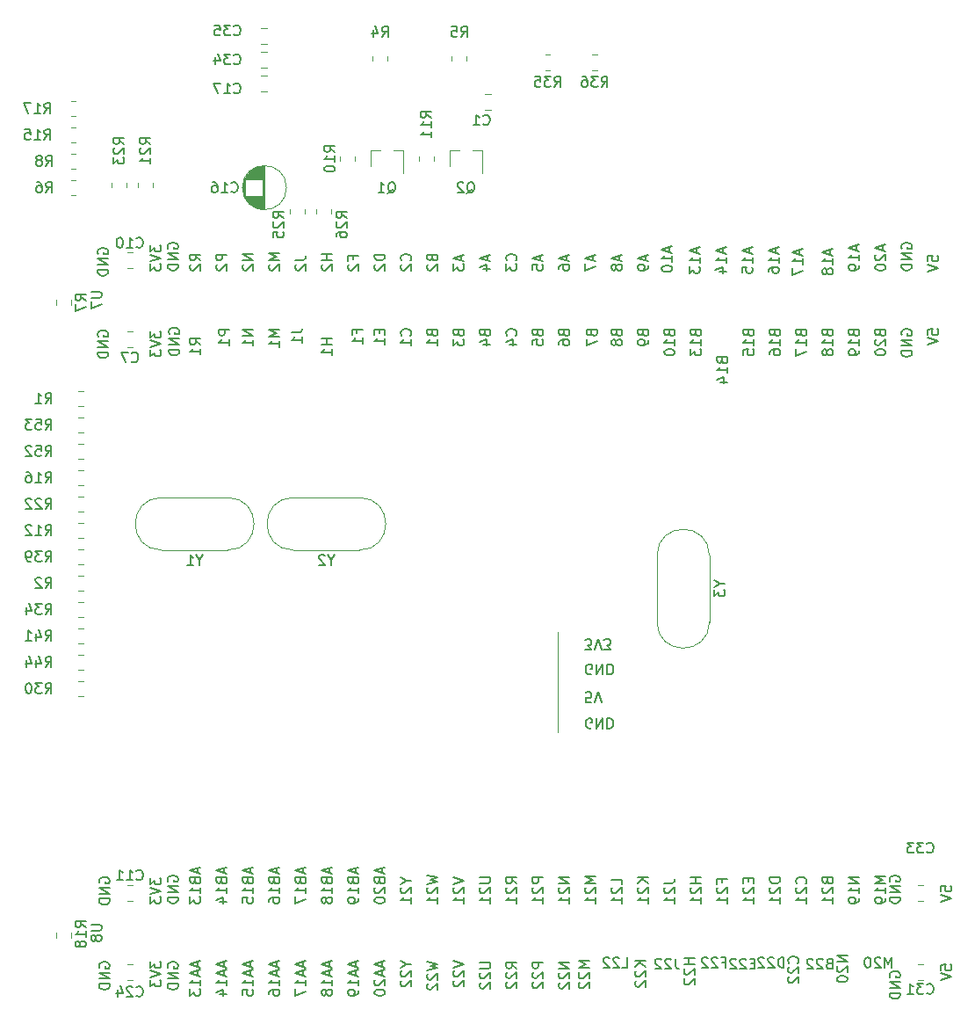
<source format=gbo>
G04 #@! TF.GenerationSoftware,KiCad,Pcbnew,5.1.10-88a1d61d58~90~ubuntu20.04.1*
G04 #@! TF.CreationDate,2021-11-05T20:40:26+01:00*
G04 #@! TF.ProjectId,FPGC4IOboard,46504743-3449-44f6-926f-6172642e6b69,rev?*
G04 #@! TF.SameCoordinates,Original*
G04 #@! TF.FileFunction,Legend,Bot*
G04 #@! TF.FilePolarity,Positive*
%FSLAX46Y46*%
G04 Gerber Fmt 4.6, Leading zero omitted, Abs format (unit mm)*
G04 Created by KiCad (PCBNEW 5.1.10-88a1d61d58~90~ubuntu20.04.1) date 2021-11-05 20:40:26*
%MOMM*%
%LPD*%
G01*
G04 APERTURE LIST*
%ADD10C,0.120000*%
%ADD11C,0.150000*%
%ADD12C,2.202000*%
%ADD13C,1.852000*%
%ADD14O,1.802000X1.802000*%
%ADD15C,1.702000*%
%ADD16C,1.302000*%
%ADD17O,2.102000X1.702000*%
%ADD18C,0.902000*%
%ADD19O,2.702000X1.902000*%
%ADD20O,4.102000X2.102000*%
%ADD21O,2.102000X3.602000*%
%ADD22C,1.602000*%
%ADD23C,3.102000*%
%ADD24O,2.402000X1.602000*%
%ADD25O,3.602000X1.802000*%
%ADD26C,6.502000*%
%ADD27C,0.652000*%
%ADD28O,2.002000X1.302000*%
%ADD29C,2.652000*%
%ADD30C,3.718000*%
G04 APERTURE END LIST*
D10*
X131445000Y-94234000D02*
X131445000Y-103886000D01*
D11*
X134672404Y-103497000D02*
X134577166Y-103544619D01*
X134434309Y-103544619D01*
X134291452Y-103497000D01*
X134196214Y-103401761D01*
X134148595Y-103306523D01*
X134100976Y-103116047D01*
X134100976Y-102973190D01*
X134148595Y-102782714D01*
X134196214Y-102687476D01*
X134291452Y-102592238D01*
X134434309Y-102544619D01*
X134529547Y-102544619D01*
X134672404Y-102592238D01*
X134720023Y-102639857D01*
X134720023Y-102973190D01*
X134529547Y-102973190D01*
X135148595Y-102544619D02*
X135148595Y-103544619D01*
X135720023Y-102544619D01*
X135720023Y-103544619D01*
X136196214Y-102544619D02*
X136196214Y-103544619D01*
X136434309Y-103544619D01*
X136577166Y-103497000D01*
X136672404Y-103401761D01*
X136720023Y-103306523D01*
X136767642Y-103116047D01*
X136767642Y-102973190D01*
X136720023Y-102782714D01*
X136672404Y-102687476D01*
X136577166Y-102592238D01*
X136434309Y-102544619D01*
X136196214Y-102544619D01*
X134672404Y-98290000D02*
X134577166Y-98337619D01*
X134434309Y-98337619D01*
X134291452Y-98290000D01*
X134196214Y-98194761D01*
X134148595Y-98099523D01*
X134100976Y-97909047D01*
X134100976Y-97766190D01*
X134148595Y-97575714D01*
X134196214Y-97480476D01*
X134291452Y-97385238D01*
X134434309Y-97337619D01*
X134529547Y-97337619D01*
X134672404Y-97385238D01*
X134720023Y-97432857D01*
X134720023Y-97766190D01*
X134529547Y-97766190D01*
X135148595Y-97337619D02*
X135148595Y-98337619D01*
X135720023Y-97337619D01*
X135720023Y-98337619D01*
X136196214Y-97337619D02*
X136196214Y-98337619D01*
X136434309Y-98337619D01*
X136577166Y-98290000D01*
X136672404Y-98194761D01*
X136720023Y-98099523D01*
X136767642Y-97909047D01*
X136767642Y-97766190D01*
X136720023Y-97575714D01*
X136672404Y-97480476D01*
X136577166Y-97385238D01*
X136434309Y-97337619D01*
X136196214Y-97337619D01*
X134053357Y-95924619D02*
X134672405Y-95924619D01*
X134339071Y-95543666D01*
X134481928Y-95543666D01*
X134577166Y-95496047D01*
X134624785Y-95448428D01*
X134672405Y-95353190D01*
X134672405Y-95115095D01*
X134624785Y-95019857D01*
X134577166Y-94972238D01*
X134481928Y-94924619D01*
X134196214Y-94924619D01*
X134100976Y-94972238D01*
X134053357Y-95019857D01*
X134958119Y-95924619D02*
X135291452Y-94924619D01*
X135624785Y-95924619D01*
X135862881Y-95924619D02*
X136481928Y-95924619D01*
X136148595Y-95543666D01*
X136291452Y-95543666D01*
X136386690Y-95496047D01*
X136434309Y-95448428D01*
X136481928Y-95353190D01*
X136481928Y-95115095D01*
X136434309Y-95019857D01*
X136386690Y-94972238D01*
X136291452Y-94924619D01*
X136005738Y-94924619D01*
X135910500Y-94972238D01*
X135862881Y-95019857D01*
X134624785Y-101004619D02*
X134148595Y-101004619D01*
X134100976Y-100528428D01*
X134148595Y-100576047D01*
X134243833Y-100623666D01*
X134481928Y-100623666D01*
X134577166Y-100576047D01*
X134624785Y-100528428D01*
X134672404Y-100433190D01*
X134672404Y-100195095D01*
X134624785Y-100099857D01*
X134577166Y-100052238D01*
X134481928Y-100004619D01*
X134243833Y-100004619D01*
X134148595Y-100052238D01*
X134100976Y-100099857D01*
X134958119Y-101004619D02*
X135291452Y-100004619D01*
X135624785Y-101004619D01*
X92162380Y-125970357D02*
X92162380Y-126589404D01*
X92543333Y-126256071D01*
X92543333Y-126398928D01*
X92590952Y-126494166D01*
X92638571Y-126541785D01*
X92733809Y-126589404D01*
X92971904Y-126589404D01*
X93067142Y-126541785D01*
X93114761Y-126494166D01*
X93162380Y-126398928D01*
X93162380Y-126113214D01*
X93114761Y-126017976D01*
X93067142Y-125970357D01*
X92162380Y-126875119D02*
X93162380Y-127208452D01*
X92162380Y-127541785D01*
X92162380Y-127779880D02*
X92162380Y-128398928D01*
X92543333Y-128065595D01*
X92543333Y-128208452D01*
X92590952Y-128303690D01*
X92638571Y-128351309D01*
X92733809Y-128398928D01*
X92971904Y-128398928D01*
X93067142Y-128351309D01*
X93114761Y-128303690D01*
X93162380Y-128208452D01*
X93162380Y-127922738D01*
X93114761Y-127827500D01*
X93067142Y-127779880D01*
X87257000Y-126589404D02*
X87209380Y-126494166D01*
X87209380Y-126351309D01*
X87257000Y-126208452D01*
X87352238Y-126113214D01*
X87447476Y-126065595D01*
X87637952Y-126017976D01*
X87780809Y-126017976D01*
X87971285Y-126065595D01*
X88066523Y-126113214D01*
X88161761Y-126208452D01*
X88209380Y-126351309D01*
X88209380Y-126446547D01*
X88161761Y-126589404D01*
X88114142Y-126637023D01*
X87780809Y-126637023D01*
X87780809Y-126446547D01*
X88209380Y-127065595D02*
X87209380Y-127065595D01*
X88209380Y-127637023D01*
X87209380Y-127637023D01*
X88209380Y-128113214D02*
X87209380Y-128113214D01*
X87209380Y-128351309D01*
X87257000Y-128494166D01*
X87352238Y-128589404D01*
X87447476Y-128637023D01*
X87637952Y-128684642D01*
X87780809Y-128684642D01*
X87971285Y-128637023D01*
X88066523Y-128589404D01*
X88161761Y-128494166D01*
X88209380Y-128351309D01*
X88209380Y-128113214D01*
X140152380Y-117885833D02*
X139152380Y-117885833D01*
X140152380Y-118457261D02*
X139580952Y-118028690D01*
X139152380Y-118457261D02*
X139723809Y-117885833D01*
X139247619Y-118838214D02*
X139200000Y-118885833D01*
X139152380Y-118981071D01*
X139152380Y-119219166D01*
X139200000Y-119314404D01*
X139247619Y-119362023D01*
X139342857Y-119409642D01*
X139438095Y-119409642D01*
X139580952Y-119362023D01*
X140152380Y-118790595D01*
X140152380Y-119409642D01*
X140152380Y-120362023D02*
X140152380Y-119790595D01*
X140152380Y-120076309D02*
X139152380Y-120076309D01*
X139295238Y-119981071D01*
X139390476Y-119885833D01*
X139438095Y-119790595D01*
X114466666Y-126017976D02*
X114466666Y-126494166D01*
X114752380Y-125922738D02*
X113752380Y-126256071D01*
X114752380Y-126589404D01*
X114466666Y-126875119D02*
X114466666Y-127351309D01*
X114752380Y-126779880D02*
X113752380Y-127113214D01*
X114752380Y-127446547D01*
X113847619Y-127732261D02*
X113800000Y-127779880D01*
X113752380Y-127875119D01*
X113752380Y-128113214D01*
X113800000Y-128208452D01*
X113847619Y-128256071D01*
X113942857Y-128303690D01*
X114038095Y-128303690D01*
X114180952Y-128256071D01*
X114752380Y-127684642D01*
X114752380Y-128303690D01*
X113752380Y-128922738D02*
X113752380Y-129017976D01*
X113800000Y-129113214D01*
X113847619Y-129160833D01*
X113942857Y-129208452D01*
X114133333Y-129256071D01*
X114371428Y-129256071D01*
X114561904Y-129208452D01*
X114657142Y-129160833D01*
X114704761Y-129113214D01*
X114752380Y-129017976D01*
X114752380Y-128922738D01*
X114704761Y-128827500D01*
X114657142Y-128779880D01*
X114561904Y-128732261D01*
X114371428Y-128684642D01*
X114133333Y-128684642D01*
X113942857Y-128732261D01*
X113847619Y-128779880D01*
X113800000Y-128827500D01*
X113752380Y-128922738D01*
X111926666Y-126017976D02*
X111926666Y-126494166D01*
X112212380Y-125922738D02*
X111212380Y-126256071D01*
X112212380Y-126589404D01*
X111926666Y-126875119D02*
X111926666Y-127351309D01*
X112212380Y-126779880D02*
X111212380Y-127113214D01*
X112212380Y-127446547D01*
X112212380Y-128303690D02*
X112212380Y-127732261D01*
X112212380Y-128017976D02*
X111212380Y-128017976D01*
X111355238Y-127922738D01*
X111450476Y-127827500D01*
X111498095Y-127732261D01*
X112212380Y-128779880D02*
X112212380Y-128970357D01*
X112164761Y-129065595D01*
X112117142Y-129113214D01*
X111974285Y-129208452D01*
X111783809Y-129256071D01*
X111402857Y-129256071D01*
X111307619Y-129208452D01*
X111260000Y-129160833D01*
X111212380Y-129065595D01*
X111212380Y-128875119D01*
X111260000Y-128779880D01*
X111307619Y-128732261D01*
X111402857Y-128684642D01*
X111640952Y-128684642D01*
X111736190Y-128732261D01*
X111783809Y-128779880D01*
X111831428Y-128875119D01*
X111831428Y-129065595D01*
X111783809Y-129160833D01*
X111736190Y-129208452D01*
X111640952Y-129256071D01*
X99226666Y-116981071D02*
X99226666Y-117457261D01*
X99512380Y-116885833D02*
X98512380Y-117219166D01*
X99512380Y-117552500D01*
X98988571Y-118219166D02*
X99036190Y-118362023D01*
X99083809Y-118409642D01*
X99179047Y-118457261D01*
X99321904Y-118457261D01*
X99417142Y-118409642D01*
X99464761Y-118362023D01*
X99512380Y-118266785D01*
X99512380Y-117885833D01*
X98512380Y-117885833D01*
X98512380Y-118219166D01*
X98560000Y-118314404D01*
X98607619Y-118362023D01*
X98702857Y-118409642D01*
X98798095Y-118409642D01*
X98893333Y-118362023D01*
X98940952Y-118314404D01*
X98988571Y-118219166D01*
X98988571Y-117885833D01*
X99512380Y-119409642D02*
X99512380Y-118838214D01*
X99512380Y-119123928D02*
X98512380Y-119123928D01*
X98655238Y-119028690D01*
X98750476Y-118933452D01*
X98798095Y-118838214D01*
X98845714Y-120266785D02*
X99512380Y-120266785D01*
X98464761Y-120028690D02*
X99179047Y-119790595D01*
X99179047Y-120409642D01*
X86447380Y-61468095D02*
X87256904Y-61468095D01*
X87352142Y-61515714D01*
X87399761Y-61563333D01*
X87447380Y-61658571D01*
X87447380Y-61849047D01*
X87399761Y-61944285D01*
X87352142Y-61991904D01*
X87256904Y-62039523D01*
X86447380Y-62039523D01*
X86447380Y-62420476D02*
X86447380Y-63087142D01*
X87447380Y-62658571D01*
X86447380Y-122428095D02*
X87256904Y-122428095D01*
X87352142Y-122475714D01*
X87399761Y-122523333D01*
X87447380Y-122618571D01*
X87447380Y-122809047D01*
X87399761Y-122904285D01*
X87352142Y-122951904D01*
X87256904Y-122999523D01*
X86447380Y-122999523D01*
X86875952Y-123618571D02*
X86828333Y-123523333D01*
X86780714Y-123475714D01*
X86685476Y-123428095D01*
X86637857Y-123428095D01*
X86542619Y-123475714D01*
X86495000Y-123523333D01*
X86447380Y-123618571D01*
X86447380Y-123809047D01*
X86495000Y-123904285D01*
X86542619Y-123951904D01*
X86637857Y-123999523D01*
X86685476Y-123999523D01*
X86780714Y-123951904D01*
X86828333Y-123904285D01*
X86875952Y-123809047D01*
X86875952Y-123618571D01*
X86923571Y-123523333D01*
X86971190Y-123475714D01*
X87066428Y-123428095D01*
X87256904Y-123428095D01*
X87352142Y-123475714D01*
X87399761Y-123523333D01*
X87447380Y-123618571D01*
X87447380Y-123809047D01*
X87399761Y-123904285D01*
X87352142Y-123951904D01*
X87256904Y-123999523D01*
X87066428Y-123999523D01*
X86971190Y-123951904D01*
X86923571Y-123904285D01*
X86875952Y-123809047D01*
X163457000Y-127478404D02*
X163409380Y-127383166D01*
X163409380Y-127240309D01*
X163457000Y-127097452D01*
X163552238Y-127002214D01*
X163647476Y-126954595D01*
X163837952Y-126906976D01*
X163980809Y-126906976D01*
X164171285Y-126954595D01*
X164266523Y-127002214D01*
X164361761Y-127097452D01*
X164409380Y-127240309D01*
X164409380Y-127335547D01*
X164361761Y-127478404D01*
X164314142Y-127526023D01*
X163980809Y-127526023D01*
X163980809Y-127335547D01*
X164409380Y-127954595D02*
X163409380Y-127954595D01*
X164409380Y-128526023D01*
X163409380Y-128526023D01*
X164409380Y-129002214D02*
X163409380Y-129002214D01*
X163409380Y-129240309D01*
X163457000Y-129383166D01*
X163552238Y-129478404D01*
X163647476Y-129526023D01*
X163837952Y-129573642D01*
X163980809Y-129573642D01*
X164171285Y-129526023D01*
X164266523Y-129478404D01*
X164361761Y-129383166D01*
X164409380Y-129240309D01*
X164409380Y-129002214D01*
X163621404Y-126563380D02*
X163621404Y-125563380D01*
X163288071Y-126277666D01*
X162954738Y-125563380D01*
X162954738Y-126563380D01*
X162526166Y-125658619D02*
X162478547Y-125611000D01*
X162383309Y-125563380D01*
X162145214Y-125563380D01*
X162049976Y-125611000D01*
X162002357Y-125658619D01*
X161954738Y-125753857D01*
X161954738Y-125849095D01*
X162002357Y-125991952D01*
X162573785Y-126563380D01*
X161954738Y-126563380D01*
X161335690Y-125563380D02*
X161240452Y-125563380D01*
X161145214Y-125611000D01*
X161097595Y-125658619D01*
X161049976Y-125753857D01*
X161002357Y-125944333D01*
X161002357Y-126182428D01*
X161049976Y-126372904D01*
X161097595Y-126468142D01*
X161145214Y-126515761D01*
X161240452Y-126563380D01*
X161335690Y-126563380D01*
X161430928Y-126515761D01*
X161478547Y-126468142D01*
X161526166Y-126372904D01*
X161573785Y-126182428D01*
X161573785Y-125944333D01*
X161526166Y-125753857D01*
X161478547Y-125658619D01*
X161430928Y-125611000D01*
X161335690Y-125563380D01*
X154535142Y-126129023D02*
X154582761Y-126081404D01*
X154630380Y-125938547D01*
X154630380Y-125843309D01*
X154582761Y-125700452D01*
X154487523Y-125605214D01*
X154392285Y-125557595D01*
X154201809Y-125509976D01*
X154058952Y-125509976D01*
X153868476Y-125557595D01*
X153773238Y-125605214D01*
X153678000Y-125700452D01*
X153630380Y-125843309D01*
X153630380Y-125938547D01*
X153678000Y-126081404D01*
X153725619Y-126129023D01*
X153725619Y-126509976D02*
X153678000Y-126557595D01*
X153630380Y-126652833D01*
X153630380Y-126890928D01*
X153678000Y-126986166D01*
X153725619Y-127033785D01*
X153820857Y-127081404D01*
X153916095Y-127081404D01*
X154058952Y-127033785D01*
X154630380Y-126462357D01*
X154630380Y-127081404D01*
X153725619Y-127462357D02*
X153678000Y-127509976D01*
X153630380Y-127605214D01*
X153630380Y-127843309D01*
X153678000Y-127938547D01*
X153725619Y-127986166D01*
X153820857Y-128033785D01*
X153916095Y-128033785D01*
X154058952Y-127986166D01*
X154630380Y-127414738D01*
X154630380Y-128033785D01*
X168362380Y-126795785D02*
X168362380Y-126319595D01*
X168838571Y-126271976D01*
X168790952Y-126319595D01*
X168743333Y-126414833D01*
X168743333Y-126652928D01*
X168790952Y-126748166D01*
X168838571Y-126795785D01*
X168933809Y-126843404D01*
X169171904Y-126843404D01*
X169267142Y-126795785D01*
X169314761Y-126748166D01*
X169362380Y-126652928D01*
X169362380Y-126414833D01*
X169314761Y-126319595D01*
X169267142Y-126271976D01*
X168362380Y-127129119D02*
X169362380Y-127462452D01*
X168362380Y-127795785D01*
X157573071Y-126166571D02*
X157430214Y-126214190D01*
X157382595Y-126261809D01*
X157334976Y-126357047D01*
X157334976Y-126499904D01*
X157382595Y-126595142D01*
X157430214Y-126642761D01*
X157525452Y-126690380D01*
X157906404Y-126690380D01*
X157906404Y-125690380D01*
X157573071Y-125690380D01*
X157477833Y-125738000D01*
X157430214Y-125785619D01*
X157382595Y-125880857D01*
X157382595Y-125976095D01*
X157430214Y-126071333D01*
X157477833Y-126118952D01*
X157573071Y-126166571D01*
X157906404Y-126166571D01*
X156954023Y-125785619D02*
X156906404Y-125738000D01*
X156811166Y-125690380D01*
X156573071Y-125690380D01*
X156477833Y-125738000D01*
X156430214Y-125785619D01*
X156382595Y-125880857D01*
X156382595Y-125976095D01*
X156430214Y-126118952D01*
X157001642Y-126690380D01*
X156382595Y-126690380D01*
X156001642Y-125785619D02*
X155954023Y-125738000D01*
X155858785Y-125690380D01*
X155620690Y-125690380D01*
X155525452Y-125738000D01*
X155477833Y-125785619D01*
X155430214Y-125880857D01*
X155430214Y-125976095D01*
X155477833Y-126118952D01*
X156049261Y-126690380D01*
X155430214Y-126690380D01*
X153207404Y-126563380D02*
X153207404Y-125563380D01*
X152969309Y-125563380D01*
X152826452Y-125611000D01*
X152731214Y-125706238D01*
X152683595Y-125801476D01*
X152635976Y-125991952D01*
X152635976Y-126134809D01*
X152683595Y-126325285D01*
X152731214Y-126420523D01*
X152826452Y-126515761D01*
X152969309Y-126563380D01*
X153207404Y-126563380D01*
X152255023Y-125658619D02*
X152207404Y-125611000D01*
X152112166Y-125563380D01*
X151874071Y-125563380D01*
X151778833Y-125611000D01*
X151731214Y-125658619D01*
X151683595Y-125753857D01*
X151683595Y-125849095D01*
X151731214Y-125991952D01*
X152302642Y-126563380D01*
X151683595Y-126563380D01*
X151302642Y-125658619D02*
X151255023Y-125611000D01*
X151159785Y-125563380D01*
X150921690Y-125563380D01*
X150826452Y-125611000D01*
X150778833Y-125658619D01*
X150731214Y-125753857D01*
X150731214Y-125849095D01*
X150778833Y-125991952D01*
X151350261Y-126563380D01*
X150731214Y-126563380D01*
X159329380Y-125430595D02*
X158329380Y-125430595D01*
X159329380Y-126002023D01*
X158329380Y-126002023D01*
X158424619Y-126430595D02*
X158377000Y-126478214D01*
X158329380Y-126573452D01*
X158329380Y-126811547D01*
X158377000Y-126906785D01*
X158424619Y-126954404D01*
X158519857Y-127002023D01*
X158615095Y-127002023D01*
X158757952Y-126954404D01*
X159329380Y-126382976D01*
X159329380Y-127002023D01*
X158329380Y-127621071D02*
X158329380Y-127716309D01*
X158377000Y-127811547D01*
X158424619Y-127859166D01*
X158519857Y-127906785D01*
X158710333Y-127954404D01*
X158948428Y-127954404D01*
X159138904Y-127906785D01*
X159234142Y-127859166D01*
X159281761Y-127811547D01*
X159329380Y-127716309D01*
X159329380Y-127621071D01*
X159281761Y-127525833D01*
X159234142Y-127478214D01*
X159138904Y-127430595D01*
X158948428Y-127382976D01*
X158710333Y-127382976D01*
X158519857Y-127430595D01*
X158424619Y-127478214D01*
X158377000Y-127525833D01*
X158329380Y-127621071D01*
X144597380Y-125684595D02*
X143597380Y-125684595D01*
X144073571Y-125684595D02*
X144073571Y-126256023D01*
X144597380Y-126256023D02*
X143597380Y-126256023D01*
X143692619Y-126684595D02*
X143645000Y-126732214D01*
X143597380Y-126827452D01*
X143597380Y-127065547D01*
X143645000Y-127160785D01*
X143692619Y-127208404D01*
X143787857Y-127256023D01*
X143883095Y-127256023D01*
X144025952Y-127208404D01*
X144597380Y-126636976D01*
X144597380Y-127256023D01*
X143692619Y-127636976D02*
X143645000Y-127684595D01*
X143597380Y-127779833D01*
X143597380Y-128017928D01*
X143645000Y-128113166D01*
X143692619Y-128160785D01*
X143787857Y-128208404D01*
X143883095Y-128208404D01*
X144025952Y-128160785D01*
X144597380Y-127589357D01*
X144597380Y-128208404D01*
X93861000Y-126589404D02*
X93813380Y-126494166D01*
X93813380Y-126351309D01*
X93861000Y-126208452D01*
X93956238Y-126113214D01*
X94051476Y-126065595D01*
X94241952Y-126017976D01*
X94384809Y-126017976D01*
X94575285Y-126065595D01*
X94670523Y-126113214D01*
X94765761Y-126208452D01*
X94813380Y-126351309D01*
X94813380Y-126446547D01*
X94765761Y-126589404D01*
X94718142Y-126637023D01*
X94384809Y-126637023D01*
X94384809Y-126446547D01*
X94813380Y-127065595D02*
X93813380Y-127065595D01*
X94813380Y-127637023D01*
X93813380Y-127637023D01*
X94813380Y-128113214D02*
X93813380Y-128113214D01*
X93813380Y-128351309D01*
X93861000Y-128494166D01*
X93956238Y-128589404D01*
X94051476Y-128637023D01*
X94241952Y-128684642D01*
X94384809Y-128684642D01*
X94575285Y-128637023D01*
X94670523Y-128589404D01*
X94765761Y-128494166D01*
X94813380Y-128351309D01*
X94813380Y-128113214D01*
X150413404Y-126166571D02*
X150080071Y-126166571D01*
X149937214Y-126690380D02*
X150413404Y-126690380D01*
X150413404Y-125690380D01*
X149937214Y-125690380D01*
X149556261Y-125785619D02*
X149508642Y-125738000D01*
X149413404Y-125690380D01*
X149175309Y-125690380D01*
X149080071Y-125738000D01*
X149032452Y-125785619D01*
X148984833Y-125880857D01*
X148984833Y-125976095D01*
X149032452Y-126118952D01*
X149603880Y-126690380D01*
X148984833Y-126690380D01*
X148603880Y-125785619D02*
X148556261Y-125738000D01*
X148461023Y-125690380D01*
X148222928Y-125690380D01*
X148127690Y-125738000D01*
X148080071Y-125785619D01*
X148032452Y-125880857D01*
X148032452Y-125976095D01*
X148080071Y-126118952D01*
X148651500Y-126690380D01*
X148032452Y-126690380D01*
X139898380Y-125938595D02*
X138898380Y-125938595D01*
X139898380Y-126510023D02*
X139326952Y-126081452D01*
X138898380Y-126510023D02*
X139469809Y-125938595D01*
X138993619Y-126890976D02*
X138946000Y-126938595D01*
X138898380Y-127033833D01*
X138898380Y-127271928D01*
X138946000Y-127367166D01*
X138993619Y-127414785D01*
X139088857Y-127462404D01*
X139184095Y-127462404D01*
X139326952Y-127414785D01*
X139898380Y-126843357D01*
X139898380Y-127462404D01*
X138993619Y-127843357D02*
X138946000Y-127890976D01*
X138898380Y-127986214D01*
X138898380Y-128224309D01*
X138946000Y-128319547D01*
X138993619Y-128367166D01*
X139088857Y-128414785D01*
X139184095Y-128414785D01*
X139326952Y-128367166D01*
X139898380Y-127795738D01*
X139898380Y-128414785D01*
X147286071Y-126039571D02*
X147619404Y-126039571D01*
X147619404Y-126563380D02*
X147619404Y-125563380D01*
X147143214Y-125563380D01*
X146809880Y-125658619D02*
X146762261Y-125611000D01*
X146667023Y-125563380D01*
X146428928Y-125563380D01*
X146333690Y-125611000D01*
X146286071Y-125658619D01*
X146238452Y-125753857D01*
X146238452Y-125849095D01*
X146286071Y-125991952D01*
X146857500Y-126563380D01*
X146238452Y-126563380D01*
X145857500Y-125658619D02*
X145809880Y-125611000D01*
X145714642Y-125563380D01*
X145476547Y-125563380D01*
X145381309Y-125611000D01*
X145333690Y-125658619D01*
X145286071Y-125753857D01*
X145286071Y-125849095D01*
X145333690Y-125991952D01*
X145905119Y-126563380D01*
X145286071Y-126563380D01*
X142761690Y-125690380D02*
X142761690Y-126404666D01*
X142809309Y-126547523D01*
X142904547Y-126642761D01*
X143047404Y-126690380D01*
X143142642Y-126690380D01*
X142333119Y-125785619D02*
X142285500Y-125738000D01*
X142190261Y-125690380D01*
X141952166Y-125690380D01*
X141856928Y-125738000D01*
X141809309Y-125785619D01*
X141761690Y-125880857D01*
X141761690Y-125976095D01*
X141809309Y-126118952D01*
X142380738Y-126690380D01*
X141761690Y-126690380D01*
X141380738Y-125785619D02*
X141333119Y-125738000D01*
X141237880Y-125690380D01*
X140999785Y-125690380D01*
X140904547Y-125738000D01*
X140856928Y-125785619D01*
X140809309Y-125880857D01*
X140809309Y-125976095D01*
X140856928Y-126118952D01*
X141428357Y-126690380D01*
X140809309Y-126690380D01*
X132532380Y-126065595D02*
X131532380Y-126065595D01*
X132532380Y-126637023D01*
X131532380Y-126637023D01*
X131627619Y-127065595D02*
X131580000Y-127113214D01*
X131532380Y-127208452D01*
X131532380Y-127446547D01*
X131580000Y-127541785D01*
X131627619Y-127589404D01*
X131722857Y-127637023D01*
X131818095Y-127637023D01*
X131960952Y-127589404D01*
X132532380Y-127017976D01*
X132532380Y-127637023D01*
X131627619Y-128017976D02*
X131580000Y-128065595D01*
X131532380Y-128160833D01*
X131532380Y-128398928D01*
X131580000Y-128494166D01*
X131627619Y-128541785D01*
X131722857Y-128589404D01*
X131818095Y-128589404D01*
X131960952Y-128541785D01*
X132532380Y-127970357D01*
X132532380Y-128589404D01*
X127452380Y-126637023D02*
X126976190Y-126303690D01*
X127452380Y-126065595D02*
X126452380Y-126065595D01*
X126452380Y-126446547D01*
X126500000Y-126541785D01*
X126547619Y-126589404D01*
X126642857Y-126637023D01*
X126785714Y-126637023D01*
X126880952Y-126589404D01*
X126928571Y-126541785D01*
X126976190Y-126446547D01*
X126976190Y-126065595D01*
X126547619Y-127017976D02*
X126500000Y-127065595D01*
X126452380Y-127160833D01*
X126452380Y-127398928D01*
X126500000Y-127494166D01*
X126547619Y-127541785D01*
X126642857Y-127589404D01*
X126738095Y-127589404D01*
X126880952Y-127541785D01*
X127452380Y-126970357D01*
X127452380Y-127589404D01*
X126547619Y-127970357D02*
X126500000Y-128017976D01*
X126452380Y-128113214D01*
X126452380Y-128351309D01*
X126500000Y-128446547D01*
X126547619Y-128494166D01*
X126642857Y-128541785D01*
X126738095Y-128541785D01*
X126880952Y-128494166D01*
X127452380Y-127922738D01*
X127452380Y-128541785D01*
X134437380Y-125938595D02*
X133437380Y-125938595D01*
X134151666Y-126271928D01*
X133437380Y-126605261D01*
X134437380Y-126605261D01*
X133532619Y-127033833D02*
X133485000Y-127081452D01*
X133437380Y-127176690D01*
X133437380Y-127414785D01*
X133485000Y-127510023D01*
X133532619Y-127557642D01*
X133627857Y-127605261D01*
X133723095Y-127605261D01*
X133865952Y-127557642D01*
X134437380Y-126986214D01*
X134437380Y-127605261D01*
X133532619Y-127986214D02*
X133485000Y-128033833D01*
X133437380Y-128129071D01*
X133437380Y-128367166D01*
X133485000Y-128462404D01*
X133532619Y-128510023D01*
X133627857Y-128557642D01*
X133723095Y-128557642D01*
X133865952Y-128510023D01*
X134437380Y-127938595D01*
X134437380Y-128557642D01*
X109386666Y-126017976D02*
X109386666Y-126494166D01*
X109672380Y-125922738D02*
X108672380Y-126256071D01*
X109672380Y-126589404D01*
X109386666Y-126875119D02*
X109386666Y-127351309D01*
X109672380Y-126779880D02*
X108672380Y-127113214D01*
X109672380Y-127446547D01*
X109672380Y-128303690D02*
X109672380Y-127732261D01*
X109672380Y-128017976D02*
X108672380Y-128017976D01*
X108815238Y-127922738D01*
X108910476Y-127827500D01*
X108958095Y-127732261D01*
X109100952Y-128875119D02*
X109053333Y-128779880D01*
X109005714Y-128732261D01*
X108910476Y-128684642D01*
X108862857Y-128684642D01*
X108767619Y-128732261D01*
X108720000Y-128779880D01*
X108672380Y-128875119D01*
X108672380Y-129065595D01*
X108720000Y-129160833D01*
X108767619Y-129208452D01*
X108862857Y-129256071D01*
X108910476Y-129256071D01*
X109005714Y-129208452D01*
X109053333Y-129160833D01*
X109100952Y-129065595D01*
X109100952Y-128875119D01*
X109148571Y-128779880D01*
X109196190Y-128732261D01*
X109291428Y-128684642D01*
X109481904Y-128684642D01*
X109577142Y-128732261D01*
X109624761Y-128779880D01*
X109672380Y-128875119D01*
X109672380Y-129065595D01*
X109624761Y-129160833D01*
X109577142Y-129208452D01*
X109481904Y-129256071D01*
X109291428Y-129256071D01*
X109196190Y-129208452D01*
X109148571Y-129160833D01*
X109100952Y-129065595D01*
X123912380Y-126065595D02*
X124721904Y-126065595D01*
X124817142Y-126113214D01*
X124864761Y-126160833D01*
X124912380Y-126256071D01*
X124912380Y-126446547D01*
X124864761Y-126541785D01*
X124817142Y-126589404D01*
X124721904Y-126637023D01*
X123912380Y-126637023D01*
X124007619Y-127065595D02*
X123960000Y-127113214D01*
X123912380Y-127208452D01*
X123912380Y-127446547D01*
X123960000Y-127541785D01*
X124007619Y-127589404D01*
X124102857Y-127637023D01*
X124198095Y-127637023D01*
X124340952Y-127589404D01*
X124912380Y-127017976D01*
X124912380Y-127637023D01*
X124007619Y-128017976D02*
X123960000Y-128065595D01*
X123912380Y-128160833D01*
X123912380Y-128398928D01*
X123960000Y-128494166D01*
X124007619Y-128541785D01*
X124102857Y-128589404D01*
X124198095Y-128589404D01*
X124340952Y-128541785D01*
X124912380Y-127970357D01*
X124912380Y-128589404D01*
X137618214Y-126563380D02*
X138094404Y-126563380D01*
X138094404Y-125563380D01*
X137332500Y-125658619D02*
X137284880Y-125611000D01*
X137189642Y-125563380D01*
X136951547Y-125563380D01*
X136856309Y-125611000D01*
X136808690Y-125658619D01*
X136761071Y-125753857D01*
X136761071Y-125849095D01*
X136808690Y-125991952D01*
X137380119Y-126563380D01*
X136761071Y-126563380D01*
X136380119Y-125658619D02*
X136332500Y-125611000D01*
X136237261Y-125563380D01*
X135999166Y-125563380D01*
X135903928Y-125611000D01*
X135856309Y-125658619D01*
X135808690Y-125753857D01*
X135808690Y-125849095D01*
X135856309Y-125991952D01*
X136427738Y-126563380D01*
X135808690Y-126563380D01*
X129992380Y-126065595D02*
X128992380Y-126065595D01*
X128992380Y-126446547D01*
X129040000Y-126541785D01*
X129087619Y-126589404D01*
X129182857Y-126637023D01*
X129325714Y-126637023D01*
X129420952Y-126589404D01*
X129468571Y-126541785D01*
X129516190Y-126446547D01*
X129516190Y-126065595D01*
X129087619Y-127017976D02*
X129040000Y-127065595D01*
X128992380Y-127160833D01*
X128992380Y-127398928D01*
X129040000Y-127494166D01*
X129087619Y-127541785D01*
X129182857Y-127589404D01*
X129278095Y-127589404D01*
X129420952Y-127541785D01*
X129992380Y-126970357D01*
X129992380Y-127589404D01*
X129087619Y-127970357D02*
X129040000Y-128017976D01*
X128992380Y-128113214D01*
X128992380Y-128351309D01*
X129040000Y-128446547D01*
X129087619Y-128494166D01*
X129182857Y-128541785D01*
X129278095Y-128541785D01*
X129420952Y-128494166D01*
X129992380Y-127922738D01*
X129992380Y-128541785D01*
X118832380Y-125970357D02*
X119832380Y-126208452D01*
X119118095Y-126398928D01*
X119832380Y-126589404D01*
X118832380Y-126827500D01*
X118927619Y-127160833D02*
X118880000Y-127208452D01*
X118832380Y-127303690D01*
X118832380Y-127541785D01*
X118880000Y-127637023D01*
X118927619Y-127684642D01*
X119022857Y-127732261D01*
X119118095Y-127732261D01*
X119260952Y-127684642D01*
X119832380Y-127113214D01*
X119832380Y-127732261D01*
X118927619Y-128113214D02*
X118880000Y-128160833D01*
X118832380Y-128256071D01*
X118832380Y-128494166D01*
X118880000Y-128589404D01*
X118927619Y-128637023D01*
X119022857Y-128684642D01*
X119118095Y-128684642D01*
X119260952Y-128637023D01*
X119832380Y-128065595D01*
X119832380Y-128684642D01*
X121372380Y-125922738D02*
X122372380Y-126256071D01*
X121372380Y-126589404D01*
X121467619Y-126875119D02*
X121420000Y-126922738D01*
X121372380Y-127017976D01*
X121372380Y-127256071D01*
X121420000Y-127351309D01*
X121467619Y-127398928D01*
X121562857Y-127446547D01*
X121658095Y-127446547D01*
X121800952Y-127398928D01*
X122372380Y-126827500D01*
X122372380Y-127446547D01*
X121467619Y-127827500D02*
X121420000Y-127875119D01*
X121372380Y-127970357D01*
X121372380Y-128208452D01*
X121420000Y-128303690D01*
X121467619Y-128351309D01*
X121562857Y-128398928D01*
X121658095Y-128398928D01*
X121800952Y-128351309D01*
X122372380Y-127779880D01*
X122372380Y-128398928D01*
X96686666Y-126017976D02*
X96686666Y-126494166D01*
X96972380Y-125922738D02*
X95972380Y-126256071D01*
X96972380Y-126589404D01*
X96686666Y-126875119D02*
X96686666Y-127351309D01*
X96972380Y-126779880D02*
X95972380Y-127113214D01*
X96972380Y-127446547D01*
X96972380Y-128303690D02*
X96972380Y-127732261D01*
X96972380Y-128017976D02*
X95972380Y-128017976D01*
X96115238Y-127922738D01*
X96210476Y-127827500D01*
X96258095Y-127732261D01*
X95972380Y-128637023D02*
X95972380Y-129256071D01*
X96353333Y-128922738D01*
X96353333Y-129065595D01*
X96400952Y-129160833D01*
X96448571Y-129208452D01*
X96543809Y-129256071D01*
X96781904Y-129256071D01*
X96877142Y-129208452D01*
X96924761Y-129160833D01*
X96972380Y-129065595D01*
X96972380Y-128779880D01*
X96924761Y-128684642D01*
X96877142Y-128637023D01*
X116816190Y-126256071D02*
X117292380Y-126256071D01*
X116292380Y-125922738D02*
X116816190Y-126256071D01*
X116292380Y-126589404D01*
X116387619Y-126875119D02*
X116340000Y-126922738D01*
X116292380Y-127017976D01*
X116292380Y-127256071D01*
X116340000Y-127351309D01*
X116387619Y-127398928D01*
X116482857Y-127446547D01*
X116578095Y-127446547D01*
X116720952Y-127398928D01*
X117292380Y-126827500D01*
X117292380Y-127446547D01*
X116387619Y-127827500D02*
X116340000Y-127875119D01*
X116292380Y-127970357D01*
X116292380Y-128208452D01*
X116340000Y-128303690D01*
X116387619Y-128351309D01*
X116482857Y-128398928D01*
X116578095Y-128398928D01*
X116720952Y-128351309D01*
X117292380Y-127779880D01*
X117292380Y-128398928D01*
X106846666Y-126017976D02*
X106846666Y-126494166D01*
X107132380Y-125922738D02*
X106132380Y-126256071D01*
X107132380Y-126589404D01*
X106846666Y-126875119D02*
X106846666Y-127351309D01*
X107132380Y-126779880D02*
X106132380Y-127113214D01*
X107132380Y-127446547D01*
X107132380Y-128303690D02*
X107132380Y-127732261D01*
X107132380Y-128017976D02*
X106132380Y-128017976D01*
X106275238Y-127922738D01*
X106370476Y-127827500D01*
X106418095Y-127732261D01*
X106132380Y-128637023D02*
X106132380Y-129303690D01*
X107132380Y-128875119D01*
X101766666Y-126017976D02*
X101766666Y-126494166D01*
X102052380Y-125922738D02*
X101052380Y-126256071D01*
X102052380Y-126589404D01*
X101766666Y-126875119D02*
X101766666Y-127351309D01*
X102052380Y-126779880D02*
X101052380Y-127113214D01*
X102052380Y-127446547D01*
X102052380Y-128303690D02*
X102052380Y-127732261D01*
X102052380Y-128017976D02*
X101052380Y-128017976D01*
X101195238Y-127922738D01*
X101290476Y-127827500D01*
X101338095Y-127732261D01*
X101052380Y-129208452D02*
X101052380Y-128732261D01*
X101528571Y-128684642D01*
X101480952Y-128732261D01*
X101433333Y-128827500D01*
X101433333Y-129065595D01*
X101480952Y-129160833D01*
X101528571Y-129208452D01*
X101623809Y-129256071D01*
X101861904Y-129256071D01*
X101957142Y-129208452D01*
X102004761Y-129160833D01*
X102052380Y-129065595D01*
X102052380Y-128827500D01*
X102004761Y-128732261D01*
X101957142Y-128684642D01*
X104306666Y-126017976D02*
X104306666Y-126494166D01*
X104592380Y-125922738D02*
X103592380Y-126256071D01*
X104592380Y-126589404D01*
X104306666Y-126875119D02*
X104306666Y-127351309D01*
X104592380Y-126779880D02*
X103592380Y-127113214D01*
X104592380Y-127446547D01*
X104592380Y-128303690D02*
X104592380Y-127732261D01*
X104592380Y-128017976D02*
X103592380Y-128017976D01*
X103735238Y-127922738D01*
X103830476Y-127827500D01*
X103878095Y-127732261D01*
X103592380Y-129160833D02*
X103592380Y-128970357D01*
X103640000Y-128875119D01*
X103687619Y-128827500D01*
X103830476Y-128732261D01*
X104020952Y-128684642D01*
X104401904Y-128684642D01*
X104497142Y-128732261D01*
X104544761Y-128779880D01*
X104592380Y-128875119D01*
X104592380Y-129065595D01*
X104544761Y-129160833D01*
X104497142Y-129208452D01*
X104401904Y-129256071D01*
X104163809Y-129256071D01*
X104068571Y-129208452D01*
X104020952Y-129160833D01*
X103973333Y-129065595D01*
X103973333Y-128875119D01*
X104020952Y-128779880D01*
X104068571Y-128732261D01*
X104163809Y-128684642D01*
X99226666Y-126017976D02*
X99226666Y-126494166D01*
X99512380Y-125922738D02*
X98512380Y-126256071D01*
X99512380Y-126589404D01*
X99226666Y-126875119D02*
X99226666Y-127351309D01*
X99512380Y-126779880D02*
X98512380Y-127113214D01*
X99512380Y-127446547D01*
X99512380Y-128303690D02*
X99512380Y-127732261D01*
X99512380Y-128017976D02*
X98512380Y-128017976D01*
X98655238Y-127922738D01*
X98750476Y-127827500D01*
X98798095Y-127732261D01*
X98845714Y-129160833D02*
X99512380Y-129160833D01*
X98464761Y-128922738D02*
X99179047Y-128684642D01*
X99179047Y-129303690D01*
X167092380Y-65581785D02*
X167092380Y-65105595D01*
X167568571Y-65057976D01*
X167520952Y-65105595D01*
X167473333Y-65200833D01*
X167473333Y-65438928D01*
X167520952Y-65534166D01*
X167568571Y-65581785D01*
X167663809Y-65629404D01*
X167901904Y-65629404D01*
X167997142Y-65581785D01*
X168044761Y-65534166D01*
X168092380Y-65438928D01*
X168092380Y-65200833D01*
X168044761Y-65105595D01*
X167997142Y-65057976D01*
X167092380Y-65915119D02*
X168092380Y-66248452D01*
X167092380Y-66581785D01*
X164600000Y-65629404D02*
X164552380Y-65534166D01*
X164552380Y-65391309D01*
X164600000Y-65248452D01*
X164695238Y-65153214D01*
X164790476Y-65105595D01*
X164980952Y-65057976D01*
X165123809Y-65057976D01*
X165314285Y-65105595D01*
X165409523Y-65153214D01*
X165504761Y-65248452D01*
X165552380Y-65391309D01*
X165552380Y-65486547D01*
X165504761Y-65629404D01*
X165457142Y-65677023D01*
X165123809Y-65677023D01*
X165123809Y-65486547D01*
X165552380Y-66105595D02*
X164552380Y-66105595D01*
X165552380Y-66677023D01*
X164552380Y-66677023D01*
X165552380Y-67153214D02*
X164552380Y-67153214D01*
X164552380Y-67391309D01*
X164600000Y-67534166D01*
X164695238Y-67629404D01*
X164790476Y-67677023D01*
X164980952Y-67724642D01*
X165123809Y-67724642D01*
X165314285Y-67677023D01*
X165409523Y-67629404D01*
X165504761Y-67534166D01*
X165552380Y-67391309D01*
X165552380Y-67153214D01*
X157408571Y-65438928D02*
X157456190Y-65581785D01*
X157503809Y-65629404D01*
X157599047Y-65677023D01*
X157741904Y-65677023D01*
X157837142Y-65629404D01*
X157884761Y-65581785D01*
X157932380Y-65486547D01*
X157932380Y-65105595D01*
X156932380Y-65105595D01*
X156932380Y-65438928D01*
X156980000Y-65534166D01*
X157027619Y-65581785D01*
X157122857Y-65629404D01*
X157218095Y-65629404D01*
X157313333Y-65581785D01*
X157360952Y-65534166D01*
X157408571Y-65438928D01*
X157408571Y-65105595D01*
X157932380Y-66629404D02*
X157932380Y-66057976D01*
X157932380Y-66343690D02*
X156932380Y-66343690D01*
X157075238Y-66248452D01*
X157170476Y-66153214D01*
X157218095Y-66057976D01*
X157360952Y-67200833D02*
X157313333Y-67105595D01*
X157265714Y-67057976D01*
X157170476Y-67010357D01*
X157122857Y-67010357D01*
X157027619Y-67057976D01*
X156980000Y-67105595D01*
X156932380Y-67200833D01*
X156932380Y-67391309D01*
X156980000Y-67486547D01*
X157027619Y-67534166D01*
X157122857Y-67581785D01*
X157170476Y-67581785D01*
X157265714Y-67534166D01*
X157313333Y-67486547D01*
X157360952Y-67391309D01*
X157360952Y-67200833D01*
X157408571Y-67105595D01*
X157456190Y-67057976D01*
X157551428Y-67010357D01*
X157741904Y-67010357D01*
X157837142Y-67057976D01*
X157884761Y-67105595D01*
X157932380Y-67200833D01*
X157932380Y-67391309D01*
X157884761Y-67486547D01*
X157837142Y-67534166D01*
X157741904Y-67581785D01*
X157551428Y-67581785D01*
X157456190Y-67534166D01*
X157408571Y-67486547D01*
X157360952Y-67391309D01*
X152328571Y-65438928D02*
X152376190Y-65581785D01*
X152423809Y-65629404D01*
X152519047Y-65677023D01*
X152661904Y-65677023D01*
X152757142Y-65629404D01*
X152804761Y-65581785D01*
X152852380Y-65486547D01*
X152852380Y-65105595D01*
X151852380Y-65105595D01*
X151852380Y-65438928D01*
X151900000Y-65534166D01*
X151947619Y-65581785D01*
X152042857Y-65629404D01*
X152138095Y-65629404D01*
X152233333Y-65581785D01*
X152280952Y-65534166D01*
X152328571Y-65438928D01*
X152328571Y-65105595D01*
X152852380Y-66629404D02*
X152852380Y-66057976D01*
X152852380Y-66343690D02*
X151852380Y-66343690D01*
X151995238Y-66248452D01*
X152090476Y-66153214D01*
X152138095Y-66057976D01*
X151852380Y-67486547D02*
X151852380Y-67296071D01*
X151900000Y-67200833D01*
X151947619Y-67153214D01*
X152090476Y-67057976D01*
X152280952Y-67010357D01*
X152661904Y-67010357D01*
X152757142Y-67057976D01*
X152804761Y-67105595D01*
X152852380Y-67200833D01*
X152852380Y-67391309D01*
X152804761Y-67486547D01*
X152757142Y-67534166D01*
X152661904Y-67581785D01*
X152423809Y-67581785D01*
X152328571Y-67534166D01*
X152280952Y-67486547D01*
X152233333Y-67391309D01*
X152233333Y-67200833D01*
X152280952Y-67105595D01*
X152328571Y-67057976D01*
X152423809Y-67010357D01*
X159948571Y-65438928D02*
X159996190Y-65581785D01*
X160043809Y-65629404D01*
X160139047Y-65677023D01*
X160281904Y-65677023D01*
X160377142Y-65629404D01*
X160424761Y-65581785D01*
X160472380Y-65486547D01*
X160472380Y-65105595D01*
X159472380Y-65105595D01*
X159472380Y-65438928D01*
X159520000Y-65534166D01*
X159567619Y-65581785D01*
X159662857Y-65629404D01*
X159758095Y-65629404D01*
X159853333Y-65581785D01*
X159900952Y-65534166D01*
X159948571Y-65438928D01*
X159948571Y-65105595D01*
X160472380Y-66629404D02*
X160472380Y-66057976D01*
X160472380Y-66343690D02*
X159472380Y-66343690D01*
X159615238Y-66248452D01*
X159710476Y-66153214D01*
X159758095Y-66057976D01*
X160472380Y-67105595D02*
X160472380Y-67296071D01*
X160424761Y-67391309D01*
X160377142Y-67438928D01*
X160234285Y-67534166D01*
X160043809Y-67581785D01*
X159662857Y-67581785D01*
X159567619Y-67534166D01*
X159520000Y-67486547D01*
X159472380Y-67391309D01*
X159472380Y-67200833D01*
X159520000Y-67105595D01*
X159567619Y-67057976D01*
X159662857Y-67010357D01*
X159900952Y-67010357D01*
X159996190Y-67057976D01*
X160043809Y-67105595D01*
X160091428Y-67200833D01*
X160091428Y-67391309D01*
X160043809Y-67486547D01*
X159996190Y-67534166D01*
X159900952Y-67581785D01*
X162488571Y-65438928D02*
X162536190Y-65581785D01*
X162583809Y-65629404D01*
X162679047Y-65677023D01*
X162821904Y-65677023D01*
X162917142Y-65629404D01*
X162964761Y-65581785D01*
X163012380Y-65486547D01*
X163012380Y-65105595D01*
X162012380Y-65105595D01*
X162012380Y-65438928D01*
X162060000Y-65534166D01*
X162107619Y-65581785D01*
X162202857Y-65629404D01*
X162298095Y-65629404D01*
X162393333Y-65581785D01*
X162440952Y-65534166D01*
X162488571Y-65438928D01*
X162488571Y-65105595D01*
X162107619Y-66057976D02*
X162060000Y-66105595D01*
X162012380Y-66200833D01*
X162012380Y-66438928D01*
X162060000Y-66534166D01*
X162107619Y-66581785D01*
X162202857Y-66629404D01*
X162298095Y-66629404D01*
X162440952Y-66581785D01*
X163012380Y-66010357D01*
X163012380Y-66629404D01*
X162012380Y-67248452D02*
X162012380Y-67343690D01*
X162060000Y-67438928D01*
X162107619Y-67486547D01*
X162202857Y-67534166D01*
X162393333Y-67581785D01*
X162631428Y-67581785D01*
X162821904Y-67534166D01*
X162917142Y-67486547D01*
X162964761Y-67438928D01*
X163012380Y-67343690D01*
X163012380Y-67248452D01*
X162964761Y-67153214D01*
X162917142Y-67105595D01*
X162821904Y-67057976D01*
X162631428Y-67010357D01*
X162393333Y-67010357D01*
X162202857Y-67057976D01*
X162107619Y-67105595D01*
X162060000Y-67153214D01*
X162012380Y-67248452D01*
X154868571Y-65438928D02*
X154916190Y-65581785D01*
X154963809Y-65629404D01*
X155059047Y-65677023D01*
X155201904Y-65677023D01*
X155297142Y-65629404D01*
X155344761Y-65581785D01*
X155392380Y-65486547D01*
X155392380Y-65105595D01*
X154392380Y-65105595D01*
X154392380Y-65438928D01*
X154440000Y-65534166D01*
X154487619Y-65581785D01*
X154582857Y-65629404D01*
X154678095Y-65629404D01*
X154773333Y-65581785D01*
X154820952Y-65534166D01*
X154868571Y-65438928D01*
X154868571Y-65105595D01*
X155392380Y-66629404D02*
X155392380Y-66057976D01*
X155392380Y-66343690D02*
X154392380Y-66343690D01*
X154535238Y-66248452D01*
X154630476Y-66153214D01*
X154678095Y-66057976D01*
X154392380Y-66962738D02*
X154392380Y-67629404D01*
X155392380Y-67200833D01*
X144708571Y-65438928D02*
X144756190Y-65581785D01*
X144803809Y-65629404D01*
X144899047Y-65677023D01*
X145041904Y-65677023D01*
X145137142Y-65629404D01*
X145184761Y-65581785D01*
X145232380Y-65486547D01*
X145232380Y-65105595D01*
X144232380Y-65105595D01*
X144232380Y-65438928D01*
X144280000Y-65534166D01*
X144327619Y-65581785D01*
X144422857Y-65629404D01*
X144518095Y-65629404D01*
X144613333Y-65581785D01*
X144660952Y-65534166D01*
X144708571Y-65438928D01*
X144708571Y-65105595D01*
X145232380Y-66629404D02*
X145232380Y-66057976D01*
X145232380Y-66343690D02*
X144232380Y-66343690D01*
X144375238Y-66248452D01*
X144470476Y-66153214D01*
X144518095Y-66057976D01*
X144232380Y-66962738D02*
X144232380Y-67581785D01*
X144613333Y-67248452D01*
X144613333Y-67391309D01*
X144660952Y-67486547D01*
X144708571Y-67534166D01*
X144803809Y-67581785D01*
X145041904Y-67581785D01*
X145137142Y-67534166D01*
X145184761Y-67486547D01*
X145232380Y-67391309D01*
X145232380Y-67105595D01*
X145184761Y-67010357D01*
X145137142Y-66962738D01*
X139628571Y-65438928D02*
X139676190Y-65581785D01*
X139723809Y-65629404D01*
X139819047Y-65677023D01*
X139961904Y-65677023D01*
X140057142Y-65629404D01*
X140104761Y-65581785D01*
X140152380Y-65486547D01*
X140152380Y-65105595D01*
X139152380Y-65105595D01*
X139152380Y-65438928D01*
X139200000Y-65534166D01*
X139247619Y-65581785D01*
X139342857Y-65629404D01*
X139438095Y-65629404D01*
X139533333Y-65581785D01*
X139580952Y-65534166D01*
X139628571Y-65438928D01*
X139628571Y-65105595D01*
X140152380Y-66153214D02*
X140152380Y-66343690D01*
X140104761Y-66438928D01*
X140057142Y-66486547D01*
X139914285Y-66581785D01*
X139723809Y-66629404D01*
X139342857Y-66629404D01*
X139247619Y-66581785D01*
X139200000Y-66534166D01*
X139152380Y-66438928D01*
X139152380Y-66248452D01*
X139200000Y-66153214D01*
X139247619Y-66105595D01*
X139342857Y-66057976D01*
X139580952Y-66057976D01*
X139676190Y-66105595D01*
X139723809Y-66153214D01*
X139771428Y-66248452D01*
X139771428Y-66438928D01*
X139723809Y-66534166D01*
X139676190Y-66581785D01*
X139580952Y-66629404D01*
X147248571Y-68105928D02*
X147296190Y-68248785D01*
X147343809Y-68296404D01*
X147439047Y-68344023D01*
X147581904Y-68344023D01*
X147677142Y-68296404D01*
X147724761Y-68248785D01*
X147772380Y-68153547D01*
X147772380Y-67772595D01*
X146772380Y-67772595D01*
X146772380Y-68105928D01*
X146820000Y-68201166D01*
X146867619Y-68248785D01*
X146962857Y-68296404D01*
X147058095Y-68296404D01*
X147153333Y-68248785D01*
X147200952Y-68201166D01*
X147248571Y-68105928D01*
X147248571Y-67772595D01*
X147772380Y-69296404D02*
X147772380Y-68724976D01*
X147772380Y-69010690D02*
X146772380Y-69010690D01*
X146915238Y-68915452D01*
X147010476Y-68820214D01*
X147058095Y-68724976D01*
X147105714Y-70153547D02*
X147772380Y-70153547D01*
X146724761Y-69915452D02*
X147439047Y-69677357D01*
X147439047Y-70296404D01*
X149788571Y-65438928D02*
X149836190Y-65581785D01*
X149883809Y-65629404D01*
X149979047Y-65677023D01*
X150121904Y-65677023D01*
X150217142Y-65629404D01*
X150264761Y-65581785D01*
X150312380Y-65486547D01*
X150312380Y-65105595D01*
X149312380Y-65105595D01*
X149312380Y-65438928D01*
X149360000Y-65534166D01*
X149407619Y-65581785D01*
X149502857Y-65629404D01*
X149598095Y-65629404D01*
X149693333Y-65581785D01*
X149740952Y-65534166D01*
X149788571Y-65438928D01*
X149788571Y-65105595D01*
X150312380Y-66629404D02*
X150312380Y-66057976D01*
X150312380Y-66343690D02*
X149312380Y-66343690D01*
X149455238Y-66248452D01*
X149550476Y-66153214D01*
X149598095Y-66057976D01*
X149312380Y-67534166D02*
X149312380Y-67057976D01*
X149788571Y-67010357D01*
X149740952Y-67057976D01*
X149693333Y-67153214D01*
X149693333Y-67391309D01*
X149740952Y-67486547D01*
X149788571Y-67534166D01*
X149883809Y-67581785D01*
X150121904Y-67581785D01*
X150217142Y-67534166D01*
X150264761Y-67486547D01*
X150312380Y-67391309D01*
X150312380Y-67153214D01*
X150264761Y-67057976D01*
X150217142Y-67010357D01*
X142168571Y-65438928D02*
X142216190Y-65581785D01*
X142263809Y-65629404D01*
X142359047Y-65677023D01*
X142501904Y-65677023D01*
X142597142Y-65629404D01*
X142644761Y-65581785D01*
X142692380Y-65486547D01*
X142692380Y-65105595D01*
X141692380Y-65105595D01*
X141692380Y-65438928D01*
X141740000Y-65534166D01*
X141787619Y-65581785D01*
X141882857Y-65629404D01*
X141978095Y-65629404D01*
X142073333Y-65581785D01*
X142120952Y-65534166D01*
X142168571Y-65438928D01*
X142168571Y-65105595D01*
X142692380Y-66629404D02*
X142692380Y-66057976D01*
X142692380Y-66343690D02*
X141692380Y-66343690D01*
X141835238Y-66248452D01*
X141930476Y-66153214D01*
X141978095Y-66057976D01*
X141692380Y-67248452D02*
X141692380Y-67343690D01*
X141740000Y-67438928D01*
X141787619Y-67486547D01*
X141882857Y-67534166D01*
X142073333Y-67581785D01*
X142311428Y-67581785D01*
X142501904Y-67534166D01*
X142597142Y-67486547D01*
X142644761Y-67438928D01*
X142692380Y-67343690D01*
X142692380Y-67248452D01*
X142644761Y-67153214D01*
X142597142Y-67105595D01*
X142501904Y-67057976D01*
X142311428Y-67010357D01*
X142073333Y-67010357D01*
X141882857Y-67057976D01*
X141787619Y-67105595D01*
X141740000Y-67153214D01*
X141692380Y-67248452D01*
X132008571Y-65438928D02*
X132056190Y-65581785D01*
X132103809Y-65629404D01*
X132199047Y-65677023D01*
X132341904Y-65677023D01*
X132437142Y-65629404D01*
X132484761Y-65581785D01*
X132532380Y-65486547D01*
X132532380Y-65105595D01*
X131532380Y-65105595D01*
X131532380Y-65438928D01*
X131580000Y-65534166D01*
X131627619Y-65581785D01*
X131722857Y-65629404D01*
X131818095Y-65629404D01*
X131913333Y-65581785D01*
X131960952Y-65534166D01*
X132008571Y-65438928D01*
X132008571Y-65105595D01*
X131532380Y-66534166D02*
X131532380Y-66343690D01*
X131580000Y-66248452D01*
X131627619Y-66200833D01*
X131770476Y-66105595D01*
X131960952Y-66057976D01*
X132341904Y-66057976D01*
X132437142Y-66105595D01*
X132484761Y-66153214D01*
X132532380Y-66248452D01*
X132532380Y-66438928D01*
X132484761Y-66534166D01*
X132437142Y-66581785D01*
X132341904Y-66629404D01*
X132103809Y-66629404D01*
X132008571Y-66581785D01*
X131960952Y-66534166D01*
X131913333Y-66438928D01*
X131913333Y-66248452D01*
X131960952Y-66153214D01*
X132008571Y-66105595D01*
X132103809Y-66057976D01*
X127357142Y-65677023D02*
X127404761Y-65629404D01*
X127452380Y-65486547D01*
X127452380Y-65391309D01*
X127404761Y-65248452D01*
X127309523Y-65153214D01*
X127214285Y-65105595D01*
X127023809Y-65057976D01*
X126880952Y-65057976D01*
X126690476Y-65105595D01*
X126595238Y-65153214D01*
X126500000Y-65248452D01*
X126452380Y-65391309D01*
X126452380Y-65486547D01*
X126500000Y-65629404D01*
X126547619Y-65677023D01*
X126785714Y-66534166D02*
X127452380Y-66534166D01*
X126404761Y-66296071D02*
X127119047Y-66057976D01*
X127119047Y-66677023D01*
X134675571Y-65438928D02*
X134723190Y-65581785D01*
X134770809Y-65629404D01*
X134866047Y-65677023D01*
X135008904Y-65677023D01*
X135104142Y-65629404D01*
X135151761Y-65581785D01*
X135199380Y-65486547D01*
X135199380Y-65105595D01*
X134199380Y-65105595D01*
X134199380Y-65438928D01*
X134247000Y-65534166D01*
X134294619Y-65581785D01*
X134389857Y-65629404D01*
X134485095Y-65629404D01*
X134580333Y-65581785D01*
X134627952Y-65534166D01*
X134675571Y-65438928D01*
X134675571Y-65105595D01*
X134199380Y-66010357D02*
X134199380Y-66677023D01*
X135199380Y-66248452D01*
X137088571Y-65438928D02*
X137136190Y-65581785D01*
X137183809Y-65629404D01*
X137279047Y-65677023D01*
X137421904Y-65677023D01*
X137517142Y-65629404D01*
X137564761Y-65581785D01*
X137612380Y-65486547D01*
X137612380Y-65105595D01*
X136612380Y-65105595D01*
X136612380Y-65438928D01*
X136660000Y-65534166D01*
X136707619Y-65581785D01*
X136802857Y-65629404D01*
X136898095Y-65629404D01*
X136993333Y-65581785D01*
X137040952Y-65534166D01*
X137088571Y-65438928D01*
X137088571Y-65105595D01*
X137040952Y-66248452D02*
X136993333Y-66153214D01*
X136945714Y-66105595D01*
X136850476Y-66057976D01*
X136802857Y-66057976D01*
X136707619Y-66105595D01*
X136660000Y-66153214D01*
X136612380Y-66248452D01*
X136612380Y-66438928D01*
X136660000Y-66534166D01*
X136707619Y-66581785D01*
X136802857Y-66629404D01*
X136850476Y-66629404D01*
X136945714Y-66581785D01*
X136993333Y-66534166D01*
X137040952Y-66438928D01*
X137040952Y-66248452D01*
X137088571Y-66153214D01*
X137136190Y-66105595D01*
X137231428Y-66057976D01*
X137421904Y-66057976D01*
X137517142Y-66105595D01*
X137564761Y-66153214D01*
X137612380Y-66248452D01*
X137612380Y-66438928D01*
X137564761Y-66534166D01*
X137517142Y-66581785D01*
X137421904Y-66629404D01*
X137231428Y-66629404D01*
X137136190Y-66581785D01*
X137088571Y-66534166D01*
X137040952Y-66438928D01*
X129468571Y-65438928D02*
X129516190Y-65581785D01*
X129563809Y-65629404D01*
X129659047Y-65677023D01*
X129801904Y-65677023D01*
X129897142Y-65629404D01*
X129944761Y-65581785D01*
X129992380Y-65486547D01*
X129992380Y-65105595D01*
X128992380Y-65105595D01*
X128992380Y-65438928D01*
X129040000Y-65534166D01*
X129087619Y-65581785D01*
X129182857Y-65629404D01*
X129278095Y-65629404D01*
X129373333Y-65581785D01*
X129420952Y-65534166D01*
X129468571Y-65438928D01*
X129468571Y-65105595D01*
X128992380Y-66581785D02*
X128992380Y-66105595D01*
X129468571Y-66057976D01*
X129420952Y-66105595D01*
X129373333Y-66200833D01*
X129373333Y-66438928D01*
X129420952Y-66534166D01*
X129468571Y-66581785D01*
X129563809Y-66629404D01*
X129801904Y-66629404D01*
X129897142Y-66581785D01*
X129944761Y-66534166D01*
X129992380Y-66438928D01*
X129992380Y-66200833D01*
X129944761Y-66105595D01*
X129897142Y-66057976D01*
X119308571Y-65438928D02*
X119356190Y-65581785D01*
X119403809Y-65629404D01*
X119499047Y-65677023D01*
X119641904Y-65677023D01*
X119737142Y-65629404D01*
X119784761Y-65581785D01*
X119832380Y-65486547D01*
X119832380Y-65105595D01*
X118832380Y-65105595D01*
X118832380Y-65438928D01*
X118880000Y-65534166D01*
X118927619Y-65581785D01*
X119022857Y-65629404D01*
X119118095Y-65629404D01*
X119213333Y-65581785D01*
X119260952Y-65534166D01*
X119308571Y-65438928D01*
X119308571Y-65105595D01*
X119832380Y-66629404D02*
X119832380Y-66057976D01*
X119832380Y-66343690D02*
X118832380Y-66343690D01*
X118975238Y-66248452D01*
X119070476Y-66153214D01*
X119118095Y-66057976D01*
X114228571Y-65105595D02*
X114228571Y-65438928D01*
X114752380Y-65581785D02*
X114752380Y-65105595D01*
X113752380Y-65105595D01*
X113752380Y-65581785D01*
X114752380Y-66534166D02*
X114752380Y-65962738D01*
X114752380Y-66248452D02*
X113752380Y-66248452D01*
X113895238Y-66153214D01*
X113990476Y-66057976D01*
X114038095Y-65962738D01*
X121848571Y-65438928D02*
X121896190Y-65581785D01*
X121943809Y-65629404D01*
X122039047Y-65677023D01*
X122181904Y-65677023D01*
X122277142Y-65629404D01*
X122324761Y-65581785D01*
X122372380Y-65486547D01*
X122372380Y-65105595D01*
X121372380Y-65105595D01*
X121372380Y-65438928D01*
X121420000Y-65534166D01*
X121467619Y-65581785D01*
X121562857Y-65629404D01*
X121658095Y-65629404D01*
X121753333Y-65581785D01*
X121800952Y-65534166D01*
X121848571Y-65438928D01*
X121848571Y-65105595D01*
X121372380Y-66010357D02*
X121372380Y-66629404D01*
X121753333Y-66296071D01*
X121753333Y-66438928D01*
X121800952Y-66534166D01*
X121848571Y-66581785D01*
X121943809Y-66629404D01*
X122181904Y-66629404D01*
X122277142Y-66581785D01*
X122324761Y-66534166D01*
X122372380Y-66438928D01*
X122372380Y-66153214D01*
X122324761Y-66057976D01*
X122277142Y-66010357D01*
X124388571Y-65438928D02*
X124436190Y-65581785D01*
X124483809Y-65629404D01*
X124579047Y-65677023D01*
X124721904Y-65677023D01*
X124817142Y-65629404D01*
X124864761Y-65581785D01*
X124912380Y-65486547D01*
X124912380Y-65105595D01*
X123912380Y-65105595D01*
X123912380Y-65438928D01*
X123960000Y-65534166D01*
X124007619Y-65581785D01*
X124102857Y-65629404D01*
X124198095Y-65629404D01*
X124293333Y-65581785D01*
X124340952Y-65534166D01*
X124388571Y-65438928D01*
X124388571Y-65105595D01*
X124245714Y-66534166D02*
X124912380Y-66534166D01*
X123864761Y-66296071D02*
X124579047Y-66057976D01*
X124579047Y-66677023D01*
X117197142Y-65677023D02*
X117244761Y-65629404D01*
X117292380Y-65486547D01*
X117292380Y-65391309D01*
X117244761Y-65248452D01*
X117149523Y-65153214D01*
X117054285Y-65105595D01*
X116863809Y-65057976D01*
X116720952Y-65057976D01*
X116530476Y-65105595D01*
X116435238Y-65153214D01*
X116340000Y-65248452D01*
X116292380Y-65391309D01*
X116292380Y-65486547D01*
X116340000Y-65629404D01*
X116387619Y-65677023D01*
X117292380Y-66629404D02*
X117292380Y-66057976D01*
X117292380Y-66343690D02*
X116292380Y-66343690D01*
X116435238Y-66248452D01*
X116530476Y-66153214D01*
X116578095Y-66057976D01*
X105751380Y-65391309D02*
X106465666Y-65391309D01*
X106608523Y-65343690D01*
X106703761Y-65248452D01*
X106751380Y-65105595D01*
X106751380Y-65010357D01*
X106751380Y-66391309D02*
X106751380Y-65819880D01*
X106751380Y-66105595D02*
X105751380Y-66105595D01*
X105894238Y-66010357D01*
X105989476Y-65915119D01*
X106037095Y-65819880D01*
X102052380Y-65105595D02*
X101052380Y-65105595D01*
X102052380Y-65677023D01*
X101052380Y-65677023D01*
X102052380Y-66677023D02*
X102052380Y-66105595D01*
X102052380Y-66391309D02*
X101052380Y-66391309D01*
X101195238Y-66296071D01*
X101290476Y-66200833D01*
X101338095Y-66105595D01*
X109672380Y-65994595D02*
X108672380Y-65994595D01*
X109148571Y-65994595D02*
X109148571Y-66566023D01*
X109672380Y-66566023D02*
X108672380Y-66566023D01*
X109672380Y-67566023D02*
X109672380Y-66994595D01*
X109672380Y-67280309D02*
X108672380Y-67280309D01*
X108815238Y-67185071D01*
X108910476Y-67089833D01*
X108958095Y-66994595D01*
X112069571Y-65438928D02*
X112069571Y-65105595D01*
X112593380Y-65105595D02*
X111593380Y-65105595D01*
X111593380Y-65581785D01*
X112593380Y-66486547D02*
X112593380Y-65915119D01*
X112593380Y-66200833D02*
X111593380Y-66200833D01*
X111736238Y-66105595D01*
X111831476Y-66010357D01*
X111879095Y-65915119D01*
X104592380Y-65105595D02*
X103592380Y-65105595D01*
X104306666Y-65438928D01*
X103592380Y-65772261D01*
X104592380Y-65772261D01*
X104592380Y-66772261D02*
X104592380Y-66200833D01*
X104592380Y-66486547D02*
X103592380Y-66486547D01*
X103735238Y-66391309D01*
X103830476Y-66296071D01*
X103878095Y-66200833D01*
X99766380Y-65105595D02*
X98766380Y-65105595D01*
X98766380Y-65486547D01*
X98814000Y-65581785D01*
X98861619Y-65629404D01*
X98956857Y-65677023D01*
X99099714Y-65677023D01*
X99194952Y-65629404D01*
X99242571Y-65581785D01*
X99290190Y-65486547D01*
X99290190Y-65105595D01*
X99766380Y-66629404D02*
X99766380Y-66057976D01*
X99766380Y-66343690D02*
X98766380Y-66343690D01*
X98909238Y-66248452D01*
X99004476Y-66153214D01*
X99052095Y-66057976D01*
X96972380Y-66566023D02*
X96496190Y-66232690D01*
X96972380Y-65994595D02*
X95972380Y-65994595D01*
X95972380Y-66375547D01*
X96020000Y-66470785D01*
X96067619Y-66518404D01*
X96162857Y-66566023D01*
X96305714Y-66566023D01*
X96400952Y-66518404D01*
X96448571Y-66470785D01*
X96496190Y-66375547D01*
X96496190Y-65994595D01*
X96972380Y-67518404D02*
X96972380Y-66946976D01*
X96972380Y-67232690D02*
X95972380Y-67232690D01*
X96115238Y-67137452D01*
X96210476Y-67042214D01*
X96258095Y-66946976D01*
X93988000Y-65502404D02*
X93940380Y-65407166D01*
X93940380Y-65264309D01*
X93988000Y-65121452D01*
X94083238Y-65026214D01*
X94178476Y-64978595D01*
X94368952Y-64930976D01*
X94511809Y-64930976D01*
X94702285Y-64978595D01*
X94797523Y-65026214D01*
X94892761Y-65121452D01*
X94940380Y-65264309D01*
X94940380Y-65359547D01*
X94892761Y-65502404D01*
X94845142Y-65550023D01*
X94511809Y-65550023D01*
X94511809Y-65359547D01*
X94940380Y-65978595D02*
X93940380Y-65978595D01*
X94940380Y-66550023D01*
X93940380Y-66550023D01*
X94940380Y-67026214D02*
X93940380Y-67026214D01*
X93940380Y-67264309D01*
X93988000Y-67407166D01*
X94083238Y-67502404D01*
X94178476Y-67550023D01*
X94368952Y-67597642D01*
X94511809Y-67597642D01*
X94702285Y-67550023D01*
X94797523Y-67502404D01*
X94892761Y-67407166D01*
X94940380Y-67264309D01*
X94940380Y-67026214D01*
X92162380Y-65264357D02*
X92162380Y-65883404D01*
X92543333Y-65550071D01*
X92543333Y-65692928D01*
X92590952Y-65788166D01*
X92638571Y-65835785D01*
X92733809Y-65883404D01*
X92971904Y-65883404D01*
X93067142Y-65835785D01*
X93114761Y-65788166D01*
X93162380Y-65692928D01*
X93162380Y-65407214D01*
X93114761Y-65311976D01*
X93067142Y-65264357D01*
X92162380Y-66169119D02*
X93162380Y-66502452D01*
X92162380Y-66835785D01*
X92162380Y-67073880D02*
X92162380Y-67692928D01*
X92543333Y-67359595D01*
X92543333Y-67502452D01*
X92590952Y-67597690D01*
X92638571Y-67645309D01*
X92733809Y-67692928D01*
X92971904Y-67692928D01*
X93067142Y-67645309D01*
X93114761Y-67597690D01*
X93162380Y-67502452D01*
X93162380Y-67216738D01*
X93114761Y-67121500D01*
X93067142Y-67073880D01*
X87130000Y-65756404D02*
X87082380Y-65661166D01*
X87082380Y-65518309D01*
X87130000Y-65375452D01*
X87225238Y-65280214D01*
X87320476Y-65232595D01*
X87510952Y-65184976D01*
X87653809Y-65184976D01*
X87844285Y-65232595D01*
X87939523Y-65280214D01*
X88034761Y-65375452D01*
X88082380Y-65518309D01*
X88082380Y-65613547D01*
X88034761Y-65756404D01*
X87987142Y-65804023D01*
X87653809Y-65804023D01*
X87653809Y-65613547D01*
X88082380Y-66232595D02*
X87082380Y-66232595D01*
X88082380Y-66804023D01*
X87082380Y-66804023D01*
X88082380Y-67280214D02*
X87082380Y-67280214D01*
X87082380Y-67518309D01*
X87130000Y-67661166D01*
X87225238Y-67756404D01*
X87320476Y-67804023D01*
X87510952Y-67851642D01*
X87653809Y-67851642D01*
X87844285Y-67804023D01*
X87939523Y-67756404D01*
X88034761Y-67661166D01*
X88082380Y-67518309D01*
X88082380Y-67280214D01*
X168362380Y-119203261D02*
X168362380Y-118727071D01*
X168838571Y-118679452D01*
X168790952Y-118727071D01*
X168743333Y-118822309D01*
X168743333Y-119060404D01*
X168790952Y-119155642D01*
X168838571Y-119203261D01*
X168933809Y-119250880D01*
X169171904Y-119250880D01*
X169267142Y-119203261D01*
X169314761Y-119155642D01*
X169362380Y-119060404D01*
X169362380Y-118822309D01*
X169314761Y-118727071D01*
X169267142Y-118679452D01*
X168362380Y-119536595D02*
X169362380Y-119869928D01*
X168362380Y-120203261D01*
X93861000Y-118266785D02*
X93813380Y-118171547D01*
X93813380Y-118028690D01*
X93861000Y-117885833D01*
X93956238Y-117790595D01*
X94051476Y-117742976D01*
X94241952Y-117695357D01*
X94384809Y-117695357D01*
X94575285Y-117742976D01*
X94670523Y-117790595D01*
X94765761Y-117885833D01*
X94813380Y-118028690D01*
X94813380Y-118123928D01*
X94765761Y-118266785D01*
X94718142Y-118314404D01*
X94384809Y-118314404D01*
X94384809Y-118123928D01*
X94813380Y-118742976D02*
X93813380Y-118742976D01*
X94813380Y-119314404D01*
X93813380Y-119314404D01*
X94813380Y-119790595D02*
X93813380Y-119790595D01*
X93813380Y-120028690D01*
X93861000Y-120171547D01*
X93956238Y-120266785D01*
X94051476Y-120314404D01*
X94241952Y-120362023D01*
X94384809Y-120362023D01*
X94575285Y-120314404D01*
X94670523Y-120266785D01*
X94765761Y-120171547D01*
X94813380Y-120028690D01*
X94813380Y-119790595D01*
X96686666Y-116981071D02*
X96686666Y-117457261D01*
X96972380Y-116885833D02*
X95972380Y-117219166D01*
X96972380Y-117552500D01*
X96448571Y-118219166D02*
X96496190Y-118362023D01*
X96543809Y-118409642D01*
X96639047Y-118457261D01*
X96781904Y-118457261D01*
X96877142Y-118409642D01*
X96924761Y-118362023D01*
X96972380Y-118266785D01*
X96972380Y-117885833D01*
X95972380Y-117885833D01*
X95972380Y-118219166D01*
X96020000Y-118314404D01*
X96067619Y-118362023D01*
X96162857Y-118409642D01*
X96258095Y-118409642D01*
X96353333Y-118362023D01*
X96400952Y-118314404D01*
X96448571Y-118219166D01*
X96448571Y-117885833D01*
X96972380Y-119409642D02*
X96972380Y-118838214D01*
X96972380Y-119123928D02*
X95972380Y-119123928D01*
X96115238Y-119028690D01*
X96210476Y-118933452D01*
X96258095Y-118838214D01*
X95972380Y-119742976D02*
X95972380Y-120362023D01*
X96353333Y-120028690D01*
X96353333Y-120171547D01*
X96400952Y-120266785D01*
X96448571Y-120314404D01*
X96543809Y-120362023D01*
X96781904Y-120362023D01*
X96877142Y-120314404D01*
X96924761Y-120266785D01*
X96972380Y-120171547D01*
X96972380Y-119885833D01*
X96924761Y-119790595D01*
X96877142Y-119742976D01*
X87257000Y-118393785D02*
X87209380Y-118298547D01*
X87209380Y-118155690D01*
X87257000Y-118012833D01*
X87352238Y-117917595D01*
X87447476Y-117869976D01*
X87637952Y-117822357D01*
X87780809Y-117822357D01*
X87971285Y-117869976D01*
X88066523Y-117917595D01*
X88161761Y-118012833D01*
X88209380Y-118155690D01*
X88209380Y-118250928D01*
X88161761Y-118393785D01*
X88114142Y-118441404D01*
X87780809Y-118441404D01*
X87780809Y-118250928D01*
X88209380Y-118869976D02*
X87209380Y-118869976D01*
X88209380Y-119441404D01*
X87209380Y-119441404D01*
X88209380Y-119917595D02*
X87209380Y-119917595D01*
X87209380Y-120155690D01*
X87257000Y-120298547D01*
X87352238Y-120393785D01*
X87447476Y-120441404D01*
X87637952Y-120489023D01*
X87780809Y-120489023D01*
X87971285Y-120441404D01*
X88066523Y-120393785D01*
X88161761Y-120298547D01*
X88209380Y-120155690D01*
X88209380Y-119917595D01*
X92162380Y-117933452D02*
X92162380Y-118552500D01*
X92543333Y-118219166D01*
X92543333Y-118362023D01*
X92590952Y-118457261D01*
X92638571Y-118504880D01*
X92733809Y-118552500D01*
X92971904Y-118552500D01*
X93067142Y-118504880D01*
X93114761Y-118457261D01*
X93162380Y-118362023D01*
X93162380Y-118076309D01*
X93114761Y-117981071D01*
X93067142Y-117933452D01*
X92162380Y-118838214D02*
X93162380Y-119171547D01*
X92162380Y-119504880D01*
X92162380Y-119742976D02*
X92162380Y-120362023D01*
X92543333Y-120028690D01*
X92543333Y-120171547D01*
X92590952Y-120266785D01*
X92638571Y-120314404D01*
X92733809Y-120362023D01*
X92971904Y-120362023D01*
X93067142Y-120314404D01*
X93114761Y-120266785D01*
X93162380Y-120171547D01*
X93162380Y-119885833D01*
X93114761Y-119790595D01*
X93067142Y-119742976D01*
X116816190Y-118219166D02*
X117292380Y-118219166D01*
X116292380Y-117885833D02*
X116816190Y-118219166D01*
X116292380Y-118552500D01*
X116387619Y-118838214D02*
X116340000Y-118885833D01*
X116292380Y-118981071D01*
X116292380Y-119219166D01*
X116340000Y-119314404D01*
X116387619Y-119362023D01*
X116482857Y-119409642D01*
X116578095Y-119409642D01*
X116720952Y-119362023D01*
X117292380Y-118790595D01*
X117292380Y-119409642D01*
X117292380Y-120362023D02*
X117292380Y-119790595D01*
X117292380Y-120076309D02*
X116292380Y-120076309D01*
X116435238Y-119981071D01*
X116530476Y-119885833D01*
X116578095Y-119790595D01*
X101766666Y-116981071D02*
X101766666Y-117457261D01*
X102052380Y-116885833D02*
X101052380Y-117219166D01*
X102052380Y-117552500D01*
X101528571Y-118219166D02*
X101576190Y-118362023D01*
X101623809Y-118409642D01*
X101719047Y-118457261D01*
X101861904Y-118457261D01*
X101957142Y-118409642D01*
X102004761Y-118362023D01*
X102052380Y-118266785D01*
X102052380Y-117885833D01*
X101052380Y-117885833D01*
X101052380Y-118219166D01*
X101100000Y-118314404D01*
X101147619Y-118362023D01*
X101242857Y-118409642D01*
X101338095Y-118409642D01*
X101433333Y-118362023D01*
X101480952Y-118314404D01*
X101528571Y-118219166D01*
X101528571Y-117885833D01*
X102052380Y-119409642D02*
X102052380Y-118838214D01*
X102052380Y-119123928D02*
X101052380Y-119123928D01*
X101195238Y-119028690D01*
X101290476Y-118933452D01*
X101338095Y-118838214D01*
X101052380Y-120314404D02*
X101052380Y-119838214D01*
X101528571Y-119790595D01*
X101480952Y-119838214D01*
X101433333Y-119933452D01*
X101433333Y-120171547D01*
X101480952Y-120266785D01*
X101528571Y-120314404D01*
X101623809Y-120362023D01*
X101861904Y-120362023D01*
X101957142Y-120314404D01*
X102004761Y-120266785D01*
X102052380Y-120171547D01*
X102052380Y-119933452D01*
X102004761Y-119838214D01*
X101957142Y-119790595D01*
X104306666Y-116981071D02*
X104306666Y-117457261D01*
X104592380Y-116885833D02*
X103592380Y-117219166D01*
X104592380Y-117552500D01*
X104068571Y-118219166D02*
X104116190Y-118362023D01*
X104163809Y-118409642D01*
X104259047Y-118457261D01*
X104401904Y-118457261D01*
X104497142Y-118409642D01*
X104544761Y-118362023D01*
X104592380Y-118266785D01*
X104592380Y-117885833D01*
X103592380Y-117885833D01*
X103592380Y-118219166D01*
X103640000Y-118314404D01*
X103687619Y-118362023D01*
X103782857Y-118409642D01*
X103878095Y-118409642D01*
X103973333Y-118362023D01*
X104020952Y-118314404D01*
X104068571Y-118219166D01*
X104068571Y-117885833D01*
X104592380Y-119409642D02*
X104592380Y-118838214D01*
X104592380Y-119123928D02*
X103592380Y-119123928D01*
X103735238Y-119028690D01*
X103830476Y-118933452D01*
X103878095Y-118838214D01*
X103592380Y-120266785D02*
X103592380Y-120076309D01*
X103640000Y-119981071D01*
X103687619Y-119933452D01*
X103830476Y-119838214D01*
X104020952Y-119790595D01*
X104401904Y-119790595D01*
X104497142Y-119838214D01*
X104544761Y-119885833D01*
X104592380Y-119981071D01*
X104592380Y-120171547D01*
X104544761Y-120266785D01*
X104497142Y-120314404D01*
X104401904Y-120362023D01*
X104163809Y-120362023D01*
X104068571Y-120314404D01*
X104020952Y-120266785D01*
X103973333Y-120171547D01*
X103973333Y-119981071D01*
X104020952Y-119885833D01*
X104068571Y-119838214D01*
X104163809Y-119790595D01*
X109386666Y-116981071D02*
X109386666Y-117457261D01*
X109672380Y-116885833D02*
X108672380Y-117219166D01*
X109672380Y-117552500D01*
X109148571Y-118219166D02*
X109196190Y-118362023D01*
X109243809Y-118409642D01*
X109339047Y-118457261D01*
X109481904Y-118457261D01*
X109577142Y-118409642D01*
X109624761Y-118362023D01*
X109672380Y-118266785D01*
X109672380Y-117885833D01*
X108672380Y-117885833D01*
X108672380Y-118219166D01*
X108720000Y-118314404D01*
X108767619Y-118362023D01*
X108862857Y-118409642D01*
X108958095Y-118409642D01*
X109053333Y-118362023D01*
X109100952Y-118314404D01*
X109148571Y-118219166D01*
X109148571Y-117885833D01*
X109672380Y-119409642D02*
X109672380Y-118838214D01*
X109672380Y-119123928D02*
X108672380Y-119123928D01*
X108815238Y-119028690D01*
X108910476Y-118933452D01*
X108958095Y-118838214D01*
X109100952Y-119981071D02*
X109053333Y-119885833D01*
X109005714Y-119838214D01*
X108910476Y-119790595D01*
X108862857Y-119790595D01*
X108767619Y-119838214D01*
X108720000Y-119885833D01*
X108672380Y-119981071D01*
X108672380Y-120171547D01*
X108720000Y-120266785D01*
X108767619Y-120314404D01*
X108862857Y-120362023D01*
X108910476Y-120362023D01*
X109005714Y-120314404D01*
X109053333Y-120266785D01*
X109100952Y-120171547D01*
X109100952Y-119981071D01*
X109148571Y-119885833D01*
X109196190Y-119838214D01*
X109291428Y-119790595D01*
X109481904Y-119790595D01*
X109577142Y-119838214D01*
X109624761Y-119885833D01*
X109672380Y-119981071D01*
X109672380Y-120171547D01*
X109624761Y-120266785D01*
X109577142Y-120314404D01*
X109481904Y-120362023D01*
X109291428Y-120362023D01*
X109196190Y-120314404D01*
X109148571Y-120266785D01*
X109100952Y-120171547D01*
X106846666Y-116981071D02*
X106846666Y-117457261D01*
X107132380Y-116885833D02*
X106132380Y-117219166D01*
X107132380Y-117552500D01*
X106608571Y-118219166D02*
X106656190Y-118362023D01*
X106703809Y-118409642D01*
X106799047Y-118457261D01*
X106941904Y-118457261D01*
X107037142Y-118409642D01*
X107084761Y-118362023D01*
X107132380Y-118266785D01*
X107132380Y-117885833D01*
X106132380Y-117885833D01*
X106132380Y-118219166D01*
X106180000Y-118314404D01*
X106227619Y-118362023D01*
X106322857Y-118409642D01*
X106418095Y-118409642D01*
X106513333Y-118362023D01*
X106560952Y-118314404D01*
X106608571Y-118219166D01*
X106608571Y-117885833D01*
X107132380Y-119409642D02*
X107132380Y-118838214D01*
X107132380Y-119123928D02*
X106132380Y-119123928D01*
X106275238Y-119028690D01*
X106370476Y-118933452D01*
X106418095Y-118838214D01*
X106132380Y-119742976D02*
X106132380Y-120409642D01*
X107132380Y-119981071D01*
X111926666Y-116981071D02*
X111926666Y-117457261D01*
X112212380Y-116885833D02*
X111212380Y-117219166D01*
X112212380Y-117552500D01*
X111688571Y-118219166D02*
X111736190Y-118362023D01*
X111783809Y-118409642D01*
X111879047Y-118457261D01*
X112021904Y-118457261D01*
X112117142Y-118409642D01*
X112164761Y-118362023D01*
X112212380Y-118266785D01*
X112212380Y-117885833D01*
X111212380Y-117885833D01*
X111212380Y-118219166D01*
X111260000Y-118314404D01*
X111307619Y-118362023D01*
X111402857Y-118409642D01*
X111498095Y-118409642D01*
X111593333Y-118362023D01*
X111640952Y-118314404D01*
X111688571Y-118219166D01*
X111688571Y-117885833D01*
X112212380Y-119409642D02*
X112212380Y-118838214D01*
X112212380Y-119123928D02*
X111212380Y-119123928D01*
X111355238Y-119028690D01*
X111450476Y-118933452D01*
X111498095Y-118838214D01*
X112212380Y-119885833D02*
X112212380Y-120076309D01*
X112164761Y-120171547D01*
X112117142Y-120219166D01*
X111974285Y-120314404D01*
X111783809Y-120362023D01*
X111402857Y-120362023D01*
X111307619Y-120314404D01*
X111260000Y-120266785D01*
X111212380Y-120171547D01*
X111212380Y-119981071D01*
X111260000Y-119885833D01*
X111307619Y-119838214D01*
X111402857Y-119790595D01*
X111640952Y-119790595D01*
X111736190Y-119838214D01*
X111783809Y-119885833D01*
X111831428Y-119981071D01*
X111831428Y-120171547D01*
X111783809Y-120266785D01*
X111736190Y-120314404D01*
X111640952Y-120362023D01*
X114466666Y-116981071D02*
X114466666Y-117457261D01*
X114752380Y-116885833D02*
X113752380Y-117219166D01*
X114752380Y-117552500D01*
X114228571Y-118219166D02*
X114276190Y-118362023D01*
X114323809Y-118409642D01*
X114419047Y-118457261D01*
X114561904Y-118457261D01*
X114657142Y-118409642D01*
X114704761Y-118362023D01*
X114752380Y-118266785D01*
X114752380Y-117885833D01*
X113752380Y-117885833D01*
X113752380Y-118219166D01*
X113800000Y-118314404D01*
X113847619Y-118362023D01*
X113942857Y-118409642D01*
X114038095Y-118409642D01*
X114133333Y-118362023D01*
X114180952Y-118314404D01*
X114228571Y-118219166D01*
X114228571Y-117885833D01*
X113847619Y-118838214D02*
X113800000Y-118885833D01*
X113752380Y-118981071D01*
X113752380Y-119219166D01*
X113800000Y-119314404D01*
X113847619Y-119362023D01*
X113942857Y-119409642D01*
X114038095Y-119409642D01*
X114180952Y-119362023D01*
X114752380Y-118790595D01*
X114752380Y-119409642D01*
X113752380Y-120028690D02*
X113752380Y-120123928D01*
X113800000Y-120219166D01*
X113847619Y-120266785D01*
X113942857Y-120314404D01*
X114133333Y-120362023D01*
X114371428Y-120362023D01*
X114561904Y-120314404D01*
X114657142Y-120266785D01*
X114704761Y-120219166D01*
X114752380Y-120123928D01*
X114752380Y-120028690D01*
X114704761Y-119933452D01*
X114657142Y-119885833D01*
X114561904Y-119838214D01*
X114371428Y-119790595D01*
X114133333Y-119790595D01*
X113942857Y-119838214D01*
X113847619Y-119885833D01*
X113800000Y-119933452D01*
X113752380Y-120028690D01*
X118832380Y-117647738D02*
X119832380Y-117885833D01*
X119118095Y-118076309D01*
X119832380Y-118266785D01*
X118832380Y-118504880D01*
X118927619Y-118838214D02*
X118880000Y-118885833D01*
X118832380Y-118981071D01*
X118832380Y-119219166D01*
X118880000Y-119314404D01*
X118927619Y-119362023D01*
X119022857Y-119409642D01*
X119118095Y-119409642D01*
X119260952Y-119362023D01*
X119832380Y-118790595D01*
X119832380Y-119409642D01*
X119832380Y-120362023D02*
X119832380Y-119790595D01*
X119832380Y-120076309D02*
X118832380Y-120076309D01*
X118975238Y-119981071D01*
X119070476Y-119885833D01*
X119118095Y-119790595D01*
X121372380Y-117885833D02*
X122372380Y-118219166D01*
X121372380Y-118552500D01*
X121467619Y-118838214D02*
X121420000Y-118885833D01*
X121372380Y-118981071D01*
X121372380Y-119219166D01*
X121420000Y-119314404D01*
X121467619Y-119362023D01*
X121562857Y-119409642D01*
X121658095Y-119409642D01*
X121800952Y-119362023D01*
X122372380Y-118790595D01*
X122372380Y-119409642D01*
X122372380Y-120362023D02*
X122372380Y-119790595D01*
X122372380Y-120076309D02*
X121372380Y-120076309D01*
X121515238Y-119981071D01*
X121610476Y-119885833D01*
X121658095Y-119790595D01*
X132532380Y-117838214D02*
X131532380Y-117838214D01*
X132532380Y-118409642D01*
X131532380Y-118409642D01*
X131627619Y-118838214D02*
X131580000Y-118885833D01*
X131532380Y-118981071D01*
X131532380Y-119219166D01*
X131580000Y-119314404D01*
X131627619Y-119362023D01*
X131722857Y-119409642D01*
X131818095Y-119409642D01*
X131960952Y-119362023D01*
X132532380Y-118790595D01*
X132532380Y-119409642D01*
X132532380Y-120362023D02*
X132532380Y-119790595D01*
X132532380Y-120076309D02*
X131532380Y-120076309D01*
X131675238Y-119981071D01*
X131770476Y-119885833D01*
X131818095Y-119790595D01*
X135072380Y-117742976D02*
X134072380Y-117742976D01*
X134786666Y-118076309D01*
X134072380Y-118409642D01*
X135072380Y-118409642D01*
X134167619Y-118838214D02*
X134120000Y-118885833D01*
X134072380Y-118981071D01*
X134072380Y-119219166D01*
X134120000Y-119314404D01*
X134167619Y-119362023D01*
X134262857Y-119409642D01*
X134358095Y-119409642D01*
X134500952Y-119362023D01*
X135072380Y-118790595D01*
X135072380Y-119409642D01*
X135072380Y-120362023D02*
X135072380Y-119790595D01*
X135072380Y-120076309D02*
X134072380Y-120076309D01*
X134215238Y-119981071D01*
X134310476Y-119885833D01*
X134358095Y-119790595D01*
X137612380Y-118552500D02*
X137612380Y-118076309D01*
X136612380Y-118076309D01*
X136707619Y-118838214D02*
X136660000Y-118885833D01*
X136612380Y-118981071D01*
X136612380Y-119219166D01*
X136660000Y-119314404D01*
X136707619Y-119362023D01*
X136802857Y-119409642D01*
X136898095Y-119409642D01*
X137040952Y-119362023D01*
X137612380Y-118790595D01*
X137612380Y-119409642D01*
X137612380Y-120362023D02*
X137612380Y-119790595D01*
X137612380Y-120076309D02*
X136612380Y-120076309D01*
X136755238Y-119981071D01*
X136850476Y-119885833D01*
X136898095Y-119790595D01*
X141692380Y-118409642D02*
X142406666Y-118409642D01*
X142549523Y-118362023D01*
X142644761Y-118266785D01*
X142692380Y-118123928D01*
X142692380Y-118028690D01*
X141787619Y-118838214D02*
X141740000Y-118885833D01*
X141692380Y-118981071D01*
X141692380Y-119219166D01*
X141740000Y-119314404D01*
X141787619Y-119362023D01*
X141882857Y-119409642D01*
X141978095Y-119409642D01*
X142120952Y-119362023D01*
X142692380Y-118790595D01*
X142692380Y-119409642D01*
X142692380Y-120362023D02*
X142692380Y-119790595D01*
X142692380Y-120076309D02*
X141692380Y-120076309D01*
X141835238Y-119981071D01*
X141930476Y-119885833D01*
X141978095Y-119790595D01*
X149788571Y-117981071D02*
X149788571Y-118314404D01*
X150312380Y-118457261D02*
X150312380Y-117981071D01*
X149312380Y-117981071D01*
X149312380Y-118457261D01*
X149407619Y-118838214D02*
X149360000Y-118885833D01*
X149312380Y-118981071D01*
X149312380Y-119219166D01*
X149360000Y-119314404D01*
X149407619Y-119362023D01*
X149502857Y-119409642D01*
X149598095Y-119409642D01*
X149740952Y-119362023D01*
X150312380Y-118790595D01*
X150312380Y-119409642D01*
X150312380Y-120362023D02*
X150312380Y-119790595D01*
X150312380Y-120076309D02*
X149312380Y-120076309D01*
X149455238Y-119981071D01*
X149550476Y-119885833D01*
X149598095Y-119790595D01*
X145232380Y-117838214D02*
X144232380Y-117838214D01*
X144708571Y-117838214D02*
X144708571Y-118409642D01*
X145232380Y-118409642D02*
X144232380Y-118409642D01*
X144327619Y-118838214D02*
X144280000Y-118885833D01*
X144232380Y-118981071D01*
X144232380Y-119219166D01*
X144280000Y-119314404D01*
X144327619Y-119362023D01*
X144422857Y-119409642D01*
X144518095Y-119409642D01*
X144660952Y-119362023D01*
X145232380Y-118790595D01*
X145232380Y-119409642D01*
X145232380Y-120362023D02*
X145232380Y-119790595D01*
X145232380Y-120076309D02*
X144232380Y-120076309D01*
X144375238Y-119981071D01*
X144470476Y-119885833D01*
X144518095Y-119790595D01*
X152852380Y-117885833D02*
X151852380Y-117885833D01*
X151852380Y-118123928D01*
X151900000Y-118266785D01*
X151995238Y-118362023D01*
X152090476Y-118409642D01*
X152280952Y-118457261D01*
X152423809Y-118457261D01*
X152614285Y-118409642D01*
X152709523Y-118362023D01*
X152804761Y-118266785D01*
X152852380Y-118123928D01*
X152852380Y-117885833D01*
X151947619Y-118838214D02*
X151900000Y-118885833D01*
X151852380Y-118981071D01*
X151852380Y-119219166D01*
X151900000Y-119314404D01*
X151947619Y-119362023D01*
X152042857Y-119409642D01*
X152138095Y-119409642D01*
X152280952Y-119362023D01*
X152852380Y-118790595D01*
X152852380Y-119409642D01*
X152852380Y-120362023D02*
X152852380Y-119790595D01*
X152852380Y-120076309D02*
X151852380Y-120076309D01*
X151995238Y-119981071D01*
X152090476Y-119885833D01*
X152138095Y-119790595D01*
X147248571Y-118362023D02*
X147248571Y-118028690D01*
X147772380Y-118028690D02*
X146772380Y-118028690D01*
X146772380Y-118504880D01*
X146867619Y-118838214D02*
X146820000Y-118885833D01*
X146772380Y-118981071D01*
X146772380Y-119219166D01*
X146820000Y-119314404D01*
X146867619Y-119362023D01*
X146962857Y-119409642D01*
X147058095Y-119409642D01*
X147200952Y-119362023D01*
X147772380Y-118790595D01*
X147772380Y-119409642D01*
X147772380Y-120362023D02*
X147772380Y-119790595D01*
X147772380Y-120076309D02*
X146772380Y-120076309D01*
X146915238Y-119981071D01*
X147010476Y-119885833D01*
X147058095Y-119790595D01*
X123912380Y-117838214D02*
X124721904Y-117838214D01*
X124817142Y-117885833D01*
X124864761Y-117933452D01*
X124912380Y-118028690D01*
X124912380Y-118219166D01*
X124864761Y-118314404D01*
X124817142Y-118362023D01*
X124721904Y-118409642D01*
X123912380Y-118409642D01*
X124007619Y-118838214D02*
X123960000Y-118885833D01*
X123912380Y-118981071D01*
X123912380Y-119219166D01*
X123960000Y-119314404D01*
X124007619Y-119362023D01*
X124102857Y-119409642D01*
X124198095Y-119409642D01*
X124340952Y-119362023D01*
X124912380Y-118790595D01*
X124912380Y-119409642D01*
X124912380Y-120362023D02*
X124912380Y-119790595D01*
X124912380Y-120076309D02*
X123912380Y-120076309D01*
X124055238Y-119981071D01*
X124150476Y-119885833D01*
X124198095Y-119790595D01*
X127452380Y-118457261D02*
X126976190Y-118123928D01*
X127452380Y-117885833D02*
X126452380Y-117885833D01*
X126452380Y-118266785D01*
X126500000Y-118362023D01*
X126547619Y-118409642D01*
X126642857Y-118457261D01*
X126785714Y-118457261D01*
X126880952Y-118409642D01*
X126928571Y-118362023D01*
X126976190Y-118266785D01*
X126976190Y-117885833D01*
X126547619Y-118838214D02*
X126500000Y-118885833D01*
X126452380Y-118981071D01*
X126452380Y-119219166D01*
X126500000Y-119314404D01*
X126547619Y-119362023D01*
X126642857Y-119409642D01*
X126738095Y-119409642D01*
X126880952Y-119362023D01*
X127452380Y-118790595D01*
X127452380Y-119409642D01*
X127452380Y-120362023D02*
X127452380Y-119790595D01*
X127452380Y-120076309D02*
X126452380Y-120076309D01*
X126595238Y-119981071D01*
X126690476Y-119885833D01*
X126738095Y-119790595D01*
X129992380Y-117885833D02*
X128992380Y-117885833D01*
X128992380Y-118266785D01*
X129040000Y-118362023D01*
X129087619Y-118409642D01*
X129182857Y-118457261D01*
X129325714Y-118457261D01*
X129420952Y-118409642D01*
X129468571Y-118362023D01*
X129516190Y-118266785D01*
X129516190Y-117885833D01*
X129087619Y-118838214D02*
X129040000Y-118885833D01*
X128992380Y-118981071D01*
X128992380Y-119219166D01*
X129040000Y-119314404D01*
X129087619Y-119362023D01*
X129182857Y-119409642D01*
X129278095Y-119409642D01*
X129420952Y-119362023D01*
X129992380Y-118790595D01*
X129992380Y-119409642D01*
X129992380Y-120362023D02*
X129992380Y-119790595D01*
X129992380Y-120076309D02*
X128992380Y-120076309D01*
X129135238Y-119981071D01*
X129230476Y-119885833D01*
X129278095Y-119790595D01*
X160472380Y-117838214D02*
X159472380Y-117838214D01*
X160472380Y-118409642D01*
X159472380Y-118409642D01*
X160472380Y-119409642D02*
X160472380Y-118838214D01*
X160472380Y-119123928D02*
X159472380Y-119123928D01*
X159615238Y-119028690D01*
X159710476Y-118933452D01*
X159758095Y-118838214D01*
X160472380Y-119885833D02*
X160472380Y-120076309D01*
X160424761Y-120171547D01*
X160377142Y-120219166D01*
X160234285Y-120314404D01*
X160043809Y-120362023D01*
X159662857Y-120362023D01*
X159567619Y-120314404D01*
X159520000Y-120266785D01*
X159472380Y-120171547D01*
X159472380Y-119981071D01*
X159520000Y-119885833D01*
X159567619Y-119838214D01*
X159662857Y-119790595D01*
X159900952Y-119790595D01*
X159996190Y-119838214D01*
X160043809Y-119885833D01*
X160091428Y-119981071D01*
X160091428Y-120171547D01*
X160043809Y-120266785D01*
X159996190Y-120314404D01*
X159900952Y-120362023D01*
X163012380Y-117742976D02*
X162012380Y-117742976D01*
X162726666Y-118076309D01*
X162012380Y-118409642D01*
X163012380Y-118409642D01*
X163012380Y-119409642D02*
X163012380Y-118838214D01*
X163012380Y-119123928D02*
X162012380Y-119123928D01*
X162155238Y-119028690D01*
X162250476Y-118933452D01*
X162298095Y-118838214D01*
X163012380Y-119885833D02*
X163012380Y-120076309D01*
X162964761Y-120171547D01*
X162917142Y-120219166D01*
X162774285Y-120314404D01*
X162583809Y-120362023D01*
X162202857Y-120362023D01*
X162107619Y-120314404D01*
X162060000Y-120266785D01*
X162012380Y-120171547D01*
X162012380Y-119981071D01*
X162060000Y-119885833D01*
X162107619Y-119838214D01*
X162202857Y-119790595D01*
X162440952Y-119790595D01*
X162536190Y-119838214D01*
X162583809Y-119885833D01*
X162631428Y-119981071D01*
X162631428Y-120171547D01*
X162583809Y-120266785D01*
X162536190Y-120314404D01*
X162440952Y-120362023D01*
X163457000Y-118266785D02*
X163409380Y-118171547D01*
X163409380Y-118028690D01*
X163457000Y-117885833D01*
X163552238Y-117790595D01*
X163647476Y-117742976D01*
X163837952Y-117695357D01*
X163980809Y-117695357D01*
X164171285Y-117742976D01*
X164266523Y-117790595D01*
X164361761Y-117885833D01*
X164409380Y-118028690D01*
X164409380Y-118123928D01*
X164361761Y-118266785D01*
X164314142Y-118314404D01*
X163980809Y-118314404D01*
X163980809Y-118123928D01*
X164409380Y-118742976D02*
X163409380Y-118742976D01*
X164409380Y-119314404D01*
X163409380Y-119314404D01*
X164409380Y-119790595D02*
X163409380Y-119790595D01*
X163409380Y-120028690D01*
X163457000Y-120171547D01*
X163552238Y-120266785D01*
X163647476Y-120314404D01*
X163837952Y-120362023D01*
X163980809Y-120362023D01*
X164171285Y-120314404D01*
X164266523Y-120266785D01*
X164361761Y-120171547D01*
X164409380Y-120028690D01*
X164409380Y-119790595D01*
X155297142Y-118457261D02*
X155344761Y-118409642D01*
X155392380Y-118266785D01*
X155392380Y-118171547D01*
X155344761Y-118028690D01*
X155249523Y-117933452D01*
X155154285Y-117885833D01*
X154963809Y-117838214D01*
X154820952Y-117838214D01*
X154630476Y-117885833D01*
X154535238Y-117933452D01*
X154440000Y-118028690D01*
X154392380Y-118171547D01*
X154392380Y-118266785D01*
X154440000Y-118409642D01*
X154487619Y-118457261D01*
X154487619Y-118838214D02*
X154440000Y-118885833D01*
X154392380Y-118981071D01*
X154392380Y-119219166D01*
X154440000Y-119314404D01*
X154487619Y-119362023D01*
X154582857Y-119409642D01*
X154678095Y-119409642D01*
X154820952Y-119362023D01*
X155392380Y-118790595D01*
X155392380Y-119409642D01*
X155392380Y-120362023D02*
X155392380Y-119790595D01*
X155392380Y-120076309D02*
X154392380Y-120076309D01*
X154535238Y-119981071D01*
X154630476Y-119885833D01*
X154678095Y-119790595D01*
X157408571Y-118219166D02*
X157456190Y-118362023D01*
X157503809Y-118409642D01*
X157599047Y-118457261D01*
X157741904Y-118457261D01*
X157837142Y-118409642D01*
X157884761Y-118362023D01*
X157932380Y-118266785D01*
X157932380Y-117885833D01*
X156932380Y-117885833D01*
X156932380Y-118219166D01*
X156980000Y-118314404D01*
X157027619Y-118362023D01*
X157122857Y-118409642D01*
X157218095Y-118409642D01*
X157313333Y-118362023D01*
X157360952Y-118314404D01*
X157408571Y-118219166D01*
X157408571Y-117885833D01*
X157027619Y-118838214D02*
X156980000Y-118885833D01*
X156932380Y-118981071D01*
X156932380Y-119219166D01*
X156980000Y-119314404D01*
X157027619Y-119362023D01*
X157122857Y-119409642D01*
X157218095Y-119409642D01*
X157360952Y-119362023D01*
X157932380Y-118790595D01*
X157932380Y-119409642D01*
X157932380Y-120362023D02*
X157932380Y-119790595D01*
X157932380Y-120076309D02*
X156932380Y-120076309D01*
X157075238Y-119981071D01*
X157170476Y-119885833D01*
X157218095Y-119790595D01*
X87130000Y-57814785D02*
X87082380Y-57719547D01*
X87082380Y-57576690D01*
X87130000Y-57433833D01*
X87225238Y-57338595D01*
X87320476Y-57290976D01*
X87510952Y-57243357D01*
X87653809Y-57243357D01*
X87844285Y-57290976D01*
X87939523Y-57338595D01*
X88034761Y-57433833D01*
X88082380Y-57576690D01*
X88082380Y-57671928D01*
X88034761Y-57814785D01*
X87987142Y-57862404D01*
X87653809Y-57862404D01*
X87653809Y-57671928D01*
X88082380Y-58290976D02*
X87082380Y-58290976D01*
X88082380Y-58862404D01*
X87082380Y-58862404D01*
X88082380Y-59338595D02*
X87082380Y-59338595D01*
X87082380Y-59576690D01*
X87130000Y-59719547D01*
X87225238Y-59814785D01*
X87320476Y-59862404D01*
X87510952Y-59910023D01*
X87653809Y-59910023D01*
X87844285Y-59862404D01*
X87939523Y-59814785D01*
X88034761Y-59719547D01*
X88082380Y-59576690D01*
X88082380Y-59338595D01*
X92162380Y-56973452D02*
X92162380Y-57592500D01*
X92543333Y-57259166D01*
X92543333Y-57402023D01*
X92590952Y-57497261D01*
X92638571Y-57544880D01*
X92733809Y-57592500D01*
X92971904Y-57592500D01*
X93067142Y-57544880D01*
X93114761Y-57497261D01*
X93162380Y-57402023D01*
X93162380Y-57116309D01*
X93114761Y-57021071D01*
X93067142Y-56973452D01*
X92162380Y-57878214D02*
X93162380Y-58211547D01*
X92162380Y-58544880D01*
X92162380Y-58782976D02*
X92162380Y-59402023D01*
X92543333Y-59068690D01*
X92543333Y-59211547D01*
X92590952Y-59306785D01*
X92638571Y-59354404D01*
X92733809Y-59402023D01*
X92971904Y-59402023D01*
X93067142Y-59354404D01*
X93114761Y-59306785D01*
X93162380Y-59211547D01*
X93162380Y-58925833D01*
X93114761Y-58830595D01*
X93067142Y-58782976D01*
X93861000Y-57306785D02*
X93813380Y-57211547D01*
X93813380Y-57068690D01*
X93861000Y-56925833D01*
X93956238Y-56830595D01*
X94051476Y-56782976D01*
X94241952Y-56735357D01*
X94384809Y-56735357D01*
X94575285Y-56782976D01*
X94670523Y-56830595D01*
X94765761Y-56925833D01*
X94813380Y-57068690D01*
X94813380Y-57163928D01*
X94765761Y-57306785D01*
X94718142Y-57354404D01*
X94384809Y-57354404D01*
X94384809Y-57163928D01*
X94813380Y-57782976D02*
X93813380Y-57782976D01*
X94813380Y-58354404D01*
X93813380Y-58354404D01*
X94813380Y-58830595D02*
X93813380Y-58830595D01*
X93813380Y-59068690D01*
X93861000Y-59211547D01*
X93956238Y-59306785D01*
X94051476Y-59354404D01*
X94241952Y-59402023D01*
X94384809Y-59402023D01*
X94575285Y-59354404D01*
X94670523Y-59306785D01*
X94765761Y-59211547D01*
X94813380Y-59068690D01*
X94813380Y-58830595D01*
X96972380Y-58449642D02*
X96496190Y-58116309D01*
X96972380Y-57878214D02*
X95972380Y-57878214D01*
X95972380Y-58259166D01*
X96020000Y-58354404D01*
X96067619Y-58402023D01*
X96162857Y-58449642D01*
X96305714Y-58449642D01*
X96400952Y-58402023D01*
X96448571Y-58354404D01*
X96496190Y-58259166D01*
X96496190Y-57878214D01*
X96067619Y-58830595D02*
X96020000Y-58878214D01*
X95972380Y-58973452D01*
X95972380Y-59211547D01*
X96020000Y-59306785D01*
X96067619Y-59354404D01*
X96162857Y-59402023D01*
X96258095Y-59402023D01*
X96400952Y-59354404D01*
X96972380Y-58782976D01*
X96972380Y-59402023D01*
X99512380Y-57878214D02*
X98512380Y-57878214D01*
X98512380Y-58259166D01*
X98560000Y-58354404D01*
X98607619Y-58402023D01*
X98702857Y-58449642D01*
X98845714Y-58449642D01*
X98940952Y-58402023D01*
X98988571Y-58354404D01*
X99036190Y-58259166D01*
X99036190Y-57878214D01*
X98607619Y-58830595D02*
X98560000Y-58878214D01*
X98512380Y-58973452D01*
X98512380Y-59211547D01*
X98560000Y-59306785D01*
X98607619Y-59354404D01*
X98702857Y-59402023D01*
X98798095Y-59402023D01*
X98940952Y-59354404D01*
X99512380Y-58782976D01*
X99512380Y-59402023D01*
X102052380Y-57830595D02*
X101052380Y-57830595D01*
X102052380Y-58402023D01*
X101052380Y-58402023D01*
X101147619Y-58830595D02*
X101100000Y-58878214D01*
X101052380Y-58973452D01*
X101052380Y-59211547D01*
X101100000Y-59306785D01*
X101147619Y-59354404D01*
X101242857Y-59402023D01*
X101338095Y-59402023D01*
X101480952Y-59354404D01*
X102052380Y-58782976D01*
X102052380Y-59402023D01*
X104592380Y-57735357D02*
X103592380Y-57735357D01*
X104306666Y-58068690D01*
X103592380Y-58402023D01*
X104592380Y-58402023D01*
X103687619Y-58830595D02*
X103640000Y-58878214D01*
X103592380Y-58973452D01*
X103592380Y-59211547D01*
X103640000Y-59306785D01*
X103687619Y-59354404D01*
X103782857Y-59402023D01*
X103878095Y-59402023D01*
X104020952Y-59354404D01*
X104592380Y-58782976D01*
X104592380Y-59402023D01*
X106132380Y-58402023D02*
X106846666Y-58402023D01*
X106989523Y-58354404D01*
X107084761Y-58259166D01*
X107132380Y-58116309D01*
X107132380Y-58021071D01*
X106227619Y-58830595D02*
X106180000Y-58878214D01*
X106132380Y-58973452D01*
X106132380Y-59211547D01*
X106180000Y-59306785D01*
X106227619Y-59354404D01*
X106322857Y-59402023D01*
X106418095Y-59402023D01*
X106560952Y-59354404D01*
X107132380Y-58782976D01*
X107132380Y-59402023D01*
X109672380Y-57830595D02*
X108672380Y-57830595D01*
X109148571Y-57830595D02*
X109148571Y-58402023D01*
X109672380Y-58402023D02*
X108672380Y-58402023D01*
X108767619Y-58830595D02*
X108720000Y-58878214D01*
X108672380Y-58973452D01*
X108672380Y-59211547D01*
X108720000Y-59306785D01*
X108767619Y-59354404D01*
X108862857Y-59402023D01*
X108958095Y-59402023D01*
X109100952Y-59354404D01*
X109672380Y-58782976D01*
X109672380Y-59402023D01*
X111688571Y-58354404D02*
X111688571Y-58021071D01*
X112212380Y-58021071D02*
X111212380Y-58021071D01*
X111212380Y-58497261D01*
X111307619Y-58830595D02*
X111260000Y-58878214D01*
X111212380Y-58973452D01*
X111212380Y-59211547D01*
X111260000Y-59306785D01*
X111307619Y-59354404D01*
X111402857Y-59402023D01*
X111498095Y-59402023D01*
X111640952Y-59354404D01*
X112212380Y-58782976D01*
X112212380Y-59402023D01*
X114752380Y-57878214D02*
X113752380Y-57878214D01*
X113752380Y-58116309D01*
X113800000Y-58259166D01*
X113895238Y-58354404D01*
X113990476Y-58402023D01*
X114180952Y-58449642D01*
X114323809Y-58449642D01*
X114514285Y-58402023D01*
X114609523Y-58354404D01*
X114704761Y-58259166D01*
X114752380Y-58116309D01*
X114752380Y-57878214D01*
X113847619Y-58830595D02*
X113800000Y-58878214D01*
X113752380Y-58973452D01*
X113752380Y-59211547D01*
X113800000Y-59306785D01*
X113847619Y-59354404D01*
X113942857Y-59402023D01*
X114038095Y-59402023D01*
X114180952Y-59354404D01*
X114752380Y-58782976D01*
X114752380Y-59402023D01*
X117197142Y-58449642D02*
X117244761Y-58402023D01*
X117292380Y-58259166D01*
X117292380Y-58163928D01*
X117244761Y-58021071D01*
X117149523Y-57925833D01*
X117054285Y-57878214D01*
X116863809Y-57830595D01*
X116720952Y-57830595D01*
X116530476Y-57878214D01*
X116435238Y-57925833D01*
X116340000Y-58021071D01*
X116292380Y-58163928D01*
X116292380Y-58259166D01*
X116340000Y-58402023D01*
X116387619Y-58449642D01*
X116387619Y-58830595D02*
X116340000Y-58878214D01*
X116292380Y-58973452D01*
X116292380Y-59211547D01*
X116340000Y-59306785D01*
X116387619Y-59354404D01*
X116482857Y-59402023D01*
X116578095Y-59402023D01*
X116720952Y-59354404D01*
X117292380Y-58782976D01*
X117292380Y-59402023D01*
X119308571Y-58211547D02*
X119356190Y-58354404D01*
X119403809Y-58402023D01*
X119499047Y-58449642D01*
X119641904Y-58449642D01*
X119737142Y-58402023D01*
X119784761Y-58354404D01*
X119832380Y-58259166D01*
X119832380Y-57878214D01*
X118832380Y-57878214D01*
X118832380Y-58211547D01*
X118880000Y-58306785D01*
X118927619Y-58354404D01*
X119022857Y-58402023D01*
X119118095Y-58402023D01*
X119213333Y-58354404D01*
X119260952Y-58306785D01*
X119308571Y-58211547D01*
X119308571Y-57878214D01*
X118927619Y-58830595D02*
X118880000Y-58878214D01*
X118832380Y-58973452D01*
X118832380Y-59211547D01*
X118880000Y-59306785D01*
X118927619Y-59354404D01*
X119022857Y-59402023D01*
X119118095Y-59402023D01*
X119260952Y-59354404D01*
X119832380Y-58782976D01*
X119832380Y-59402023D01*
X122086666Y-57973452D02*
X122086666Y-58449642D01*
X122372380Y-57878214D02*
X121372380Y-58211547D01*
X122372380Y-58544880D01*
X121372380Y-58782976D02*
X121372380Y-59402023D01*
X121753333Y-59068690D01*
X121753333Y-59211547D01*
X121800952Y-59306785D01*
X121848571Y-59354404D01*
X121943809Y-59402023D01*
X122181904Y-59402023D01*
X122277142Y-59354404D01*
X122324761Y-59306785D01*
X122372380Y-59211547D01*
X122372380Y-58925833D01*
X122324761Y-58830595D01*
X122277142Y-58782976D01*
X124626666Y-57973452D02*
X124626666Y-58449642D01*
X124912380Y-57878214D02*
X123912380Y-58211547D01*
X124912380Y-58544880D01*
X124245714Y-59306785D02*
X124912380Y-59306785D01*
X123864761Y-59068690D02*
X124579047Y-58830595D01*
X124579047Y-59449642D01*
X127357142Y-58449642D02*
X127404761Y-58402023D01*
X127452380Y-58259166D01*
X127452380Y-58163928D01*
X127404761Y-58021071D01*
X127309523Y-57925833D01*
X127214285Y-57878214D01*
X127023809Y-57830595D01*
X126880952Y-57830595D01*
X126690476Y-57878214D01*
X126595238Y-57925833D01*
X126500000Y-58021071D01*
X126452380Y-58163928D01*
X126452380Y-58259166D01*
X126500000Y-58402023D01*
X126547619Y-58449642D01*
X126452380Y-58782976D02*
X126452380Y-59402023D01*
X126833333Y-59068690D01*
X126833333Y-59211547D01*
X126880952Y-59306785D01*
X126928571Y-59354404D01*
X127023809Y-59402023D01*
X127261904Y-59402023D01*
X127357142Y-59354404D01*
X127404761Y-59306785D01*
X127452380Y-59211547D01*
X127452380Y-58925833D01*
X127404761Y-58830595D01*
X127357142Y-58782976D01*
X129706666Y-57973452D02*
X129706666Y-58449642D01*
X129992380Y-57878214D02*
X128992380Y-58211547D01*
X129992380Y-58544880D01*
X128992380Y-59354404D02*
X128992380Y-58878214D01*
X129468571Y-58830595D01*
X129420952Y-58878214D01*
X129373333Y-58973452D01*
X129373333Y-59211547D01*
X129420952Y-59306785D01*
X129468571Y-59354404D01*
X129563809Y-59402023D01*
X129801904Y-59402023D01*
X129897142Y-59354404D01*
X129944761Y-59306785D01*
X129992380Y-59211547D01*
X129992380Y-58973452D01*
X129944761Y-58878214D01*
X129897142Y-58830595D01*
X132246666Y-57973452D02*
X132246666Y-58449642D01*
X132532380Y-57878214D02*
X131532380Y-58211547D01*
X132532380Y-58544880D01*
X131532380Y-59306785D02*
X131532380Y-59116309D01*
X131580000Y-59021071D01*
X131627619Y-58973452D01*
X131770476Y-58878214D01*
X131960952Y-58830595D01*
X132341904Y-58830595D01*
X132437142Y-58878214D01*
X132484761Y-58925833D01*
X132532380Y-59021071D01*
X132532380Y-59211547D01*
X132484761Y-59306785D01*
X132437142Y-59354404D01*
X132341904Y-59402023D01*
X132103809Y-59402023D01*
X132008571Y-59354404D01*
X131960952Y-59306785D01*
X131913333Y-59211547D01*
X131913333Y-59021071D01*
X131960952Y-58925833D01*
X132008571Y-58878214D01*
X132103809Y-58830595D01*
X134786666Y-57973452D02*
X134786666Y-58449642D01*
X135072380Y-57878214D02*
X134072380Y-58211547D01*
X135072380Y-58544880D01*
X134072380Y-58782976D02*
X134072380Y-59449642D01*
X135072380Y-59021071D01*
X137326666Y-57973452D02*
X137326666Y-58449642D01*
X137612380Y-57878214D02*
X136612380Y-58211547D01*
X137612380Y-58544880D01*
X137040952Y-59021071D02*
X136993333Y-58925833D01*
X136945714Y-58878214D01*
X136850476Y-58830595D01*
X136802857Y-58830595D01*
X136707619Y-58878214D01*
X136660000Y-58925833D01*
X136612380Y-59021071D01*
X136612380Y-59211547D01*
X136660000Y-59306785D01*
X136707619Y-59354404D01*
X136802857Y-59402023D01*
X136850476Y-59402023D01*
X136945714Y-59354404D01*
X136993333Y-59306785D01*
X137040952Y-59211547D01*
X137040952Y-59021071D01*
X137088571Y-58925833D01*
X137136190Y-58878214D01*
X137231428Y-58830595D01*
X137421904Y-58830595D01*
X137517142Y-58878214D01*
X137564761Y-58925833D01*
X137612380Y-59021071D01*
X137612380Y-59211547D01*
X137564761Y-59306785D01*
X137517142Y-59354404D01*
X137421904Y-59402023D01*
X137231428Y-59402023D01*
X137136190Y-59354404D01*
X137088571Y-59306785D01*
X137040952Y-59211547D01*
X139866666Y-57973452D02*
X139866666Y-58449642D01*
X140152380Y-57878214D02*
X139152380Y-58211547D01*
X140152380Y-58544880D01*
X140152380Y-58925833D02*
X140152380Y-59116309D01*
X140104761Y-59211547D01*
X140057142Y-59259166D01*
X139914285Y-59354404D01*
X139723809Y-59402023D01*
X139342857Y-59402023D01*
X139247619Y-59354404D01*
X139200000Y-59306785D01*
X139152380Y-59211547D01*
X139152380Y-59021071D01*
X139200000Y-58925833D01*
X139247619Y-58878214D01*
X139342857Y-58830595D01*
X139580952Y-58830595D01*
X139676190Y-58878214D01*
X139723809Y-58925833D01*
X139771428Y-59021071D01*
X139771428Y-59211547D01*
X139723809Y-59306785D01*
X139676190Y-59354404D01*
X139580952Y-59402023D01*
X142152666Y-57148071D02*
X142152666Y-57624261D01*
X142438380Y-57052833D02*
X141438380Y-57386166D01*
X142438380Y-57719500D01*
X142438380Y-58576642D02*
X142438380Y-58005214D01*
X142438380Y-58290928D02*
X141438380Y-58290928D01*
X141581238Y-58195690D01*
X141676476Y-58100452D01*
X141724095Y-58005214D01*
X141438380Y-59195690D02*
X141438380Y-59290928D01*
X141486000Y-59386166D01*
X141533619Y-59433785D01*
X141628857Y-59481404D01*
X141819333Y-59529023D01*
X142057428Y-59529023D01*
X142247904Y-59481404D01*
X142343142Y-59433785D01*
X142390761Y-59386166D01*
X142438380Y-59290928D01*
X142438380Y-59195690D01*
X142390761Y-59100452D01*
X142343142Y-59052833D01*
X142247904Y-59005214D01*
X142057428Y-58957595D01*
X141819333Y-58957595D01*
X141628857Y-59005214D01*
X141533619Y-59052833D01*
X141486000Y-59100452D01*
X141438380Y-59195690D01*
X144819666Y-57275071D02*
X144819666Y-57751261D01*
X145105380Y-57179833D02*
X144105380Y-57513166D01*
X145105380Y-57846500D01*
X145105380Y-58703642D02*
X145105380Y-58132214D01*
X145105380Y-58417928D02*
X144105380Y-58417928D01*
X144248238Y-58322690D01*
X144343476Y-58227452D01*
X144391095Y-58132214D01*
X144105380Y-59036976D02*
X144105380Y-59656023D01*
X144486333Y-59322690D01*
X144486333Y-59465547D01*
X144533952Y-59560785D01*
X144581571Y-59608404D01*
X144676809Y-59656023D01*
X144914904Y-59656023D01*
X145010142Y-59608404D01*
X145057761Y-59560785D01*
X145105380Y-59465547D01*
X145105380Y-59179833D01*
X145057761Y-59084595D01*
X145010142Y-59036976D01*
X147359666Y-57275071D02*
X147359666Y-57751261D01*
X147645380Y-57179833D02*
X146645380Y-57513166D01*
X147645380Y-57846500D01*
X147645380Y-58703642D02*
X147645380Y-58132214D01*
X147645380Y-58417928D02*
X146645380Y-58417928D01*
X146788238Y-58322690D01*
X146883476Y-58227452D01*
X146931095Y-58132214D01*
X146978714Y-59560785D02*
X147645380Y-59560785D01*
X146597761Y-59322690D02*
X147312047Y-59084595D01*
X147312047Y-59703642D01*
X149899666Y-57275071D02*
X149899666Y-57751261D01*
X150185380Y-57179833D02*
X149185380Y-57513166D01*
X150185380Y-57846500D01*
X150185380Y-58703642D02*
X150185380Y-58132214D01*
X150185380Y-58417928D02*
X149185380Y-58417928D01*
X149328238Y-58322690D01*
X149423476Y-58227452D01*
X149471095Y-58132214D01*
X149185380Y-59608404D02*
X149185380Y-59132214D01*
X149661571Y-59084595D01*
X149613952Y-59132214D01*
X149566333Y-59227452D01*
X149566333Y-59465547D01*
X149613952Y-59560785D01*
X149661571Y-59608404D01*
X149756809Y-59656023D01*
X149994904Y-59656023D01*
X150090142Y-59608404D01*
X150137761Y-59560785D01*
X150185380Y-59465547D01*
X150185380Y-59227452D01*
X150137761Y-59132214D01*
X150090142Y-59084595D01*
X152439666Y-57275071D02*
X152439666Y-57751261D01*
X152725380Y-57179833D02*
X151725380Y-57513166D01*
X152725380Y-57846500D01*
X152725380Y-58703642D02*
X152725380Y-58132214D01*
X152725380Y-58417928D02*
X151725380Y-58417928D01*
X151868238Y-58322690D01*
X151963476Y-58227452D01*
X152011095Y-58132214D01*
X151725380Y-59560785D02*
X151725380Y-59370309D01*
X151773000Y-59275071D01*
X151820619Y-59227452D01*
X151963476Y-59132214D01*
X152153952Y-59084595D01*
X152534904Y-59084595D01*
X152630142Y-59132214D01*
X152677761Y-59179833D01*
X152725380Y-59275071D01*
X152725380Y-59465547D01*
X152677761Y-59560785D01*
X152630142Y-59608404D01*
X152534904Y-59656023D01*
X152296809Y-59656023D01*
X152201571Y-59608404D01*
X152153952Y-59560785D01*
X152106333Y-59465547D01*
X152106333Y-59275071D01*
X152153952Y-59179833D01*
X152201571Y-59132214D01*
X152296809Y-59084595D01*
X154725666Y-57402071D02*
X154725666Y-57878261D01*
X155011380Y-57306833D02*
X154011380Y-57640166D01*
X155011380Y-57973500D01*
X155011380Y-58830642D02*
X155011380Y-58259214D01*
X155011380Y-58544928D02*
X154011380Y-58544928D01*
X154154238Y-58449690D01*
X154249476Y-58354452D01*
X154297095Y-58259214D01*
X154011380Y-59163976D02*
X154011380Y-59830642D01*
X155011380Y-59402071D01*
X157646666Y-57402071D02*
X157646666Y-57878261D01*
X157932380Y-57306833D02*
X156932380Y-57640166D01*
X157932380Y-57973500D01*
X157932380Y-58830642D02*
X157932380Y-58259214D01*
X157932380Y-58544928D02*
X156932380Y-58544928D01*
X157075238Y-58449690D01*
X157170476Y-58354452D01*
X157218095Y-58259214D01*
X157360952Y-59402071D02*
X157313333Y-59306833D01*
X157265714Y-59259214D01*
X157170476Y-59211595D01*
X157122857Y-59211595D01*
X157027619Y-59259214D01*
X156980000Y-59306833D01*
X156932380Y-59402071D01*
X156932380Y-59592547D01*
X156980000Y-59687785D01*
X157027619Y-59735404D01*
X157122857Y-59783023D01*
X157170476Y-59783023D01*
X157265714Y-59735404D01*
X157313333Y-59687785D01*
X157360952Y-59592547D01*
X157360952Y-59402071D01*
X157408571Y-59306833D01*
X157456190Y-59259214D01*
X157551428Y-59211595D01*
X157741904Y-59211595D01*
X157837142Y-59259214D01*
X157884761Y-59306833D01*
X157932380Y-59402071D01*
X157932380Y-59592547D01*
X157884761Y-59687785D01*
X157837142Y-59735404D01*
X157741904Y-59783023D01*
X157551428Y-59783023D01*
X157456190Y-59735404D01*
X157408571Y-59687785D01*
X157360952Y-59592547D01*
X160186666Y-57021071D02*
X160186666Y-57497261D01*
X160472380Y-56925833D02*
X159472380Y-57259166D01*
X160472380Y-57592500D01*
X160472380Y-58449642D02*
X160472380Y-57878214D01*
X160472380Y-58163928D02*
X159472380Y-58163928D01*
X159615238Y-58068690D01*
X159710476Y-57973452D01*
X159758095Y-57878214D01*
X160472380Y-58925833D02*
X160472380Y-59116309D01*
X160424761Y-59211547D01*
X160377142Y-59259166D01*
X160234285Y-59354404D01*
X160043809Y-59402023D01*
X159662857Y-59402023D01*
X159567619Y-59354404D01*
X159520000Y-59306785D01*
X159472380Y-59211547D01*
X159472380Y-59021071D01*
X159520000Y-58925833D01*
X159567619Y-58878214D01*
X159662857Y-58830595D01*
X159900952Y-58830595D01*
X159996190Y-58878214D01*
X160043809Y-58925833D01*
X160091428Y-59021071D01*
X160091428Y-59211547D01*
X160043809Y-59306785D01*
X159996190Y-59354404D01*
X159900952Y-59402023D01*
X162726666Y-57021071D02*
X162726666Y-57497261D01*
X163012380Y-56925833D02*
X162012380Y-57259166D01*
X163012380Y-57592500D01*
X162107619Y-57878214D02*
X162060000Y-57925833D01*
X162012380Y-58021071D01*
X162012380Y-58259166D01*
X162060000Y-58354404D01*
X162107619Y-58402023D01*
X162202857Y-58449642D01*
X162298095Y-58449642D01*
X162440952Y-58402023D01*
X163012380Y-57830595D01*
X163012380Y-58449642D01*
X162012380Y-59068690D02*
X162012380Y-59163928D01*
X162060000Y-59259166D01*
X162107619Y-59306785D01*
X162202857Y-59354404D01*
X162393333Y-59402023D01*
X162631428Y-59402023D01*
X162821904Y-59354404D01*
X162917142Y-59306785D01*
X162964761Y-59259166D01*
X163012380Y-59163928D01*
X163012380Y-59068690D01*
X162964761Y-58973452D01*
X162917142Y-58925833D01*
X162821904Y-58878214D01*
X162631428Y-58830595D01*
X162393333Y-58830595D01*
X162202857Y-58878214D01*
X162107619Y-58925833D01*
X162060000Y-58973452D01*
X162012380Y-59068690D01*
X164600000Y-57306785D02*
X164552380Y-57211547D01*
X164552380Y-57068690D01*
X164600000Y-56925833D01*
X164695238Y-56830595D01*
X164790476Y-56782976D01*
X164980952Y-56735357D01*
X165123809Y-56735357D01*
X165314285Y-56782976D01*
X165409523Y-56830595D01*
X165504761Y-56925833D01*
X165552380Y-57068690D01*
X165552380Y-57163928D01*
X165504761Y-57306785D01*
X165457142Y-57354404D01*
X165123809Y-57354404D01*
X165123809Y-57163928D01*
X165552380Y-57782976D02*
X164552380Y-57782976D01*
X165552380Y-58354404D01*
X164552380Y-58354404D01*
X165552380Y-58830595D02*
X164552380Y-58830595D01*
X164552380Y-59068690D01*
X164600000Y-59211547D01*
X164695238Y-59306785D01*
X164790476Y-59354404D01*
X164980952Y-59402023D01*
X165123809Y-59402023D01*
X165314285Y-59354404D01*
X165409523Y-59306785D01*
X165504761Y-59211547D01*
X165552380Y-59068690D01*
X165552380Y-58830595D01*
X167092380Y-58497261D02*
X167092380Y-58021071D01*
X167568571Y-57973452D01*
X167520952Y-58021071D01*
X167473333Y-58116309D01*
X167473333Y-58354404D01*
X167520952Y-58449642D01*
X167568571Y-58497261D01*
X167663809Y-58544880D01*
X167901904Y-58544880D01*
X167997142Y-58497261D01*
X168044761Y-58449642D01*
X168092380Y-58354404D01*
X168092380Y-58116309D01*
X168044761Y-58021071D01*
X167997142Y-57973452D01*
X167092380Y-58830595D02*
X168092380Y-59163928D01*
X167092380Y-59497261D01*
D10*
X105260000Y-51435000D02*
G75*
G03*
X105260000Y-51435000I-2120000J0D01*
G01*
X103140000Y-49355000D02*
X103140000Y-53515000D01*
X103100000Y-49355000D02*
X103100000Y-53515000D01*
X103060000Y-49356000D02*
X103060000Y-53514000D01*
X103020000Y-49358000D02*
X103020000Y-53512000D01*
X102980000Y-49361000D02*
X102980000Y-53509000D01*
X102940000Y-49364000D02*
X102940000Y-50595000D01*
X102940000Y-52275000D02*
X102940000Y-53506000D01*
X102900000Y-49368000D02*
X102900000Y-50595000D01*
X102900000Y-52275000D02*
X102900000Y-53502000D01*
X102860000Y-49373000D02*
X102860000Y-50595000D01*
X102860000Y-52275000D02*
X102860000Y-53497000D01*
X102820000Y-49379000D02*
X102820000Y-50595000D01*
X102820000Y-52275000D02*
X102820000Y-53491000D01*
X102780000Y-49385000D02*
X102780000Y-50595000D01*
X102780000Y-52275000D02*
X102780000Y-53485000D01*
X102740000Y-49393000D02*
X102740000Y-50595000D01*
X102740000Y-52275000D02*
X102740000Y-53477000D01*
X102700000Y-49401000D02*
X102700000Y-50595000D01*
X102700000Y-52275000D02*
X102700000Y-53469000D01*
X102660000Y-49410000D02*
X102660000Y-50595000D01*
X102660000Y-52275000D02*
X102660000Y-53460000D01*
X102620000Y-49419000D02*
X102620000Y-50595000D01*
X102620000Y-52275000D02*
X102620000Y-53451000D01*
X102580000Y-49430000D02*
X102580000Y-50595000D01*
X102580000Y-52275000D02*
X102580000Y-53440000D01*
X102540000Y-49441000D02*
X102540000Y-50595000D01*
X102540000Y-52275000D02*
X102540000Y-53429000D01*
X102500000Y-49453000D02*
X102500000Y-50595000D01*
X102500000Y-52275000D02*
X102500000Y-53417000D01*
X102460000Y-49467000D02*
X102460000Y-50595000D01*
X102460000Y-52275000D02*
X102460000Y-53403000D01*
X102419000Y-49481000D02*
X102419000Y-50595000D01*
X102419000Y-52275000D02*
X102419000Y-53389000D01*
X102379000Y-49495000D02*
X102379000Y-50595000D01*
X102379000Y-52275000D02*
X102379000Y-53375000D01*
X102339000Y-49511000D02*
X102339000Y-50595000D01*
X102339000Y-52275000D02*
X102339000Y-53359000D01*
X102299000Y-49528000D02*
X102299000Y-50595000D01*
X102299000Y-52275000D02*
X102299000Y-53342000D01*
X102259000Y-49546000D02*
X102259000Y-50595000D01*
X102259000Y-52275000D02*
X102259000Y-53324000D01*
X102219000Y-49565000D02*
X102219000Y-50595000D01*
X102219000Y-52275000D02*
X102219000Y-53305000D01*
X102179000Y-49584000D02*
X102179000Y-50595000D01*
X102179000Y-52275000D02*
X102179000Y-53286000D01*
X102139000Y-49605000D02*
X102139000Y-50595000D01*
X102139000Y-52275000D02*
X102139000Y-53265000D01*
X102099000Y-49627000D02*
X102099000Y-50595000D01*
X102099000Y-52275000D02*
X102099000Y-53243000D01*
X102059000Y-49650000D02*
X102059000Y-50595000D01*
X102059000Y-52275000D02*
X102059000Y-53220000D01*
X102019000Y-49675000D02*
X102019000Y-50595000D01*
X102019000Y-52275000D02*
X102019000Y-53195000D01*
X101979000Y-49700000D02*
X101979000Y-50595000D01*
X101979000Y-52275000D02*
X101979000Y-53170000D01*
X101939000Y-49727000D02*
X101939000Y-50595000D01*
X101939000Y-52275000D02*
X101939000Y-53143000D01*
X101899000Y-49755000D02*
X101899000Y-50595000D01*
X101899000Y-52275000D02*
X101899000Y-53115000D01*
X101859000Y-49785000D02*
X101859000Y-50595000D01*
X101859000Y-52275000D02*
X101859000Y-53085000D01*
X101819000Y-49816000D02*
X101819000Y-50595000D01*
X101819000Y-52275000D02*
X101819000Y-53054000D01*
X101779000Y-49848000D02*
X101779000Y-50595000D01*
X101779000Y-52275000D02*
X101779000Y-53022000D01*
X101739000Y-49883000D02*
X101739000Y-50595000D01*
X101739000Y-52275000D02*
X101739000Y-52987000D01*
X101699000Y-49919000D02*
X101699000Y-50595000D01*
X101699000Y-52275000D02*
X101699000Y-52951000D01*
X101659000Y-49957000D02*
X101659000Y-50595000D01*
X101659000Y-52275000D02*
X101659000Y-52913000D01*
X101619000Y-49997000D02*
X101619000Y-50595000D01*
X101619000Y-52275000D02*
X101619000Y-52873000D01*
X101579000Y-50039000D02*
X101579000Y-50595000D01*
X101579000Y-52275000D02*
X101579000Y-52831000D01*
X101539000Y-50084000D02*
X101539000Y-50595000D01*
X101539000Y-52275000D02*
X101539000Y-52786000D01*
X101499000Y-50131000D02*
X101499000Y-50595000D01*
X101499000Y-52275000D02*
X101499000Y-52739000D01*
X101459000Y-50181000D02*
X101459000Y-50595000D01*
X101459000Y-52275000D02*
X101459000Y-52689000D01*
X101419000Y-50235000D02*
X101419000Y-50595000D01*
X101419000Y-52275000D02*
X101419000Y-52635000D01*
X101379000Y-50293000D02*
X101379000Y-50595000D01*
X101379000Y-52275000D02*
X101379000Y-52577000D01*
X101339000Y-50355000D02*
X101339000Y-50595000D01*
X101339000Y-52275000D02*
X101339000Y-52515000D01*
X101299000Y-50422000D02*
X101299000Y-52448000D01*
X101259000Y-50495000D02*
X101259000Y-52375000D01*
X101219000Y-50576000D02*
X101219000Y-52294000D01*
X101179000Y-50667000D02*
X101179000Y-52203000D01*
X101139000Y-50771000D02*
X101139000Y-52099000D01*
X101099000Y-50898000D02*
X101099000Y-51972000D01*
X101059000Y-51065000D02*
X101059000Y-51805000D01*
X124431248Y-43915000D02*
X124953752Y-43915000D01*
X124431248Y-42445000D02*
X124953752Y-42445000D01*
X102841248Y-40667000D02*
X103363752Y-40667000D01*
X102841248Y-42137000D02*
X103363752Y-42137000D01*
X166108748Y-127735000D02*
X166631252Y-127735000D01*
X166108748Y-126265000D02*
X166631252Y-126265000D01*
X113355000Y-47865000D02*
X114285000Y-47865000D01*
X116515000Y-47865000D02*
X115585000Y-47865000D01*
X116515000Y-47865000D02*
X116515000Y-50025000D01*
X113355000Y-47865000D02*
X113355000Y-49325000D01*
X120975000Y-47865000D02*
X120975000Y-49325000D01*
X124135000Y-47865000D02*
X124135000Y-50025000D01*
X124135000Y-47865000D02*
X123205000Y-47865000D01*
X120975000Y-47865000D02*
X121905000Y-47865000D01*
X85227936Y-71020000D02*
X85682064Y-71020000D01*
X85227936Y-72490000D02*
X85682064Y-72490000D01*
X85227936Y-90270000D02*
X85682064Y-90270000D01*
X85227936Y-88800000D02*
X85682064Y-88800000D01*
X113565000Y-38777936D02*
X113565000Y-39232064D01*
X115035000Y-38777936D02*
X115035000Y-39232064D01*
X122655000Y-38777936D02*
X122655000Y-39232064D01*
X121185000Y-38777936D02*
X121185000Y-39232064D01*
X84952064Y-52170000D02*
X84497936Y-52170000D01*
X84952064Y-50700000D02*
X84497936Y-50700000D01*
X83085000Y-62272936D02*
X83085000Y-62727064D01*
X84555000Y-62272936D02*
X84555000Y-62727064D01*
X84952064Y-48160000D02*
X84497936Y-48160000D01*
X84952064Y-49630000D02*
X84497936Y-49630000D01*
X111860000Y-48397936D02*
X111860000Y-48852064D01*
X110390000Y-48397936D02*
X110390000Y-48852064D01*
X118010000Y-48397936D02*
X118010000Y-48852064D01*
X119480000Y-48397936D02*
X119480000Y-48852064D01*
X85227936Y-83720000D02*
X85682064Y-83720000D01*
X85227936Y-85190000D02*
X85682064Y-85190000D01*
X84952064Y-47090000D02*
X84497936Y-47090000D01*
X84952064Y-45620000D02*
X84497936Y-45620000D01*
X85227936Y-80110000D02*
X85682064Y-80110000D01*
X85227936Y-78640000D02*
X85682064Y-78640000D01*
X84952064Y-43080000D02*
X84497936Y-43080000D01*
X84952064Y-44550000D02*
X84497936Y-44550000D01*
X83085000Y-123232936D02*
X83085000Y-123687064D01*
X84555000Y-123232936D02*
X84555000Y-123687064D01*
X92429000Y-51392064D02*
X92429000Y-50937936D01*
X90959000Y-51392064D02*
X90959000Y-50937936D01*
X85227936Y-81180000D02*
X85682064Y-81180000D01*
X85227936Y-82650000D02*
X85682064Y-82650000D01*
X88419000Y-51408064D02*
X88419000Y-50953936D01*
X89889000Y-51408064D02*
X89889000Y-50953936D01*
X107034000Y-53932064D02*
X107034000Y-53477936D01*
X105564000Y-53932064D02*
X105564000Y-53477936D01*
X109574000Y-53932064D02*
X109574000Y-53477936D01*
X108104000Y-53932064D02*
X108104000Y-53477936D01*
X85227936Y-100430000D02*
X85682064Y-100430000D01*
X85227936Y-98960000D02*
X85682064Y-98960000D01*
X85227936Y-91340000D02*
X85682064Y-91340000D01*
X85227936Y-92810000D02*
X85682064Y-92810000D01*
X130672064Y-38635000D02*
X130217936Y-38635000D01*
X130672064Y-40105000D02*
X130217936Y-40105000D01*
X134757936Y-38635000D02*
X135212064Y-38635000D01*
X134757936Y-40105000D02*
X135212064Y-40105000D01*
X85227936Y-87730000D02*
X85682064Y-87730000D01*
X85227936Y-86260000D02*
X85682064Y-86260000D01*
X85227936Y-93880000D02*
X85682064Y-93880000D01*
X85227936Y-95350000D02*
X85682064Y-95350000D01*
X85227936Y-97890000D02*
X85682064Y-97890000D01*
X85227936Y-96420000D02*
X85682064Y-96420000D01*
X85227936Y-77570000D02*
X85682064Y-77570000D01*
X85227936Y-76100000D02*
X85682064Y-76100000D01*
X85682064Y-73560000D02*
X85227936Y-73560000D01*
X85682064Y-75030000D02*
X85227936Y-75030000D01*
X93220000Y-86345000D02*
X99620000Y-86345000D01*
X93220000Y-81295000D02*
X99620000Y-81295000D01*
X93220000Y-81295000D02*
G75*
G03*
X93220000Y-86345000I0J-2525000D01*
G01*
X99620000Y-81295000D02*
G75*
G02*
X99620000Y-86345000I0J-2525000D01*
G01*
X105920000Y-81295000D02*
X112320000Y-81295000D01*
X105920000Y-86345000D02*
X112320000Y-86345000D01*
X112320000Y-81295000D02*
G75*
G02*
X112320000Y-86345000I0J-2525000D01*
G01*
X105920000Y-81295000D02*
G75*
G03*
X105920000Y-86345000I0J-2525000D01*
G01*
X146035000Y-86870000D02*
X146035000Y-93270000D01*
X140985000Y-86870000D02*
X140985000Y-93270000D01*
X146035000Y-93270000D02*
G75*
G02*
X140985000Y-93270000I-2525000J0D01*
G01*
X146035000Y-86870000D02*
G75*
G03*
X140985000Y-86870000I-2525000J0D01*
G01*
X90431252Y-65305000D02*
X89908748Y-65305000D01*
X90431252Y-66775000D02*
X89908748Y-66775000D01*
X89908748Y-126265000D02*
X90431252Y-126265000D01*
X89908748Y-127735000D02*
X90431252Y-127735000D01*
X89908748Y-57685000D02*
X90431252Y-57685000D01*
X89908748Y-59155000D02*
X90431252Y-59155000D01*
X90431252Y-118645000D02*
X89908748Y-118645000D01*
X90431252Y-120115000D02*
X89908748Y-120115000D01*
X166108748Y-118645000D02*
X166631252Y-118645000D01*
X166108748Y-120115000D02*
X166631252Y-120115000D01*
X103363752Y-39851000D02*
X102841248Y-39851000D01*
X103363752Y-38381000D02*
X102841248Y-38381000D01*
X103363752Y-36095000D02*
X102841248Y-36095000D01*
X103363752Y-37565000D02*
X102841248Y-37565000D01*
D11*
X99956857Y-51792142D02*
X100004476Y-51839761D01*
X100147333Y-51887380D01*
X100242571Y-51887380D01*
X100385428Y-51839761D01*
X100480666Y-51744523D01*
X100528285Y-51649285D01*
X100575904Y-51458809D01*
X100575904Y-51315952D01*
X100528285Y-51125476D01*
X100480666Y-51030238D01*
X100385428Y-50935000D01*
X100242571Y-50887380D01*
X100147333Y-50887380D01*
X100004476Y-50935000D01*
X99956857Y-50982619D01*
X99004476Y-51887380D02*
X99575904Y-51887380D01*
X99290190Y-51887380D02*
X99290190Y-50887380D01*
X99385428Y-51030238D01*
X99480666Y-51125476D01*
X99575904Y-51173095D01*
X98147333Y-50887380D02*
X98337809Y-50887380D01*
X98433047Y-50935000D01*
X98480666Y-50982619D01*
X98575904Y-51125476D01*
X98623523Y-51315952D01*
X98623523Y-51696904D01*
X98575904Y-51792142D01*
X98528285Y-51839761D01*
X98433047Y-51887380D01*
X98242571Y-51887380D01*
X98147333Y-51839761D01*
X98099714Y-51792142D01*
X98052095Y-51696904D01*
X98052095Y-51458809D01*
X98099714Y-51363571D01*
X98147333Y-51315952D01*
X98242571Y-51268333D01*
X98433047Y-51268333D01*
X98528285Y-51315952D01*
X98575904Y-51363571D01*
X98623523Y-51458809D01*
X124245666Y-45315142D02*
X124293285Y-45362761D01*
X124436142Y-45410380D01*
X124531380Y-45410380D01*
X124674238Y-45362761D01*
X124769476Y-45267523D01*
X124817095Y-45172285D01*
X124864714Y-44981809D01*
X124864714Y-44838952D01*
X124817095Y-44648476D01*
X124769476Y-44553238D01*
X124674238Y-44458000D01*
X124531380Y-44410380D01*
X124436142Y-44410380D01*
X124293285Y-44458000D01*
X124245666Y-44505619D01*
X123293285Y-45410380D02*
X123864714Y-45410380D01*
X123579000Y-45410380D02*
X123579000Y-44410380D01*
X123674238Y-44553238D01*
X123769476Y-44648476D01*
X123864714Y-44696095D01*
X100210857Y-42267142D02*
X100258476Y-42314761D01*
X100401333Y-42362380D01*
X100496571Y-42362380D01*
X100639428Y-42314761D01*
X100734666Y-42219523D01*
X100782285Y-42124285D01*
X100829904Y-41933809D01*
X100829904Y-41790952D01*
X100782285Y-41600476D01*
X100734666Y-41505238D01*
X100639428Y-41410000D01*
X100496571Y-41362380D01*
X100401333Y-41362380D01*
X100258476Y-41410000D01*
X100210857Y-41457619D01*
X99258476Y-42362380D02*
X99829904Y-42362380D01*
X99544190Y-42362380D02*
X99544190Y-41362380D01*
X99639428Y-41505238D01*
X99734666Y-41600476D01*
X99829904Y-41648095D01*
X98925142Y-41362380D02*
X98258476Y-41362380D01*
X98687047Y-42362380D01*
X167012857Y-129008142D02*
X167060476Y-129055761D01*
X167203333Y-129103380D01*
X167298571Y-129103380D01*
X167441428Y-129055761D01*
X167536666Y-128960523D01*
X167584285Y-128865285D01*
X167631904Y-128674809D01*
X167631904Y-128531952D01*
X167584285Y-128341476D01*
X167536666Y-128246238D01*
X167441428Y-128151000D01*
X167298571Y-128103380D01*
X167203333Y-128103380D01*
X167060476Y-128151000D01*
X167012857Y-128198619D01*
X166679523Y-128103380D02*
X166060476Y-128103380D01*
X166393809Y-128484333D01*
X166250952Y-128484333D01*
X166155714Y-128531952D01*
X166108095Y-128579571D01*
X166060476Y-128674809D01*
X166060476Y-128912904D01*
X166108095Y-129008142D01*
X166155714Y-129055761D01*
X166250952Y-129103380D01*
X166536666Y-129103380D01*
X166631904Y-129055761D01*
X166679523Y-129008142D01*
X165108095Y-129103380D02*
X165679523Y-129103380D01*
X165393809Y-129103380D02*
X165393809Y-128103380D01*
X165489047Y-128246238D01*
X165584285Y-128341476D01*
X165679523Y-128389095D01*
X115030238Y-51982619D02*
X115125476Y-51935000D01*
X115220714Y-51839761D01*
X115363571Y-51696904D01*
X115458809Y-51649285D01*
X115554047Y-51649285D01*
X115506428Y-51887380D02*
X115601666Y-51839761D01*
X115696904Y-51744523D01*
X115744523Y-51554047D01*
X115744523Y-51220714D01*
X115696904Y-51030238D01*
X115601666Y-50935000D01*
X115506428Y-50887380D01*
X115315952Y-50887380D01*
X115220714Y-50935000D01*
X115125476Y-51030238D01*
X115077857Y-51220714D01*
X115077857Y-51554047D01*
X115125476Y-51744523D01*
X115220714Y-51839761D01*
X115315952Y-51887380D01*
X115506428Y-51887380D01*
X114125476Y-51887380D02*
X114696904Y-51887380D01*
X114411190Y-51887380D02*
X114411190Y-50887380D01*
X114506428Y-51030238D01*
X114601666Y-51125476D01*
X114696904Y-51173095D01*
X122650238Y-51982619D02*
X122745476Y-51935000D01*
X122840714Y-51839761D01*
X122983571Y-51696904D01*
X123078809Y-51649285D01*
X123174047Y-51649285D01*
X123126428Y-51887380D02*
X123221666Y-51839761D01*
X123316904Y-51744523D01*
X123364523Y-51554047D01*
X123364523Y-51220714D01*
X123316904Y-51030238D01*
X123221666Y-50935000D01*
X123126428Y-50887380D01*
X122935952Y-50887380D01*
X122840714Y-50935000D01*
X122745476Y-51030238D01*
X122697857Y-51220714D01*
X122697857Y-51554047D01*
X122745476Y-51744523D01*
X122840714Y-51839761D01*
X122935952Y-51887380D01*
X123126428Y-51887380D01*
X122316904Y-50982619D02*
X122269285Y-50935000D01*
X122174047Y-50887380D01*
X121935952Y-50887380D01*
X121840714Y-50935000D01*
X121793095Y-50982619D01*
X121745476Y-51077857D01*
X121745476Y-51173095D01*
X121793095Y-51315952D01*
X122364523Y-51887380D01*
X121745476Y-51887380D01*
X82023976Y-72207380D02*
X82357309Y-71731190D01*
X82595404Y-72207380D02*
X82595404Y-71207380D01*
X82214452Y-71207380D01*
X82119214Y-71255000D01*
X82071595Y-71302619D01*
X82023976Y-71397857D01*
X82023976Y-71540714D01*
X82071595Y-71635952D01*
X82119214Y-71683571D01*
X82214452Y-71731190D01*
X82595404Y-71731190D01*
X81071595Y-72207380D02*
X81643023Y-72207380D01*
X81357309Y-72207380D02*
X81357309Y-71207380D01*
X81452547Y-71350238D01*
X81547785Y-71445476D01*
X81643023Y-71493095D01*
X82023976Y-89987380D02*
X82357309Y-89511190D01*
X82595404Y-89987380D02*
X82595404Y-88987380D01*
X82214452Y-88987380D01*
X82119214Y-89035000D01*
X82071595Y-89082619D01*
X82023976Y-89177857D01*
X82023976Y-89320714D01*
X82071595Y-89415952D01*
X82119214Y-89463571D01*
X82214452Y-89511190D01*
X82595404Y-89511190D01*
X81643023Y-89082619D02*
X81595404Y-89035000D01*
X81500166Y-88987380D01*
X81262071Y-88987380D01*
X81166833Y-89035000D01*
X81119214Y-89082619D01*
X81071595Y-89177857D01*
X81071595Y-89273095D01*
X81119214Y-89415952D01*
X81690642Y-89987380D01*
X81071595Y-89987380D01*
X114466666Y-36901380D02*
X114800000Y-36425190D01*
X115038095Y-36901380D02*
X115038095Y-35901380D01*
X114657142Y-35901380D01*
X114561904Y-35949000D01*
X114514285Y-35996619D01*
X114466666Y-36091857D01*
X114466666Y-36234714D01*
X114514285Y-36329952D01*
X114561904Y-36377571D01*
X114657142Y-36425190D01*
X115038095Y-36425190D01*
X113609523Y-36234714D02*
X113609523Y-36901380D01*
X113847619Y-35853761D02*
X114085714Y-36568047D01*
X113466666Y-36568047D01*
X122086666Y-36917380D02*
X122420000Y-36441190D01*
X122658095Y-36917380D02*
X122658095Y-35917380D01*
X122277142Y-35917380D01*
X122181904Y-35965000D01*
X122134285Y-36012619D01*
X122086666Y-36107857D01*
X122086666Y-36250714D01*
X122134285Y-36345952D01*
X122181904Y-36393571D01*
X122277142Y-36441190D01*
X122658095Y-36441190D01*
X121181904Y-35917380D02*
X121658095Y-35917380D01*
X121705714Y-36393571D01*
X121658095Y-36345952D01*
X121562857Y-36298333D01*
X121324761Y-36298333D01*
X121229523Y-36345952D01*
X121181904Y-36393571D01*
X121134285Y-36488809D01*
X121134285Y-36726904D01*
X121181904Y-36822142D01*
X121229523Y-36869761D01*
X121324761Y-36917380D01*
X121562857Y-36917380D01*
X121658095Y-36869761D01*
X121705714Y-36822142D01*
X82081666Y-51887380D02*
X82415000Y-51411190D01*
X82653095Y-51887380D02*
X82653095Y-50887380D01*
X82272142Y-50887380D01*
X82176904Y-50935000D01*
X82129285Y-50982619D01*
X82081666Y-51077857D01*
X82081666Y-51220714D01*
X82129285Y-51315952D01*
X82176904Y-51363571D01*
X82272142Y-51411190D01*
X82653095Y-51411190D01*
X81224523Y-50887380D02*
X81415000Y-50887380D01*
X81510238Y-50935000D01*
X81557857Y-50982619D01*
X81653095Y-51125476D01*
X81700714Y-51315952D01*
X81700714Y-51696904D01*
X81653095Y-51792142D01*
X81605476Y-51839761D01*
X81510238Y-51887380D01*
X81319761Y-51887380D01*
X81224523Y-51839761D01*
X81176904Y-51792142D01*
X81129285Y-51696904D01*
X81129285Y-51458809D01*
X81176904Y-51363571D01*
X81224523Y-51315952D01*
X81319761Y-51268333D01*
X81510238Y-51268333D01*
X81605476Y-51315952D01*
X81653095Y-51363571D01*
X81700714Y-51458809D01*
X85923380Y-62317333D02*
X85447190Y-61984000D01*
X85923380Y-61745904D02*
X84923380Y-61745904D01*
X84923380Y-62126857D01*
X84971000Y-62222095D01*
X85018619Y-62269714D01*
X85113857Y-62317333D01*
X85256714Y-62317333D01*
X85351952Y-62269714D01*
X85399571Y-62222095D01*
X85447190Y-62126857D01*
X85447190Y-61745904D01*
X84923380Y-62650666D02*
X84923380Y-63317333D01*
X85923380Y-62888761D01*
X82081666Y-49347380D02*
X82415000Y-48871190D01*
X82653095Y-49347380D02*
X82653095Y-48347380D01*
X82272142Y-48347380D01*
X82176904Y-48395000D01*
X82129285Y-48442619D01*
X82081666Y-48537857D01*
X82081666Y-48680714D01*
X82129285Y-48775952D01*
X82176904Y-48823571D01*
X82272142Y-48871190D01*
X82653095Y-48871190D01*
X81510238Y-48775952D02*
X81605476Y-48728333D01*
X81653095Y-48680714D01*
X81700714Y-48585476D01*
X81700714Y-48537857D01*
X81653095Y-48442619D01*
X81605476Y-48395000D01*
X81510238Y-48347380D01*
X81319761Y-48347380D01*
X81224523Y-48395000D01*
X81176904Y-48442619D01*
X81129285Y-48537857D01*
X81129285Y-48585476D01*
X81176904Y-48680714D01*
X81224523Y-48728333D01*
X81319761Y-48775952D01*
X81510238Y-48775952D01*
X81605476Y-48823571D01*
X81653095Y-48871190D01*
X81700714Y-48966428D01*
X81700714Y-49156904D01*
X81653095Y-49252142D01*
X81605476Y-49299761D01*
X81510238Y-49347380D01*
X81319761Y-49347380D01*
X81224523Y-49299761D01*
X81176904Y-49252142D01*
X81129285Y-49156904D01*
X81129285Y-48966428D01*
X81176904Y-48871190D01*
X81224523Y-48823571D01*
X81319761Y-48775952D01*
X109926380Y-47998142D02*
X109450190Y-47664809D01*
X109926380Y-47426714D02*
X108926380Y-47426714D01*
X108926380Y-47807666D01*
X108974000Y-47902904D01*
X109021619Y-47950523D01*
X109116857Y-47998142D01*
X109259714Y-47998142D01*
X109354952Y-47950523D01*
X109402571Y-47902904D01*
X109450190Y-47807666D01*
X109450190Y-47426714D01*
X109926380Y-48950523D02*
X109926380Y-48379095D01*
X109926380Y-48664809D02*
X108926380Y-48664809D01*
X109069238Y-48569571D01*
X109164476Y-48474333D01*
X109212095Y-48379095D01*
X108926380Y-49569571D02*
X108926380Y-49664809D01*
X108974000Y-49760047D01*
X109021619Y-49807666D01*
X109116857Y-49855285D01*
X109307333Y-49902904D01*
X109545428Y-49902904D01*
X109735904Y-49855285D01*
X109831142Y-49807666D01*
X109878761Y-49760047D01*
X109926380Y-49664809D01*
X109926380Y-49569571D01*
X109878761Y-49474333D01*
X109831142Y-49426714D01*
X109735904Y-49379095D01*
X109545428Y-49331476D01*
X109307333Y-49331476D01*
X109116857Y-49379095D01*
X109021619Y-49426714D01*
X108974000Y-49474333D01*
X108926380Y-49569571D01*
X119197380Y-44696142D02*
X118721190Y-44362809D01*
X119197380Y-44124714D02*
X118197380Y-44124714D01*
X118197380Y-44505666D01*
X118245000Y-44600904D01*
X118292619Y-44648523D01*
X118387857Y-44696142D01*
X118530714Y-44696142D01*
X118625952Y-44648523D01*
X118673571Y-44600904D01*
X118721190Y-44505666D01*
X118721190Y-44124714D01*
X119197380Y-45648523D02*
X119197380Y-45077095D01*
X119197380Y-45362809D02*
X118197380Y-45362809D01*
X118340238Y-45267571D01*
X118435476Y-45172333D01*
X118483095Y-45077095D01*
X119197380Y-46600904D02*
X119197380Y-46029476D01*
X119197380Y-46315190D02*
X118197380Y-46315190D01*
X118340238Y-46219952D01*
X118435476Y-46124714D01*
X118483095Y-46029476D01*
X82023976Y-84907380D02*
X82357309Y-84431190D01*
X82595404Y-84907380D02*
X82595404Y-83907380D01*
X82214452Y-83907380D01*
X82119214Y-83955000D01*
X82071595Y-84002619D01*
X82023976Y-84097857D01*
X82023976Y-84240714D01*
X82071595Y-84335952D01*
X82119214Y-84383571D01*
X82214452Y-84431190D01*
X82595404Y-84431190D01*
X81071595Y-84907380D02*
X81643023Y-84907380D01*
X81357309Y-84907380D02*
X81357309Y-83907380D01*
X81452547Y-84050238D01*
X81547785Y-84145476D01*
X81643023Y-84193095D01*
X80690642Y-84002619D02*
X80643023Y-83955000D01*
X80547785Y-83907380D01*
X80309690Y-83907380D01*
X80214452Y-83955000D01*
X80166833Y-84002619D01*
X80119214Y-84097857D01*
X80119214Y-84193095D01*
X80166833Y-84335952D01*
X80738261Y-84907380D01*
X80119214Y-84907380D01*
X81922857Y-46807380D02*
X82256190Y-46331190D01*
X82494285Y-46807380D02*
X82494285Y-45807380D01*
X82113333Y-45807380D01*
X82018095Y-45855000D01*
X81970476Y-45902619D01*
X81922857Y-45997857D01*
X81922857Y-46140714D01*
X81970476Y-46235952D01*
X82018095Y-46283571D01*
X82113333Y-46331190D01*
X82494285Y-46331190D01*
X80970476Y-46807380D02*
X81541904Y-46807380D01*
X81256190Y-46807380D02*
X81256190Y-45807380D01*
X81351428Y-45950238D01*
X81446666Y-46045476D01*
X81541904Y-46093095D01*
X80065714Y-45807380D02*
X80541904Y-45807380D01*
X80589523Y-46283571D01*
X80541904Y-46235952D01*
X80446666Y-46188333D01*
X80208571Y-46188333D01*
X80113333Y-46235952D01*
X80065714Y-46283571D01*
X80018095Y-46378809D01*
X80018095Y-46616904D01*
X80065714Y-46712142D01*
X80113333Y-46759761D01*
X80208571Y-46807380D01*
X80446666Y-46807380D01*
X80541904Y-46759761D01*
X80589523Y-46712142D01*
X82023976Y-79827380D02*
X82357309Y-79351190D01*
X82595404Y-79827380D02*
X82595404Y-78827380D01*
X82214452Y-78827380D01*
X82119214Y-78875000D01*
X82071595Y-78922619D01*
X82023976Y-79017857D01*
X82023976Y-79160714D01*
X82071595Y-79255952D01*
X82119214Y-79303571D01*
X82214452Y-79351190D01*
X82595404Y-79351190D01*
X81071595Y-79827380D02*
X81643023Y-79827380D01*
X81357309Y-79827380D02*
X81357309Y-78827380D01*
X81452547Y-78970238D01*
X81547785Y-79065476D01*
X81643023Y-79113095D01*
X80214452Y-78827380D02*
X80404928Y-78827380D01*
X80500166Y-78875000D01*
X80547785Y-78922619D01*
X80643023Y-79065476D01*
X80690642Y-79255952D01*
X80690642Y-79636904D01*
X80643023Y-79732142D01*
X80595404Y-79779761D01*
X80500166Y-79827380D01*
X80309690Y-79827380D01*
X80214452Y-79779761D01*
X80166833Y-79732142D01*
X80119214Y-79636904D01*
X80119214Y-79398809D01*
X80166833Y-79303571D01*
X80214452Y-79255952D01*
X80309690Y-79208333D01*
X80500166Y-79208333D01*
X80595404Y-79255952D01*
X80643023Y-79303571D01*
X80690642Y-79398809D01*
X81922857Y-44267380D02*
X82256190Y-43791190D01*
X82494285Y-44267380D02*
X82494285Y-43267380D01*
X82113333Y-43267380D01*
X82018095Y-43315000D01*
X81970476Y-43362619D01*
X81922857Y-43457857D01*
X81922857Y-43600714D01*
X81970476Y-43695952D01*
X82018095Y-43743571D01*
X82113333Y-43791190D01*
X82494285Y-43791190D01*
X80970476Y-44267380D02*
X81541904Y-44267380D01*
X81256190Y-44267380D02*
X81256190Y-43267380D01*
X81351428Y-43410238D01*
X81446666Y-43505476D01*
X81541904Y-43553095D01*
X80637142Y-43267380D02*
X79970476Y-43267380D01*
X80399047Y-44267380D01*
X85923380Y-122674142D02*
X85447190Y-122340809D01*
X85923380Y-122102714D02*
X84923380Y-122102714D01*
X84923380Y-122483666D01*
X84971000Y-122578904D01*
X85018619Y-122626523D01*
X85113857Y-122674142D01*
X85256714Y-122674142D01*
X85351952Y-122626523D01*
X85399571Y-122578904D01*
X85447190Y-122483666D01*
X85447190Y-122102714D01*
X85923380Y-123626523D02*
X85923380Y-123055095D01*
X85923380Y-123340809D02*
X84923380Y-123340809D01*
X85066238Y-123245571D01*
X85161476Y-123150333D01*
X85209095Y-123055095D01*
X85351952Y-124197952D02*
X85304333Y-124102714D01*
X85256714Y-124055095D01*
X85161476Y-124007476D01*
X85113857Y-124007476D01*
X85018619Y-124055095D01*
X84971000Y-124102714D01*
X84923380Y-124197952D01*
X84923380Y-124388428D01*
X84971000Y-124483666D01*
X85018619Y-124531285D01*
X85113857Y-124578904D01*
X85161476Y-124578904D01*
X85256714Y-124531285D01*
X85304333Y-124483666D01*
X85351952Y-124388428D01*
X85351952Y-124197952D01*
X85399571Y-124102714D01*
X85447190Y-124055095D01*
X85542428Y-124007476D01*
X85732904Y-124007476D01*
X85828142Y-124055095D01*
X85875761Y-124102714D01*
X85923380Y-124197952D01*
X85923380Y-124388428D01*
X85875761Y-124483666D01*
X85828142Y-124531285D01*
X85732904Y-124578904D01*
X85542428Y-124578904D01*
X85447190Y-124531285D01*
X85399571Y-124483666D01*
X85351952Y-124388428D01*
X92146380Y-47236142D02*
X91670190Y-46902809D01*
X92146380Y-46664714D02*
X91146380Y-46664714D01*
X91146380Y-47045666D01*
X91194000Y-47140904D01*
X91241619Y-47188523D01*
X91336857Y-47236142D01*
X91479714Y-47236142D01*
X91574952Y-47188523D01*
X91622571Y-47140904D01*
X91670190Y-47045666D01*
X91670190Y-46664714D01*
X91241619Y-47617095D02*
X91194000Y-47664714D01*
X91146380Y-47759952D01*
X91146380Y-47998047D01*
X91194000Y-48093285D01*
X91241619Y-48140904D01*
X91336857Y-48188523D01*
X91432095Y-48188523D01*
X91574952Y-48140904D01*
X92146380Y-47569476D01*
X92146380Y-48188523D01*
X92146380Y-49140904D02*
X92146380Y-48569476D01*
X92146380Y-48855190D02*
X91146380Y-48855190D01*
X91289238Y-48759952D01*
X91384476Y-48664714D01*
X91432095Y-48569476D01*
X82023976Y-82367380D02*
X82357309Y-81891190D01*
X82595404Y-82367380D02*
X82595404Y-81367380D01*
X82214452Y-81367380D01*
X82119214Y-81415000D01*
X82071595Y-81462619D01*
X82023976Y-81557857D01*
X82023976Y-81700714D01*
X82071595Y-81795952D01*
X82119214Y-81843571D01*
X82214452Y-81891190D01*
X82595404Y-81891190D01*
X81643023Y-81462619D02*
X81595404Y-81415000D01*
X81500166Y-81367380D01*
X81262071Y-81367380D01*
X81166833Y-81415000D01*
X81119214Y-81462619D01*
X81071595Y-81557857D01*
X81071595Y-81653095D01*
X81119214Y-81795952D01*
X81690642Y-82367380D01*
X81071595Y-82367380D01*
X80690642Y-81462619D02*
X80643023Y-81415000D01*
X80547785Y-81367380D01*
X80309690Y-81367380D01*
X80214452Y-81415000D01*
X80166833Y-81462619D01*
X80119214Y-81557857D01*
X80119214Y-81653095D01*
X80166833Y-81795952D01*
X80738261Y-82367380D01*
X80119214Y-82367380D01*
X89606380Y-47236142D02*
X89130190Y-46902809D01*
X89606380Y-46664714D02*
X88606380Y-46664714D01*
X88606380Y-47045666D01*
X88654000Y-47140904D01*
X88701619Y-47188523D01*
X88796857Y-47236142D01*
X88939714Y-47236142D01*
X89034952Y-47188523D01*
X89082571Y-47140904D01*
X89130190Y-47045666D01*
X89130190Y-46664714D01*
X88701619Y-47617095D02*
X88654000Y-47664714D01*
X88606380Y-47759952D01*
X88606380Y-47998047D01*
X88654000Y-48093285D01*
X88701619Y-48140904D01*
X88796857Y-48188523D01*
X88892095Y-48188523D01*
X89034952Y-48140904D01*
X89606380Y-47569476D01*
X89606380Y-48188523D01*
X88606380Y-48521857D02*
X88606380Y-49140904D01*
X88987333Y-48807571D01*
X88987333Y-48950428D01*
X89034952Y-49045666D01*
X89082571Y-49093285D01*
X89177809Y-49140904D01*
X89415904Y-49140904D01*
X89511142Y-49093285D01*
X89558761Y-49045666D01*
X89606380Y-48950428D01*
X89606380Y-48664714D01*
X89558761Y-48569476D01*
X89511142Y-48521857D01*
X104973380Y-54348142D02*
X104497190Y-54014809D01*
X104973380Y-53776714D02*
X103973380Y-53776714D01*
X103973380Y-54157666D01*
X104021000Y-54252904D01*
X104068619Y-54300523D01*
X104163857Y-54348142D01*
X104306714Y-54348142D01*
X104401952Y-54300523D01*
X104449571Y-54252904D01*
X104497190Y-54157666D01*
X104497190Y-53776714D01*
X104068619Y-54729095D02*
X104021000Y-54776714D01*
X103973380Y-54871952D01*
X103973380Y-55110047D01*
X104021000Y-55205285D01*
X104068619Y-55252904D01*
X104163857Y-55300523D01*
X104259095Y-55300523D01*
X104401952Y-55252904D01*
X104973380Y-54681476D01*
X104973380Y-55300523D01*
X103973380Y-56205285D02*
X103973380Y-55729095D01*
X104449571Y-55681476D01*
X104401952Y-55729095D01*
X104354333Y-55824333D01*
X104354333Y-56062428D01*
X104401952Y-56157666D01*
X104449571Y-56205285D01*
X104544809Y-56252904D01*
X104782904Y-56252904D01*
X104878142Y-56205285D01*
X104925761Y-56157666D01*
X104973380Y-56062428D01*
X104973380Y-55824333D01*
X104925761Y-55729095D01*
X104878142Y-55681476D01*
X111069380Y-54348142D02*
X110593190Y-54014809D01*
X111069380Y-53776714D02*
X110069380Y-53776714D01*
X110069380Y-54157666D01*
X110117000Y-54252904D01*
X110164619Y-54300523D01*
X110259857Y-54348142D01*
X110402714Y-54348142D01*
X110497952Y-54300523D01*
X110545571Y-54252904D01*
X110593190Y-54157666D01*
X110593190Y-53776714D01*
X110164619Y-54729095D02*
X110117000Y-54776714D01*
X110069380Y-54871952D01*
X110069380Y-55110047D01*
X110117000Y-55205285D01*
X110164619Y-55252904D01*
X110259857Y-55300523D01*
X110355095Y-55300523D01*
X110497952Y-55252904D01*
X111069380Y-54681476D01*
X111069380Y-55300523D01*
X110069380Y-56157666D02*
X110069380Y-55967190D01*
X110117000Y-55871952D01*
X110164619Y-55824333D01*
X110307476Y-55729095D01*
X110497952Y-55681476D01*
X110878904Y-55681476D01*
X110974142Y-55729095D01*
X111021761Y-55776714D01*
X111069380Y-55871952D01*
X111069380Y-56062428D01*
X111021761Y-56157666D01*
X110974142Y-56205285D01*
X110878904Y-56252904D01*
X110640809Y-56252904D01*
X110545571Y-56205285D01*
X110497952Y-56157666D01*
X110450333Y-56062428D01*
X110450333Y-55871952D01*
X110497952Y-55776714D01*
X110545571Y-55729095D01*
X110640809Y-55681476D01*
X82023976Y-100147380D02*
X82357309Y-99671190D01*
X82595404Y-100147380D02*
X82595404Y-99147380D01*
X82214452Y-99147380D01*
X82119214Y-99195000D01*
X82071595Y-99242619D01*
X82023976Y-99337857D01*
X82023976Y-99480714D01*
X82071595Y-99575952D01*
X82119214Y-99623571D01*
X82214452Y-99671190D01*
X82595404Y-99671190D01*
X81690642Y-99147380D02*
X81071595Y-99147380D01*
X81404928Y-99528333D01*
X81262071Y-99528333D01*
X81166833Y-99575952D01*
X81119214Y-99623571D01*
X81071595Y-99718809D01*
X81071595Y-99956904D01*
X81119214Y-100052142D01*
X81166833Y-100099761D01*
X81262071Y-100147380D01*
X81547785Y-100147380D01*
X81643023Y-100099761D01*
X81690642Y-100052142D01*
X80452547Y-99147380D02*
X80357309Y-99147380D01*
X80262071Y-99195000D01*
X80214452Y-99242619D01*
X80166833Y-99337857D01*
X80119214Y-99528333D01*
X80119214Y-99766428D01*
X80166833Y-99956904D01*
X80214452Y-100052142D01*
X80262071Y-100099761D01*
X80357309Y-100147380D01*
X80452547Y-100147380D01*
X80547785Y-100099761D01*
X80595404Y-100052142D01*
X80643023Y-99956904D01*
X80690642Y-99766428D01*
X80690642Y-99528333D01*
X80643023Y-99337857D01*
X80595404Y-99242619D01*
X80547785Y-99195000D01*
X80452547Y-99147380D01*
X82023976Y-92527380D02*
X82357309Y-92051190D01*
X82595404Y-92527380D02*
X82595404Y-91527380D01*
X82214452Y-91527380D01*
X82119214Y-91575000D01*
X82071595Y-91622619D01*
X82023976Y-91717857D01*
X82023976Y-91860714D01*
X82071595Y-91955952D01*
X82119214Y-92003571D01*
X82214452Y-92051190D01*
X82595404Y-92051190D01*
X81690642Y-91527380D02*
X81071595Y-91527380D01*
X81404928Y-91908333D01*
X81262071Y-91908333D01*
X81166833Y-91955952D01*
X81119214Y-92003571D01*
X81071595Y-92098809D01*
X81071595Y-92336904D01*
X81119214Y-92432142D01*
X81166833Y-92479761D01*
X81262071Y-92527380D01*
X81547785Y-92527380D01*
X81643023Y-92479761D01*
X81690642Y-92432142D01*
X80214452Y-91860714D02*
X80214452Y-92527380D01*
X80452547Y-91479761D02*
X80690642Y-92194047D01*
X80071595Y-92194047D01*
X131087857Y-41727380D02*
X131421190Y-41251190D01*
X131659285Y-41727380D02*
X131659285Y-40727380D01*
X131278333Y-40727380D01*
X131183095Y-40775000D01*
X131135476Y-40822619D01*
X131087857Y-40917857D01*
X131087857Y-41060714D01*
X131135476Y-41155952D01*
X131183095Y-41203571D01*
X131278333Y-41251190D01*
X131659285Y-41251190D01*
X130754523Y-40727380D02*
X130135476Y-40727380D01*
X130468809Y-41108333D01*
X130325952Y-41108333D01*
X130230714Y-41155952D01*
X130183095Y-41203571D01*
X130135476Y-41298809D01*
X130135476Y-41536904D01*
X130183095Y-41632142D01*
X130230714Y-41679761D01*
X130325952Y-41727380D01*
X130611666Y-41727380D01*
X130706904Y-41679761D01*
X130754523Y-41632142D01*
X129230714Y-40727380D02*
X129706904Y-40727380D01*
X129754523Y-41203571D01*
X129706904Y-41155952D01*
X129611666Y-41108333D01*
X129373571Y-41108333D01*
X129278333Y-41155952D01*
X129230714Y-41203571D01*
X129183095Y-41298809D01*
X129183095Y-41536904D01*
X129230714Y-41632142D01*
X129278333Y-41679761D01*
X129373571Y-41727380D01*
X129611666Y-41727380D01*
X129706904Y-41679761D01*
X129754523Y-41632142D01*
X135627857Y-41727380D02*
X135961190Y-41251190D01*
X136199285Y-41727380D02*
X136199285Y-40727380D01*
X135818333Y-40727380D01*
X135723095Y-40775000D01*
X135675476Y-40822619D01*
X135627857Y-40917857D01*
X135627857Y-41060714D01*
X135675476Y-41155952D01*
X135723095Y-41203571D01*
X135818333Y-41251190D01*
X136199285Y-41251190D01*
X135294523Y-40727380D02*
X134675476Y-40727380D01*
X135008809Y-41108333D01*
X134865952Y-41108333D01*
X134770714Y-41155952D01*
X134723095Y-41203571D01*
X134675476Y-41298809D01*
X134675476Y-41536904D01*
X134723095Y-41632142D01*
X134770714Y-41679761D01*
X134865952Y-41727380D01*
X135151666Y-41727380D01*
X135246904Y-41679761D01*
X135294523Y-41632142D01*
X133818333Y-40727380D02*
X134008809Y-40727380D01*
X134104047Y-40775000D01*
X134151666Y-40822619D01*
X134246904Y-40965476D01*
X134294523Y-41155952D01*
X134294523Y-41536904D01*
X134246904Y-41632142D01*
X134199285Y-41679761D01*
X134104047Y-41727380D01*
X133913571Y-41727380D01*
X133818333Y-41679761D01*
X133770714Y-41632142D01*
X133723095Y-41536904D01*
X133723095Y-41298809D01*
X133770714Y-41203571D01*
X133818333Y-41155952D01*
X133913571Y-41108333D01*
X134104047Y-41108333D01*
X134199285Y-41155952D01*
X134246904Y-41203571D01*
X134294523Y-41298809D01*
X82023976Y-87447380D02*
X82357309Y-86971190D01*
X82595404Y-87447380D02*
X82595404Y-86447380D01*
X82214452Y-86447380D01*
X82119214Y-86495000D01*
X82071595Y-86542619D01*
X82023976Y-86637857D01*
X82023976Y-86780714D01*
X82071595Y-86875952D01*
X82119214Y-86923571D01*
X82214452Y-86971190D01*
X82595404Y-86971190D01*
X81690642Y-86447380D02*
X81071595Y-86447380D01*
X81404928Y-86828333D01*
X81262071Y-86828333D01*
X81166833Y-86875952D01*
X81119214Y-86923571D01*
X81071595Y-87018809D01*
X81071595Y-87256904D01*
X81119214Y-87352142D01*
X81166833Y-87399761D01*
X81262071Y-87447380D01*
X81547785Y-87447380D01*
X81643023Y-87399761D01*
X81690642Y-87352142D01*
X80595404Y-87447380D02*
X80404928Y-87447380D01*
X80309690Y-87399761D01*
X80262071Y-87352142D01*
X80166833Y-87209285D01*
X80119214Y-87018809D01*
X80119214Y-86637857D01*
X80166833Y-86542619D01*
X80214452Y-86495000D01*
X80309690Y-86447380D01*
X80500166Y-86447380D01*
X80595404Y-86495000D01*
X80643023Y-86542619D01*
X80690642Y-86637857D01*
X80690642Y-86875952D01*
X80643023Y-86971190D01*
X80595404Y-87018809D01*
X80500166Y-87066428D01*
X80309690Y-87066428D01*
X80214452Y-87018809D01*
X80166833Y-86971190D01*
X80119214Y-86875952D01*
X82023976Y-95067380D02*
X82357309Y-94591190D01*
X82595404Y-95067380D02*
X82595404Y-94067380D01*
X82214452Y-94067380D01*
X82119214Y-94115000D01*
X82071595Y-94162619D01*
X82023976Y-94257857D01*
X82023976Y-94400714D01*
X82071595Y-94495952D01*
X82119214Y-94543571D01*
X82214452Y-94591190D01*
X82595404Y-94591190D01*
X81166833Y-94400714D02*
X81166833Y-95067380D01*
X81404928Y-94019761D02*
X81643023Y-94734047D01*
X81023976Y-94734047D01*
X80119214Y-95067380D02*
X80690642Y-95067380D01*
X80404928Y-95067380D02*
X80404928Y-94067380D01*
X80500166Y-94210238D01*
X80595404Y-94305476D01*
X80690642Y-94353095D01*
X82023976Y-97607380D02*
X82357309Y-97131190D01*
X82595404Y-97607380D02*
X82595404Y-96607380D01*
X82214452Y-96607380D01*
X82119214Y-96655000D01*
X82071595Y-96702619D01*
X82023976Y-96797857D01*
X82023976Y-96940714D01*
X82071595Y-97035952D01*
X82119214Y-97083571D01*
X82214452Y-97131190D01*
X82595404Y-97131190D01*
X81166833Y-96940714D02*
X81166833Y-97607380D01*
X81404928Y-96559761D02*
X81643023Y-97274047D01*
X81023976Y-97274047D01*
X80214452Y-96940714D02*
X80214452Y-97607380D01*
X80452547Y-96559761D02*
X80690642Y-97274047D01*
X80071595Y-97274047D01*
X82023976Y-77287380D02*
X82357309Y-76811190D01*
X82595404Y-77287380D02*
X82595404Y-76287380D01*
X82214452Y-76287380D01*
X82119214Y-76335000D01*
X82071595Y-76382619D01*
X82023976Y-76477857D01*
X82023976Y-76620714D01*
X82071595Y-76715952D01*
X82119214Y-76763571D01*
X82214452Y-76811190D01*
X82595404Y-76811190D01*
X81119214Y-76287380D02*
X81595404Y-76287380D01*
X81643023Y-76763571D01*
X81595404Y-76715952D01*
X81500166Y-76668333D01*
X81262071Y-76668333D01*
X81166833Y-76715952D01*
X81119214Y-76763571D01*
X81071595Y-76858809D01*
X81071595Y-77096904D01*
X81119214Y-77192142D01*
X81166833Y-77239761D01*
X81262071Y-77287380D01*
X81500166Y-77287380D01*
X81595404Y-77239761D01*
X81643023Y-77192142D01*
X80690642Y-76382619D02*
X80643023Y-76335000D01*
X80547785Y-76287380D01*
X80309690Y-76287380D01*
X80214452Y-76335000D01*
X80166833Y-76382619D01*
X80119214Y-76477857D01*
X80119214Y-76573095D01*
X80166833Y-76715952D01*
X80738261Y-77287380D01*
X80119214Y-77287380D01*
X82023976Y-74747380D02*
X82357309Y-74271190D01*
X82595404Y-74747380D02*
X82595404Y-73747380D01*
X82214452Y-73747380D01*
X82119214Y-73795000D01*
X82071595Y-73842619D01*
X82023976Y-73937857D01*
X82023976Y-74080714D01*
X82071595Y-74175952D01*
X82119214Y-74223571D01*
X82214452Y-74271190D01*
X82595404Y-74271190D01*
X81119214Y-73747380D02*
X81595404Y-73747380D01*
X81643023Y-74223571D01*
X81595404Y-74175952D01*
X81500166Y-74128333D01*
X81262071Y-74128333D01*
X81166833Y-74175952D01*
X81119214Y-74223571D01*
X81071595Y-74318809D01*
X81071595Y-74556904D01*
X81119214Y-74652142D01*
X81166833Y-74699761D01*
X81262071Y-74747380D01*
X81500166Y-74747380D01*
X81595404Y-74699761D01*
X81643023Y-74652142D01*
X80738261Y-73747380D02*
X80119214Y-73747380D01*
X80452547Y-74128333D01*
X80309690Y-74128333D01*
X80214452Y-74175952D01*
X80166833Y-74223571D01*
X80119214Y-74318809D01*
X80119214Y-74556904D01*
X80166833Y-74652142D01*
X80214452Y-74699761D01*
X80309690Y-74747380D01*
X80595404Y-74747380D01*
X80690642Y-74699761D01*
X80738261Y-74652142D01*
X96896190Y-87321190D02*
X96896190Y-87797380D01*
X97229523Y-86797380D02*
X96896190Y-87321190D01*
X96562857Y-86797380D01*
X95705714Y-87797380D02*
X96277142Y-87797380D01*
X95991428Y-87797380D02*
X95991428Y-86797380D01*
X96086666Y-86940238D01*
X96181904Y-87035476D01*
X96277142Y-87083095D01*
X109596190Y-87321190D02*
X109596190Y-87797380D01*
X109929523Y-86797380D02*
X109596190Y-87321190D01*
X109262857Y-86797380D01*
X108977142Y-86892619D02*
X108929523Y-86845000D01*
X108834285Y-86797380D01*
X108596190Y-86797380D01*
X108500952Y-86845000D01*
X108453333Y-86892619D01*
X108405714Y-86987857D01*
X108405714Y-87083095D01*
X108453333Y-87225952D01*
X109024761Y-87797380D01*
X108405714Y-87797380D01*
X147042190Y-89593809D02*
X147518380Y-89593809D01*
X146518380Y-89260476D02*
X147042190Y-89593809D01*
X146518380Y-89927142D01*
X146518380Y-90165238D02*
X146518380Y-90784285D01*
X146899333Y-90450952D01*
X146899333Y-90593809D01*
X146946952Y-90689047D01*
X146994571Y-90736666D01*
X147089809Y-90784285D01*
X147327904Y-90784285D01*
X147423142Y-90736666D01*
X147470761Y-90689047D01*
X147518380Y-90593809D01*
X147518380Y-90308095D01*
X147470761Y-90212857D01*
X147423142Y-90165238D01*
X90336666Y-68175142D02*
X90384285Y-68222761D01*
X90527142Y-68270380D01*
X90622380Y-68270380D01*
X90765238Y-68222761D01*
X90860476Y-68127523D01*
X90908095Y-68032285D01*
X90955714Y-67841809D01*
X90955714Y-67698952D01*
X90908095Y-67508476D01*
X90860476Y-67413238D01*
X90765238Y-67318000D01*
X90622380Y-67270380D01*
X90527142Y-67270380D01*
X90384285Y-67318000D01*
X90336666Y-67365619D01*
X90003333Y-67270380D02*
X89336666Y-67270380D01*
X89765238Y-68270380D01*
X90812857Y-129262142D02*
X90860476Y-129309761D01*
X91003333Y-129357380D01*
X91098571Y-129357380D01*
X91241428Y-129309761D01*
X91336666Y-129214523D01*
X91384285Y-129119285D01*
X91431904Y-128928809D01*
X91431904Y-128785952D01*
X91384285Y-128595476D01*
X91336666Y-128500238D01*
X91241428Y-128405000D01*
X91098571Y-128357380D01*
X91003333Y-128357380D01*
X90860476Y-128405000D01*
X90812857Y-128452619D01*
X90431904Y-128452619D02*
X90384285Y-128405000D01*
X90289047Y-128357380D01*
X90050952Y-128357380D01*
X89955714Y-128405000D01*
X89908095Y-128452619D01*
X89860476Y-128547857D01*
X89860476Y-128643095D01*
X89908095Y-128785952D01*
X90479523Y-129357380D01*
X89860476Y-129357380D01*
X89003333Y-128690714D02*
X89003333Y-129357380D01*
X89241428Y-128309761D02*
X89479523Y-129024047D01*
X88860476Y-129024047D01*
X90812857Y-57126142D02*
X90860476Y-57173761D01*
X91003333Y-57221380D01*
X91098571Y-57221380D01*
X91241428Y-57173761D01*
X91336666Y-57078523D01*
X91384285Y-56983285D01*
X91431904Y-56792809D01*
X91431904Y-56649952D01*
X91384285Y-56459476D01*
X91336666Y-56364238D01*
X91241428Y-56269000D01*
X91098571Y-56221380D01*
X91003333Y-56221380D01*
X90860476Y-56269000D01*
X90812857Y-56316619D01*
X89860476Y-57221380D02*
X90431904Y-57221380D01*
X90146190Y-57221380D02*
X90146190Y-56221380D01*
X90241428Y-56364238D01*
X90336666Y-56459476D01*
X90431904Y-56507095D01*
X89241428Y-56221380D02*
X89146190Y-56221380D01*
X89050952Y-56269000D01*
X89003333Y-56316619D01*
X88955714Y-56411857D01*
X88908095Y-56602333D01*
X88908095Y-56840428D01*
X88955714Y-57030904D01*
X89003333Y-57126142D01*
X89050952Y-57173761D01*
X89146190Y-57221380D01*
X89241428Y-57221380D01*
X89336666Y-57173761D01*
X89384285Y-57126142D01*
X89431904Y-57030904D01*
X89479523Y-56840428D01*
X89479523Y-56602333D01*
X89431904Y-56411857D01*
X89384285Y-56316619D01*
X89336666Y-56269000D01*
X89241428Y-56221380D01*
X90812857Y-118057142D02*
X90860476Y-118104761D01*
X91003333Y-118152380D01*
X91098571Y-118152380D01*
X91241428Y-118104761D01*
X91336666Y-118009523D01*
X91384285Y-117914285D01*
X91431904Y-117723809D01*
X91431904Y-117580952D01*
X91384285Y-117390476D01*
X91336666Y-117295238D01*
X91241428Y-117200000D01*
X91098571Y-117152380D01*
X91003333Y-117152380D01*
X90860476Y-117200000D01*
X90812857Y-117247619D01*
X89860476Y-118152380D02*
X90431904Y-118152380D01*
X90146190Y-118152380D02*
X90146190Y-117152380D01*
X90241428Y-117295238D01*
X90336666Y-117390476D01*
X90431904Y-117438095D01*
X88908095Y-118152380D02*
X89479523Y-118152380D01*
X89193809Y-118152380D02*
X89193809Y-117152380D01*
X89289047Y-117295238D01*
X89384285Y-117390476D01*
X89479523Y-117438095D01*
X167012857Y-115419142D02*
X167060476Y-115466761D01*
X167203333Y-115514380D01*
X167298571Y-115514380D01*
X167441428Y-115466761D01*
X167536666Y-115371523D01*
X167584285Y-115276285D01*
X167631904Y-115085809D01*
X167631904Y-114942952D01*
X167584285Y-114752476D01*
X167536666Y-114657238D01*
X167441428Y-114562000D01*
X167298571Y-114514380D01*
X167203333Y-114514380D01*
X167060476Y-114562000D01*
X167012857Y-114609619D01*
X166679523Y-114514380D02*
X166060476Y-114514380D01*
X166393809Y-114895333D01*
X166250952Y-114895333D01*
X166155714Y-114942952D01*
X166108095Y-114990571D01*
X166060476Y-115085809D01*
X166060476Y-115323904D01*
X166108095Y-115419142D01*
X166155714Y-115466761D01*
X166250952Y-115514380D01*
X166536666Y-115514380D01*
X166631904Y-115466761D01*
X166679523Y-115419142D01*
X165727142Y-114514380D02*
X165108095Y-114514380D01*
X165441428Y-114895333D01*
X165298571Y-114895333D01*
X165203333Y-114942952D01*
X165155714Y-114990571D01*
X165108095Y-115085809D01*
X165108095Y-115323904D01*
X165155714Y-115419142D01*
X165203333Y-115466761D01*
X165298571Y-115514380D01*
X165584285Y-115514380D01*
X165679523Y-115466761D01*
X165727142Y-115419142D01*
X100210857Y-39473142D02*
X100258476Y-39520761D01*
X100401333Y-39568380D01*
X100496571Y-39568380D01*
X100639428Y-39520761D01*
X100734666Y-39425523D01*
X100782285Y-39330285D01*
X100829904Y-39139809D01*
X100829904Y-38996952D01*
X100782285Y-38806476D01*
X100734666Y-38711238D01*
X100639428Y-38616000D01*
X100496571Y-38568380D01*
X100401333Y-38568380D01*
X100258476Y-38616000D01*
X100210857Y-38663619D01*
X99877523Y-38568380D02*
X99258476Y-38568380D01*
X99591809Y-38949333D01*
X99448952Y-38949333D01*
X99353714Y-38996952D01*
X99306095Y-39044571D01*
X99258476Y-39139809D01*
X99258476Y-39377904D01*
X99306095Y-39473142D01*
X99353714Y-39520761D01*
X99448952Y-39568380D01*
X99734666Y-39568380D01*
X99829904Y-39520761D01*
X99877523Y-39473142D01*
X98401333Y-38901714D02*
X98401333Y-39568380D01*
X98639428Y-38520761D02*
X98877523Y-39235047D01*
X98258476Y-39235047D01*
X100210857Y-36679142D02*
X100258476Y-36726761D01*
X100401333Y-36774380D01*
X100496571Y-36774380D01*
X100639428Y-36726761D01*
X100734666Y-36631523D01*
X100782285Y-36536285D01*
X100829904Y-36345809D01*
X100829904Y-36202952D01*
X100782285Y-36012476D01*
X100734666Y-35917238D01*
X100639428Y-35822000D01*
X100496571Y-35774380D01*
X100401333Y-35774380D01*
X100258476Y-35822000D01*
X100210857Y-35869619D01*
X99877523Y-35774380D02*
X99258476Y-35774380D01*
X99591809Y-36155333D01*
X99448952Y-36155333D01*
X99353714Y-36202952D01*
X99306095Y-36250571D01*
X99258476Y-36345809D01*
X99258476Y-36583904D01*
X99306095Y-36679142D01*
X99353714Y-36726761D01*
X99448952Y-36774380D01*
X99734666Y-36774380D01*
X99829904Y-36726761D01*
X99877523Y-36679142D01*
X98353714Y-35774380D02*
X98829904Y-35774380D01*
X98877523Y-36250571D01*
X98829904Y-36202952D01*
X98734666Y-36155333D01*
X98496571Y-36155333D01*
X98401333Y-36202952D01*
X98353714Y-36250571D01*
X98306095Y-36345809D01*
X98306095Y-36583904D01*
X98353714Y-36679142D01*
X98401333Y-36726761D01*
X98496571Y-36774380D01*
X98734666Y-36774380D01*
X98829904Y-36726761D01*
X98877523Y-36679142D01*
%LPC*%
D12*
X83770000Y-66020000D03*
D13*
X81280000Y-64770000D03*
X81280000Y-60270000D03*
D12*
X83770000Y-59010000D03*
G36*
G01*
X131865000Y-101969000D02*
X133565000Y-101969000D01*
G75*
G02*
X133616000Y-102020000I0J-51000D01*
G01*
X133616000Y-103720000D01*
G75*
G02*
X133565000Y-103771000I-51000J0D01*
G01*
X131865000Y-103771000D01*
G75*
G02*
X131814000Y-103720000I0J51000D01*
G01*
X131814000Y-102020000D01*
G75*
G02*
X131865000Y-101969000I51000J0D01*
G01*
G37*
D14*
X132715000Y-100330000D03*
X130175000Y-102870000D03*
X130175000Y-100330000D03*
X127635000Y-102870000D03*
X127635000Y-100330000D03*
X125095000Y-102870000D03*
X125095000Y-100330000D03*
X122555000Y-102870000D03*
X122555000Y-100330000D03*
X120015000Y-102870000D03*
X120015000Y-100330000D03*
X117475000Y-102870000D03*
X117475000Y-100330000D03*
X114935000Y-102870000D03*
X114935000Y-100330000D03*
X112395000Y-102870000D03*
X112395000Y-100330000D03*
X109855000Y-102870000D03*
X109855000Y-100330000D03*
X109855000Y-95250000D03*
X109855000Y-97790000D03*
X112395000Y-95250000D03*
X112395000Y-97790000D03*
X114935000Y-95250000D03*
X114935000Y-97790000D03*
X117475000Y-95250000D03*
X117475000Y-97790000D03*
X120015000Y-95250000D03*
X120015000Y-97790000D03*
X122555000Y-95250000D03*
X122555000Y-97790000D03*
X125095000Y-95250000D03*
X125095000Y-97790000D03*
X127635000Y-95250000D03*
X127635000Y-97790000D03*
X130175000Y-95250000D03*
X130175000Y-97790000D03*
X132715000Y-95250000D03*
G36*
G01*
X131865000Y-96889000D02*
X133565000Y-96889000D01*
G75*
G02*
X133616000Y-96940000I0J-51000D01*
G01*
X133616000Y-98640000D01*
G75*
G02*
X133565000Y-98691000I-51000J0D01*
G01*
X131865000Y-98691000D01*
G75*
G02*
X131814000Y-98640000I0J51000D01*
G01*
X131814000Y-96940000D01*
G75*
G02*
X131865000Y-96889000I51000J0D01*
G01*
G37*
G36*
G01*
X133084000Y-57365000D02*
X133084000Y-55665000D01*
G75*
G02*
X133135000Y-55614000I51000J0D01*
G01*
X134835000Y-55614000D01*
G75*
G02*
X134886000Y-55665000I0J-51000D01*
G01*
X134886000Y-57365000D01*
G75*
G02*
X134835000Y-57416000I-51000J0D01*
G01*
X133135000Y-57416000D01*
G75*
G02*
X133084000Y-57365000I0J51000D01*
G01*
G37*
G36*
G01*
X153505000Y-98209000D02*
X155105000Y-98209000D01*
G75*
G02*
X155156000Y-98260000I0J-51000D01*
G01*
X155156000Y-99860000D01*
G75*
G02*
X155105000Y-99911000I-51000J0D01*
G01*
X153505000Y-99911000D01*
G75*
G02*
X153454000Y-99860000I0J51000D01*
G01*
X153454000Y-98260000D01*
G75*
G02*
X153505000Y-98209000I51000J0D01*
G01*
G37*
D15*
X154305000Y-101060000D03*
G36*
G01*
X104791000Y-50834999D02*
X104791000Y-52035001D01*
G75*
G02*
X104740001Y-52086000I-50999J0D01*
G01*
X103539999Y-52086000D01*
G75*
G02*
X103489000Y-52035001I0J50999D01*
G01*
X103489000Y-50834999D01*
G75*
G02*
X103539999Y-50784000I50999J0D01*
G01*
X104740001Y-50784000D01*
G75*
G02*
X104791000Y-50834999I0J-50999D01*
G01*
G37*
D16*
X102140000Y-51435000D03*
D17*
X163980000Y-75960000D03*
D18*
X168580000Y-73660000D03*
X161580000Y-73660000D03*
D17*
X166980000Y-75960000D03*
X159980000Y-75960000D03*
X158880000Y-71360000D03*
G36*
G01*
X103290000Y-133084000D02*
X104990000Y-133084000D01*
G75*
G02*
X105041000Y-133135000I0J-51000D01*
G01*
X105041000Y-134835000D01*
G75*
G02*
X104990000Y-134886000I-51000J0D01*
G01*
X103290000Y-134886000D01*
G75*
G02*
X103239000Y-134835000I0J51000D01*
G01*
X103239000Y-133135000D01*
G75*
G02*
X103290000Y-133084000I51000J0D01*
G01*
G37*
D14*
X101600000Y-133985000D03*
X99060000Y-133985000D03*
X96520000Y-133985000D03*
X93980000Y-133985000D03*
X91440000Y-133985000D03*
X88900000Y-133985000D03*
G36*
G01*
X130595000Y-133084000D02*
X132295000Y-133084000D01*
G75*
G02*
X132346000Y-133135000I0J-51000D01*
G01*
X132346000Y-134835000D01*
G75*
G02*
X132295000Y-134886000I-51000J0D01*
G01*
X130595000Y-134886000D01*
G75*
G02*
X130544000Y-134835000I0J51000D01*
G01*
X130544000Y-133135000D01*
G75*
G02*
X130595000Y-133084000I51000J0D01*
G01*
G37*
X128905000Y-133985000D03*
X126365000Y-133985000D03*
X123825000Y-133985000D03*
X121285000Y-133985000D03*
X118745000Y-133985000D03*
X116205000Y-133985000D03*
X113665000Y-133985000D03*
X111125000Y-133985000D03*
X108585000Y-133985000D03*
X143510000Y-56515000D03*
X146050000Y-56515000D03*
X148590000Y-56515000D03*
X151130000Y-56515000D03*
X153670000Y-56515000D03*
G36*
G01*
X155360000Y-55614000D02*
X157060000Y-55614000D01*
G75*
G02*
X157111000Y-55665000I0J-51000D01*
G01*
X157111000Y-57365000D01*
G75*
G02*
X157060000Y-57416000I-51000J0D01*
G01*
X155360000Y-57416000D01*
G75*
G02*
X155309000Y-57365000I0J51000D01*
G01*
X155309000Y-55665000D01*
G75*
G02*
X155360000Y-55614000I51000J0D01*
G01*
G37*
G36*
G01*
X155360000Y-35294000D02*
X157060000Y-35294000D01*
G75*
G02*
X157111000Y-35345000I0J-51000D01*
G01*
X157111000Y-37045000D01*
G75*
G02*
X157060000Y-37096000I-51000J0D01*
G01*
X155360000Y-37096000D01*
G75*
G02*
X155309000Y-37045000I0J51000D01*
G01*
X155309000Y-35345000D01*
G75*
G02*
X155360000Y-35294000I51000J0D01*
G01*
G37*
X153670000Y-36195000D03*
X151130000Y-36195000D03*
X148590000Y-36195000D03*
X146050000Y-36195000D03*
X143510000Y-36195000D03*
G36*
G01*
X129755000Y-37096000D02*
X128055000Y-37096000D01*
G75*
G02*
X128004000Y-37045000I0J51000D01*
G01*
X128004000Y-35345000D01*
G75*
G02*
X128055000Y-35294000I51000J0D01*
G01*
X129755000Y-35294000D01*
G75*
G02*
X129806000Y-35345000I0J-51000D01*
G01*
X129806000Y-37045000D01*
G75*
G02*
X129755000Y-37096000I-51000J0D01*
G01*
G37*
X131445000Y-36195000D03*
X133985000Y-36195000D03*
D12*
X83770000Y-119970000D03*
D13*
X81280000Y-121230000D03*
X81280000Y-125730000D03*
D12*
X83770000Y-126980000D03*
D19*
X89535000Y-105690000D03*
X89535000Y-110490000D03*
X89535000Y-115290000D03*
D20*
X118140000Y-38895000D03*
D15*
X121540000Y-45345000D03*
X114740000Y-45345000D03*
X121540000Y-42545000D03*
X114740000Y-42545000D03*
X119440000Y-42545000D03*
G36*
G01*
X117691000Y-41745000D02*
X117691000Y-43345000D01*
G75*
G02*
X117640000Y-43396000I-51000J0D01*
G01*
X116040000Y-43396000D01*
G75*
G02*
X115989000Y-43345000I0J51000D01*
G01*
X115989000Y-41745000D01*
G75*
G02*
X116040000Y-41694000I51000J0D01*
G01*
X117640000Y-41694000D01*
G75*
G02*
X117691000Y-41745000I0J-51000D01*
G01*
G37*
D21*
X111290000Y-39695000D03*
X124990000Y-39695000D03*
D22*
X97140000Y-43735000D03*
X99640000Y-43735000D03*
X101640000Y-43735000D03*
X104140000Y-43735000D03*
D23*
X94070000Y-41025000D03*
X107210000Y-41025000D03*
D22*
X97140000Y-46355000D03*
X99640000Y-46355000D03*
X101640000Y-46355000D03*
G36*
G01*
X104941000Y-45605000D02*
X104941000Y-47105000D01*
G75*
G02*
X104890000Y-47156000I-51000J0D01*
G01*
X103390000Y-47156000D01*
G75*
G02*
X103339000Y-47105000I0J51000D01*
G01*
X103339000Y-45605000D01*
G75*
G02*
X103390000Y-45554000I51000J0D01*
G01*
X104890000Y-45554000D01*
G75*
G02*
X104941000Y-45605000I0J-51000D01*
G01*
G37*
D23*
X107210000Y-46705000D03*
X94070000Y-46705000D03*
D24*
X166370000Y-116724000D03*
X166370000Y-102224000D03*
D25*
X160410000Y-116724000D03*
X160410000Y-102224000D03*
D26*
X166370000Y-37465000D03*
X82550000Y-37465000D03*
X82550000Y-132715000D03*
X166370000Y-132715000D03*
D14*
X167640000Y-121920000D03*
X167640000Y-124460000D03*
X165100000Y-121920000D03*
X165100000Y-124460000D03*
X162560000Y-121920000D03*
X162560000Y-124460000D03*
X160020000Y-121920000D03*
X160020000Y-124460000D03*
X157480000Y-121920000D03*
X157480000Y-124460000D03*
X154940000Y-121920000D03*
X154940000Y-124460000D03*
X152400000Y-121920000D03*
X152400000Y-124460000D03*
X149860000Y-121920000D03*
X149860000Y-124460000D03*
X147320000Y-121920000D03*
X147320000Y-124460000D03*
X144780000Y-121920000D03*
X144780000Y-124460000D03*
X142240000Y-121920000D03*
X142240000Y-124460000D03*
X139700000Y-121920000D03*
X139700000Y-124460000D03*
X137160000Y-121920000D03*
X137160000Y-124460000D03*
X134620000Y-121920000D03*
X134620000Y-124460000D03*
X132080000Y-121920000D03*
X132080000Y-124460000D03*
X129540000Y-121920000D03*
X129540000Y-124460000D03*
X127000000Y-121920000D03*
X127000000Y-124460000D03*
X124460000Y-121920000D03*
X124460000Y-124460000D03*
X121920000Y-121920000D03*
X121920000Y-124460000D03*
X119380000Y-121920000D03*
X119380000Y-124460000D03*
X116840000Y-121920000D03*
X116840000Y-124460000D03*
X114300000Y-121920000D03*
X114300000Y-124460000D03*
X111760000Y-121920000D03*
X111760000Y-124460000D03*
X109220000Y-121920000D03*
X109220000Y-124460000D03*
X106680000Y-121920000D03*
X106680000Y-124460000D03*
X104140000Y-121920000D03*
X104140000Y-124460000D03*
X101600000Y-121920000D03*
X101600000Y-124460000D03*
X99060000Y-121920000D03*
X99060000Y-124460000D03*
X96520000Y-121920000D03*
X96520000Y-124460000D03*
X93980000Y-121920000D03*
X93980000Y-124460000D03*
X91440000Y-121920000D03*
X91440000Y-124460000D03*
X88900000Y-121920000D03*
G36*
G01*
X89750000Y-125361000D02*
X88050000Y-125361000D01*
G75*
G02*
X87999000Y-125310000I0J51000D01*
G01*
X87999000Y-123610000D01*
G75*
G02*
X88050000Y-123559000I51000J0D01*
G01*
X89750000Y-123559000D01*
G75*
G02*
X89801000Y-123610000I0J-51000D01*
G01*
X89801000Y-125310000D01*
G75*
G02*
X89750000Y-125361000I-51000J0D01*
G01*
G37*
G36*
G01*
X89750000Y-64401000D02*
X88050000Y-64401000D01*
G75*
G02*
X87999000Y-64350000I0J51000D01*
G01*
X87999000Y-62650000D01*
G75*
G02*
X88050000Y-62599000I51000J0D01*
G01*
X89750000Y-62599000D01*
G75*
G02*
X89801000Y-62650000I0J-51000D01*
G01*
X89801000Y-64350000D01*
G75*
G02*
X89750000Y-64401000I-51000J0D01*
G01*
G37*
X88900000Y-60960000D03*
X91440000Y-63500000D03*
X91440000Y-60960000D03*
X93980000Y-63500000D03*
X93980000Y-60960000D03*
X96520000Y-63500000D03*
X96520000Y-60960000D03*
X99060000Y-63500000D03*
X99060000Y-60960000D03*
X101600000Y-63500000D03*
X101600000Y-60960000D03*
X104140000Y-63500000D03*
X104140000Y-60960000D03*
X106680000Y-63500000D03*
X106680000Y-60960000D03*
X109220000Y-63500000D03*
X109220000Y-60960000D03*
X111760000Y-63500000D03*
X111760000Y-60960000D03*
X114300000Y-63500000D03*
X114300000Y-60960000D03*
X116840000Y-63500000D03*
X116840000Y-60960000D03*
X119380000Y-63500000D03*
X119380000Y-60960000D03*
X121920000Y-63500000D03*
X121920000Y-60960000D03*
X124460000Y-63500000D03*
X124460000Y-60960000D03*
X127000000Y-63500000D03*
X127000000Y-60960000D03*
X129540000Y-63500000D03*
X129540000Y-60960000D03*
X132080000Y-63500000D03*
X132080000Y-60960000D03*
X134620000Y-63500000D03*
X134620000Y-60960000D03*
X137160000Y-63500000D03*
X137160000Y-60960000D03*
X139700000Y-63500000D03*
X139700000Y-60960000D03*
X142240000Y-63500000D03*
X142240000Y-60960000D03*
X144780000Y-63500000D03*
X144780000Y-60960000D03*
X147320000Y-63500000D03*
X147320000Y-60960000D03*
X149860000Y-63500000D03*
X149860000Y-60960000D03*
X152400000Y-63500000D03*
X152400000Y-60960000D03*
X154940000Y-63500000D03*
X154940000Y-60960000D03*
X157480000Y-63500000D03*
X157480000Y-60960000D03*
X160020000Y-63500000D03*
X160020000Y-60960000D03*
X162560000Y-63500000D03*
X162560000Y-60960000D03*
X165100000Y-63500000D03*
X165100000Y-60960000D03*
X167640000Y-63500000D03*
X167640000Y-60960000D03*
G36*
G01*
X123016500Y-43684298D02*
X123016500Y-42675702D01*
G75*
G02*
X123288202Y-42404000I271702J0D01*
G01*
X124021798Y-42404000D01*
G75*
G02*
X124293500Y-42675702I0J-271702D01*
G01*
X124293500Y-43684298D01*
G75*
G02*
X124021798Y-43956000I-271702J0D01*
G01*
X123288202Y-43956000D01*
G75*
G02*
X123016500Y-43684298I0J271702D01*
G01*
G37*
G36*
G01*
X125091500Y-43684298D02*
X125091500Y-42675702D01*
G75*
G02*
X125363202Y-42404000I271702J0D01*
G01*
X126096798Y-42404000D01*
G75*
G02*
X126368500Y-42675702I0J-271702D01*
G01*
X126368500Y-43684298D01*
G75*
G02*
X126096798Y-43956000I-271702J0D01*
G01*
X125363202Y-43956000D01*
G75*
G02*
X125091500Y-43684298I0J271702D01*
G01*
G37*
G36*
G01*
X103501500Y-41906298D02*
X103501500Y-40897702D01*
G75*
G02*
X103773202Y-40626000I271702J0D01*
G01*
X104506798Y-40626000D01*
G75*
G02*
X104778500Y-40897702I0J-271702D01*
G01*
X104778500Y-41906298D01*
G75*
G02*
X104506798Y-42178000I-271702J0D01*
G01*
X103773202Y-42178000D01*
G75*
G02*
X103501500Y-41906298I0J271702D01*
G01*
G37*
G36*
G01*
X101426500Y-41906298D02*
X101426500Y-40897702D01*
G75*
G02*
X101698202Y-40626000I271702J0D01*
G01*
X102431798Y-40626000D01*
G75*
G02*
X102703500Y-40897702I0J-271702D01*
G01*
X102703500Y-41906298D01*
G75*
G02*
X102431798Y-42178000I-271702J0D01*
G01*
X101698202Y-42178000D01*
G75*
G02*
X101426500Y-41906298I0J271702D01*
G01*
G37*
G36*
G01*
X164694000Y-127504298D02*
X164694000Y-126495702D01*
G75*
G02*
X164965702Y-126224000I271702J0D01*
G01*
X165699298Y-126224000D01*
G75*
G02*
X165971000Y-126495702I0J-271702D01*
G01*
X165971000Y-127504298D01*
G75*
G02*
X165699298Y-127776000I-271702J0D01*
G01*
X164965702Y-127776000D01*
G75*
G02*
X164694000Y-127504298I0J271702D01*
G01*
G37*
G36*
G01*
X166769000Y-127504298D02*
X166769000Y-126495702D01*
G75*
G02*
X167040702Y-126224000I271702J0D01*
G01*
X167774298Y-126224000D01*
G75*
G02*
X168046000Y-126495702I0J-271702D01*
G01*
X168046000Y-127504298D01*
G75*
G02*
X167774298Y-127776000I-271702J0D01*
G01*
X167040702Y-127776000D01*
G75*
G02*
X166769000Y-127504298I0J271702D01*
G01*
G37*
D27*
X166012000Y-87535000D03*
X166012000Y-91535000D03*
D28*
X168362000Y-86235000D03*
X168362000Y-92835000D03*
G36*
G01*
X116285000Y-50126000D02*
X115485000Y-50126000D01*
G75*
G02*
X115434000Y-50075000I0J51000D01*
G01*
X115434000Y-49175000D01*
G75*
G02*
X115485000Y-49124000I51000J0D01*
G01*
X116285000Y-49124000D01*
G75*
G02*
X116336000Y-49175000I0J-51000D01*
G01*
X116336000Y-50075000D01*
G75*
G02*
X116285000Y-50126000I-51000J0D01*
G01*
G37*
G36*
G01*
X114385000Y-50126000D02*
X113585000Y-50126000D01*
G75*
G02*
X113534000Y-50075000I0J51000D01*
G01*
X113534000Y-49175000D01*
G75*
G02*
X113585000Y-49124000I51000J0D01*
G01*
X114385000Y-49124000D01*
G75*
G02*
X114436000Y-49175000I0J-51000D01*
G01*
X114436000Y-50075000D01*
G75*
G02*
X114385000Y-50126000I-51000J0D01*
G01*
G37*
G36*
G01*
X115335000Y-48126000D02*
X114535000Y-48126000D01*
G75*
G02*
X114484000Y-48075000I0J51000D01*
G01*
X114484000Y-47175000D01*
G75*
G02*
X114535000Y-47124000I51000J0D01*
G01*
X115335000Y-47124000D01*
G75*
G02*
X115386000Y-47175000I0J-51000D01*
G01*
X115386000Y-48075000D01*
G75*
G02*
X115335000Y-48126000I-51000J0D01*
G01*
G37*
G36*
G01*
X122955000Y-48126000D02*
X122155000Y-48126000D01*
G75*
G02*
X122104000Y-48075000I0J51000D01*
G01*
X122104000Y-47175000D01*
G75*
G02*
X122155000Y-47124000I51000J0D01*
G01*
X122955000Y-47124000D01*
G75*
G02*
X123006000Y-47175000I0J-51000D01*
G01*
X123006000Y-48075000D01*
G75*
G02*
X122955000Y-48126000I-51000J0D01*
G01*
G37*
G36*
G01*
X122005000Y-50126000D02*
X121205000Y-50126000D01*
G75*
G02*
X121154000Y-50075000I0J51000D01*
G01*
X121154000Y-49175000D01*
G75*
G02*
X121205000Y-49124000I51000J0D01*
G01*
X122005000Y-49124000D01*
G75*
G02*
X122056000Y-49175000I0J-51000D01*
G01*
X122056000Y-50075000D01*
G75*
G02*
X122005000Y-50126000I-51000J0D01*
G01*
G37*
G36*
G01*
X123905000Y-50126000D02*
X123105000Y-50126000D01*
G75*
G02*
X123054000Y-50075000I0J51000D01*
G01*
X123054000Y-49175000D01*
G75*
G02*
X123105000Y-49124000I51000J0D01*
G01*
X123905000Y-49124000D01*
G75*
G02*
X123956000Y-49175000I0J-51000D01*
G01*
X123956000Y-50075000D01*
G75*
G02*
X123905000Y-50126000I-51000J0D01*
G01*
G37*
G36*
G01*
X85804000Y-72234752D02*
X85804000Y-71275248D01*
G75*
G02*
X86075248Y-71004000I271248J0D01*
G01*
X86834752Y-71004000D01*
G75*
G02*
X87106000Y-71275248I0J-271248D01*
G01*
X87106000Y-72234752D01*
G75*
G02*
X86834752Y-72506000I-271248J0D01*
G01*
X86075248Y-72506000D01*
G75*
G02*
X85804000Y-72234752I0J271248D01*
G01*
G37*
G36*
G01*
X83804000Y-72234752D02*
X83804000Y-71275248D01*
G75*
G02*
X84075248Y-71004000I271248J0D01*
G01*
X84834752Y-71004000D01*
G75*
G02*
X85106000Y-71275248I0J-271248D01*
G01*
X85106000Y-72234752D01*
G75*
G02*
X84834752Y-72506000I-271248J0D01*
G01*
X84075248Y-72506000D01*
G75*
G02*
X83804000Y-72234752I0J271248D01*
G01*
G37*
G36*
G01*
X83804000Y-90014752D02*
X83804000Y-89055248D01*
G75*
G02*
X84075248Y-88784000I271248J0D01*
G01*
X84834752Y-88784000D01*
G75*
G02*
X85106000Y-89055248I0J-271248D01*
G01*
X85106000Y-90014752D01*
G75*
G02*
X84834752Y-90286000I-271248J0D01*
G01*
X84075248Y-90286000D01*
G75*
G02*
X83804000Y-90014752I0J271248D01*
G01*
G37*
G36*
G01*
X85804000Y-90014752D02*
X85804000Y-89055248D01*
G75*
G02*
X86075248Y-88784000I271248J0D01*
G01*
X86834752Y-88784000D01*
G75*
G02*
X87106000Y-89055248I0J-271248D01*
G01*
X87106000Y-90014752D01*
G75*
G02*
X86834752Y-90286000I-271248J0D01*
G01*
X86075248Y-90286000D01*
G75*
G02*
X85804000Y-90014752I0J271248D01*
G01*
G37*
G36*
G01*
X113820248Y-37354000D02*
X114779752Y-37354000D01*
G75*
G02*
X115051000Y-37625248I0J-271248D01*
G01*
X115051000Y-38384752D01*
G75*
G02*
X114779752Y-38656000I-271248J0D01*
G01*
X113820248Y-38656000D01*
G75*
G02*
X113549000Y-38384752I0J271248D01*
G01*
X113549000Y-37625248D01*
G75*
G02*
X113820248Y-37354000I271248J0D01*
G01*
G37*
G36*
G01*
X113820248Y-39354000D02*
X114779752Y-39354000D01*
G75*
G02*
X115051000Y-39625248I0J-271248D01*
G01*
X115051000Y-40384752D01*
G75*
G02*
X114779752Y-40656000I-271248J0D01*
G01*
X113820248Y-40656000D01*
G75*
G02*
X113549000Y-40384752I0J271248D01*
G01*
X113549000Y-39625248D01*
G75*
G02*
X113820248Y-39354000I271248J0D01*
G01*
G37*
G36*
G01*
X121440248Y-39354000D02*
X122399752Y-39354000D01*
G75*
G02*
X122671000Y-39625248I0J-271248D01*
G01*
X122671000Y-40384752D01*
G75*
G02*
X122399752Y-40656000I-271248J0D01*
G01*
X121440248Y-40656000D01*
G75*
G02*
X121169000Y-40384752I0J271248D01*
G01*
X121169000Y-39625248D01*
G75*
G02*
X121440248Y-39354000I271248J0D01*
G01*
G37*
G36*
G01*
X121440248Y-37354000D02*
X122399752Y-37354000D01*
G75*
G02*
X122671000Y-37625248I0J-271248D01*
G01*
X122671000Y-38384752D01*
G75*
G02*
X122399752Y-38656000I-271248J0D01*
G01*
X121440248Y-38656000D01*
G75*
G02*
X121169000Y-38384752I0J271248D01*
G01*
X121169000Y-37625248D01*
G75*
G02*
X121440248Y-37354000I271248J0D01*
G01*
G37*
G36*
G01*
X84376000Y-50955248D02*
X84376000Y-51914752D01*
G75*
G02*
X84104752Y-52186000I-271248J0D01*
G01*
X83345248Y-52186000D01*
G75*
G02*
X83074000Y-51914752I0J271248D01*
G01*
X83074000Y-50955248D01*
G75*
G02*
X83345248Y-50684000I271248J0D01*
G01*
X84104752Y-50684000D01*
G75*
G02*
X84376000Y-50955248I0J-271248D01*
G01*
G37*
G36*
G01*
X86376000Y-50955248D02*
X86376000Y-51914752D01*
G75*
G02*
X86104752Y-52186000I-271248J0D01*
G01*
X85345248Y-52186000D01*
G75*
G02*
X85074000Y-51914752I0J271248D01*
G01*
X85074000Y-50955248D01*
G75*
G02*
X85345248Y-50684000I271248J0D01*
G01*
X86104752Y-50684000D01*
G75*
G02*
X86376000Y-50955248I0J-271248D01*
G01*
G37*
G36*
G01*
X83340248Y-60849000D02*
X84299752Y-60849000D01*
G75*
G02*
X84571000Y-61120248I0J-271248D01*
G01*
X84571000Y-61879752D01*
G75*
G02*
X84299752Y-62151000I-271248J0D01*
G01*
X83340248Y-62151000D01*
G75*
G02*
X83069000Y-61879752I0J271248D01*
G01*
X83069000Y-61120248D01*
G75*
G02*
X83340248Y-60849000I271248J0D01*
G01*
G37*
G36*
G01*
X83340248Y-62849000D02*
X84299752Y-62849000D01*
G75*
G02*
X84571000Y-63120248I0J-271248D01*
G01*
X84571000Y-63879752D01*
G75*
G02*
X84299752Y-64151000I-271248J0D01*
G01*
X83340248Y-64151000D01*
G75*
G02*
X83069000Y-63879752I0J271248D01*
G01*
X83069000Y-63120248D01*
G75*
G02*
X83340248Y-62849000I271248J0D01*
G01*
G37*
G36*
G01*
X86376000Y-48415248D02*
X86376000Y-49374752D01*
G75*
G02*
X86104752Y-49646000I-271248J0D01*
G01*
X85345248Y-49646000D01*
G75*
G02*
X85074000Y-49374752I0J271248D01*
G01*
X85074000Y-48415248D01*
G75*
G02*
X85345248Y-48144000I271248J0D01*
G01*
X86104752Y-48144000D01*
G75*
G02*
X86376000Y-48415248I0J-271248D01*
G01*
G37*
G36*
G01*
X84376000Y-48415248D02*
X84376000Y-49374752D01*
G75*
G02*
X84104752Y-49646000I-271248J0D01*
G01*
X83345248Y-49646000D01*
G75*
G02*
X83074000Y-49374752I0J271248D01*
G01*
X83074000Y-48415248D01*
G75*
G02*
X83345248Y-48144000I271248J0D01*
G01*
X84104752Y-48144000D01*
G75*
G02*
X84376000Y-48415248I0J-271248D01*
G01*
G37*
G36*
G01*
X110645248Y-48974000D02*
X111604752Y-48974000D01*
G75*
G02*
X111876000Y-49245248I0J-271248D01*
G01*
X111876000Y-50004752D01*
G75*
G02*
X111604752Y-50276000I-271248J0D01*
G01*
X110645248Y-50276000D01*
G75*
G02*
X110374000Y-50004752I0J271248D01*
G01*
X110374000Y-49245248D01*
G75*
G02*
X110645248Y-48974000I271248J0D01*
G01*
G37*
G36*
G01*
X110645248Y-46974000D02*
X111604752Y-46974000D01*
G75*
G02*
X111876000Y-47245248I0J-271248D01*
G01*
X111876000Y-48004752D01*
G75*
G02*
X111604752Y-48276000I-271248J0D01*
G01*
X110645248Y-48276000D01*
G75*
G02*
X110374000Y-48004752I0J271248D01*
G01*
X110374000Y-47245248D01*
G75*
G02*
X110645248Y-46974000I271248J0D01*
G01*
G37*
G36*
G01*
X118265248Y-46974000D02*
X119224752Y-46974000D01*
G75*
G02*
X119496000Y-47245248I0J-271248D01*
G01*
X119496000Y-48004752D01*
G75*
G02*
X119224752Y-48276000I-271248J0D01*
G01*
X118265248Y-48276000D01*
G75*
G02*
X117994000Y-48004752I0J271248D01*
G01*
X117994000Y-47245248D01*
G75*
G02*
X118265248Y-46974000I271248J0D01*
G01*
G37*
G36*
G01*
X118265248Y-48974000D02*
X119224752Y-48974000D01*
G75*
G02*
X119496000Y-49245248I0J-271248D01*
G01*
X119496000Y-50004752D01*
G75*
G02*
X119224752Y-50276000I-271248J0D01*
G01*
X118265248Y-50276000D01*
G75*
G02*
X117994000Y-50004752I0J271248D01*
G01*
X117994000Y-49245248D01*
G75*
G02*
X118265248Y-48974000I271248J0D01*
G01*
G37*
G36*
G01*
X85804000Y-84934752D02*
X85804000Y-83975248D01*
G75*
G02*
X86075248Y-83704000I271248J0D01*
G01*
X86834752Y-83704000D01*
G75*
G02*
X87106000Y-83975248I0J-271248D01*
G01*
X87106000Y-84934752D01*
G75*
G02*
X86834752Y-85206000I-271248J0D01*
G01*
X86075248Y-85206000D01*
G75*
G02*
X85804000Y-84934752I0J271248D01*
G01*
G37*
G36*
G01*
X83804000Y-84934752D02*
X83804000Y-83975248D01*
G75*
G02*
X84075248Y-83704000I271248J0D01*
G01*
X84834752Y-83704000D01*
G75*
G02*
X85106000Y-83975248I0J-271248D01*
G01*
X85106000Y-84934752D01*
G75*
G02*
X84834752Y-85206000I-271248J0D01*
G01*
X84075248Y-85206000D01*
G75*
G02*
X83804000Y-84934752I0J271248D01*
G01*
G37*
G36*
G01*
X84376000Y-45875248D02*
X84376000Y-46834752D01*
G75*
G02*
X84104752Y-47106000I-271248J0D01*
G01*
X83345248Y-47106000D01*
G75*
G02*
X83074000Y-46834752I0J271248D01*
G01*
X83074000Y-45875248D01*
G75*
G02*
X83345248Y-45604000I271248J0D01*
G01*
X84104752Y-45604000D01*
G75*
G02*
X84376000Y-45875248I0J-271248D01*
G01*
G37*
G36*
G01*
X86376000Y-45875248D02*
X86376000Y-46834752D01*
G75*
G02*
X86104752Y-47106000I-271248J0D01*
G01*
X85345248Y-47106000D01*
G75*
G02*
X85074000Y-46834752I0J271248D01*
G01*
X85074000Y-45875248D01*
G75*
G02*
X85345248Y-45604000I271248J0D01*
G01*
X86104752Y-45604000D01*
G75*
G02*
X86376000Y-45875248I0J-271248D01*
G01*
G37*
G36*
G01*
X83804000Y-79854752D02*
X83804000Y-78895248D01*
G75*
G02*
X84075248Y-78624000I271248J0D01*
G01*
X84834752Y-78624000D01*
G75*
G02*
X85106000Y-78895248I0J-271248D01*
G01*
X85106000Y-79854752D01*
G75*
G02*
X84834752Y-80126000I-271248J0D01*
G01*
X84075248Y-80126000D01*
G75*
G02*
X83804000Y-79854752I0J271248D01*
G01*
G37*
G36*
G01*
X85804000Y-79854752D02*
X85804000Y-78895248D01*
G75*
G02*
X86075248Y-78624000I271248J0D01*
G01*
X86834752Y-78624000D01*
G75*
G02*
X87106000Y-78895248I0J-271248D01*
G01*
X87106000Y-79854752D01*
G75*
G02*
X86834752Y-80126000I-271248J0D01*
G01*
X86075248Y-80126000D01*
G75*
G02*
X85804000Y-79854752I0J271248D01*
G01*
G37*
G36*
G01*
X86376000Y-43335248D02*
X86376000Y-44294752D01*
G75*
G02*
X86104752Y-44566000I-271248J0D01*
G01*
X85345248Y-44566000D01*
G75*
G02*
X85074000Y-44294752I0J271248D01*
G01*
X85074000Y-43335248D01*
G75*
G02*
X85345248Y-43064000I271248J0D01*
G01*
X86104752Y-43064000D01*
G75*
G02*
X86376000Y-43335248I0J-271248D01*
G01*
G37*
G36*
G01*
X84376000Y-43335248D02*
X84376000Y-44294752D01*
G75*
G02*
X84104752Y-44566000I-271248J0D01*
G01*
X83345248Y-44566000D01*
G75*
G02*
X83074000Y-44294752I0J271248D01*
G01*
X83074000Y-43335248D01*
G75*
G02*
X83345248Y-43064000I271248J0D01*
G01*
X84104752Y-43064000D01*
G75*
G02*
X84376000Y-43335248I0J-271248D01*
G01*
G37*
G36*
G01*
X83340248Y-121809000D02*
X84299752Y-121809000D01*
G75*
G02*
X84571000Y-122080248I0J-271248D01*
G01*
X84571000Y-122839752D01*
G75*
G02*
X84299752Y-123111000I-271248J0D01*
G01*
X83340248Y-123111000D01*
G75*
G02*
X83069000Y-122839752I0J271248D01*
G01*
X83069000Y-122080248D01*
G75*
G02*
X83340248Y-121809000I271248J0D01*
G01*
G37*
G36*
G01*
X83340248Y-123809000D02*
X84299752Y-123809000D01*
G75*
G02*
X84571000Y-124080248I0J-271248D01*
G01*
X84571000Y-124839752D01*
G75*
G02*
X84299752Y-125111000I-271248J0D01*
G01*
X83340248Y-125111000D01*
G75*
G02*
X83069000Y-124839752I0J271248D01*
G01*
X83069000Y-124080248D01*
G75*
G02*
X83340248Y-123809000I271248J0D01*
G01*
G37*
G36*
G01*
X92173752Y-52816000D02*
X91214248Y-52816000D01*
G75*
G02*
X90943000Y-52544752I0J271248D01*
G01*
X90943000Y-51785248D01*
G75*
G02*
X91214248Y-51514000I271248J0D01*
G01*
X92173752Y-51514000D01*
G75*
G02*
X92445000Y-51785248I0J-271248D01*
G01*
X92445000Y-52544752D01*
G75*
G02*
X92173752Y-52816000I-271248J0D01*
G01*
G37*
G36*
G01*
X92173752Y-50816000D02*
X91214248Y-50816000D01*
G75*
G02*
X90943000Y-50544752I0J271248D01*
G01*
X90943000Y-49785248D01*
G75*
G02*
X91214248Y-49514000I271248J0D01*
G01*
X92173752Y-49514000D01*
G75*
G02*
X92445000Y-49785248I0J-271248D01*
G01*
X92445000Y-50544752D01*
G75*
G02*
X92173752Y-50816000I-271248J0D01*
G01*
G37*
G36*
G01*
X85804000Y-82394752D02*
X85804000Y-81435248D01*
G75*
G02*
X86075248Y-81164000I271248J0D01*
G01*
X86834752Y-81164000D01*
G75*
G02*
X87106000Y-81435248I0J-271248D01*
G01*
X87106000Y-82394752D01*
G75*
G02*
X86834752Y-82666000I-271248J0D01*
G01*
X86075248Y-82666000D01*
G75*
G02*
X85804000Y-82394752I0J271248D01*
G01*
G37*
G36*
G01*
X83804000Y-82394752D02*
X83804000Y-81435248D01*
G75*
G02*
X84075248Y-81164000I271248J0D01*
G01*
X84834752Y-81164000D01*
G75*
G02*
X85106000Y-81435248I0J-271248D01*
G01*
X85106000Y-82394752D01*
G75*
G02*
X84834752Y-82666000I-271248J0D01*
G01*
X84075248Y-82666000D01*
G75*
G02*
X83804000Y-82394752I0J271248D01*
G01*
G37*
G36*
G01*
X89633752Y-50832000D02*
X88674248Y-50832000D01*
G75*
G02*
X88403000Y-50560752I0J271248D01*
G01*
X88403000Y-49801248D01*
G75*
G02*
X88674248Y-49530000I271248J0D01*
G01*
X89633752Y-49530000D01*
G75*
G02*
X89905000Y-49801248I0J-271248D01*
G01*
X89905000Y-50560752D01*
G75*
G02*
X89633752Y-50832000I-271248J0D01*
G01*
G37*
G36*
G01*
X89633752Y-52832000D02*
X88674248Y-52832000D01*
G75*
G02*
X88403000Y-52560752I0J271248D01*
G01*
X88403000Y-51801248D01*
G75*
G02*
X88674248Y-51530000I271248J0D01*
G01*
X89633752Y-51530000D01*
G75*
G02*
X89905000Y-51801248I0J-271248D01*
G01*
X89905000Y-52560752D01*
G75*
G02*
X89633752Y-52832000I-271248J0D01*
G01*
G37*
G36*
G01*
X106778752Y-55356000D02*
X105819248Y-55356000D01*
G75*
G02*
X105548000Y-55084752I0J271248D01*
G01*
X105548000Y-54325248D01*
G75*
G02*
X105819248Y-54054000I271248J0D01*
G01*
X106778752Y-54054000D01*
G75*
G02*
X107050000Y-54325248I0J-271248D01*
G01*
X107050000Y-55084752D01*
G75*
G02*
X106778752Y-55356000I-271248J0D01*
G01*
G37*
G36*
G01*
X106778752Y-53356000D02*
X105819248Y-53356000D01*
G75*
G02*
X105548000Y-53084752I0J271248D01*
G01*
X105548000Y-52325248D01*
G75*
G02*
X105819248Y-52054000I271248J0D01*
G01*
X106778752Y-52054000D01*
G75*
G02*
X107050000Y-52325248I0J-271248D01*
G01*
X107050000Y-53084752D01*
G75*
G02*
X106778752Y-53356000I-271248J0D01*
G01*
G37*
G36*
G01*
X109318752Y-55356000D02*
X108359248Y-55356000D01*
G75*
G02*
X108088000Y-55084752I0J271248D01*
G01*
X108088000Y-54325248D01*
G75*
G02*
X108359248Y-54054000I271248J0D01*
G01*
X109318752Y-54054000D01*
G75*
G02*
X109590000Y-54325248I0J-271248D01*
G01*
X109590000Y-55084752D01*
G75*
G02*
X109318752Y-55356000I-271248J0D01*
G01*
G37*
G36*
G01*
X109318752Y-53356000D02*
X108359248Y-53356000D01*
G75*
G02*
X108088000Y-53084752I0J271248D01*
G01*
X108088000Y-52325248D01*
G75*
G02*
X108359248Y-52054000I271248J0D01*
G01*
X109318752Y-52054000D01*
G75*
G02*
X109590000Y-52325248I0J-271248D01*
G01*
X109590000Y-53084752D01*
G75*
G02*
X109318752Y-53356000I-271248J0D01*
G01*
G37*
G36*
G01*
X83804000Y-100174752D02*
X83804000Y-99215248D01*
G75*
G02*
X84075248Y-98944000I271248J0D01*
G01*
X84834752Y-98944000D01*
G75*
G02*
X85106000Y-99215248I0J-271248D01*
G01*
X85106000Y-100174752D01*
G75*
G02*
X84834752Y-100446000I-271248J0D01*
G01*
X84075248Y-100446000D01*
G75*
G02*
X83804000Y-100174752I0J271248D01*
G01*
G37*
G36*
G01*
X85804000Y-100174752D02*
X85804000Y-99215248D01*
G75*
G02*
X86075248Y-98944000I271248J0D01*
G01*
X86834752Y-98944000D01*
G75*
G02*
X87106000Y-99215248I0J-271248D01*
G01*
X87106000Y-100174752D01*
G75*
G02*
X86834752Y-100446000I-271248J0D01*
G01*
X86075248Y-100446000D01*
G75*
G02*
X85804000Y-100174752I0J271248D01*
G01*
G37*
G36*
G01*
X85804000Y-92554752D02*
X85804000Y-91595248D01*
G75*
G02*
X86075248Y-91324000I271248J0D01*
G01*
X86834752Y-91324000D01*
G75*
G02*
X87106000Y-91595248I0J-271248D01*
G01*
X87106000Y-92554752D01*
G75*
G02*
X86834752Y-92826000I-271248J0D01*
G01*
X86075248Y-92826000D01*
G75*
G02*
X85804000Y-92554752I0J271248D01*
G01*
G37*
G36*
G01*
X83804000Y-92554752D02*
X83804000Y-91595248D01*
G75*
G02*
X84075248Y-91324000I271248J0D01*
G01*
X84834752Y-91324000D01*
G75*
G02*
X85106000Y-91595248I0J-271248D01*
G01*
X85106000Y-92554752D01*
G75*
G02*
X84834752Y-92826000I-271248J0D01*
G01*
X84075248Y-92826000D01*
G75*
G02*
X83804000Y-92554752I0J271248D01*
G01*
G37*
G36*
G01*
X132096000Y-38890248D02*
X132096000Y-39849752D01*
G75*
G02*
X131824752Y-40121000I-271248J0D01*
G01*
X131065248Y-40121000D01*
G75*
G02*
X130794000Y-39849752I0J271248D01*
G01*
X130794000Y-38890248D01*
G75*
G02*
X131065248Y-38619000I271248J0D01*
G01*
X131824752Y-38619000D01*
G75*
G02*
X132096000Y-38890248I0J-271248D01*
G01*
G37*
G36*
G01*
X130096000Y-38890248D02*
X130096000Y-39849752D01*
G75*
G02*
X129824752Y-40121000I-271248J0D01*
G01*
X129065248Y-40121000D01*
G75*
G02*
X128794000Y-39849752I0J271248D01*
G01*
X128794000Y-38890248D01*
G75*
G02*
X129065248Y-38619000I271248J0D01*
G01*
X129824752Y-38619000D01*
G75*
G02*
X130096000Y-38890248I0J-271248D01*
G01*
G37*
G36*
G01*
X135334000Y-39849752D02*
X135334000Y-38890248D01*
G75*
G02*
X135605248Y-38619000I271248J0D01*
G01*
X136364752Y-38619000D01*
G75*
G02*
X136636000Y-38890248I0J-271248D01*
G01*
X136636000Y-39849752D01*
G75*
G02*
X136364752Y-40121000I-271248J0D01*
G01*
X135605248Y-40121000D01*
G75*
G02*
X135334000Y-39849752I0J271248D01*
G01*
G37*
G36*
G01*
X133334000Y-39849752D02*
X133334000Y-38890248D01*
G75*
G02*
X133605248Y-38619000I271248J0D01*
G01*
X134364752Y-38619000D01*
G75*
G02*
X134636000Y-38890248I0J-271248D01*
G01*
X134636000Y-39849752D01*
G75*
G02*
X134364752Y-40121000I-271248J0D01*
G01*
X133605248Y-40121000D01*
G75*
G02*
X133334000Y-39849752I0J271248D01*
G01*
G37*
G36*
G01*
X83804000Y-87474752D02*
X83804000Y-86515248D01*
G75*
G02*
X84075248Y-86244000I271248J0D01*
G01*
X84834752Y-86244000D01*
G75*
G02*
X85106000Y-86515248I0J-271248D01*
G01*
X85106000Y-87474752D01*
G75*
G02*
X84834752Y-87746000I-271248J0D01*
G01*
X84075248Y-87746000D01*
G75*
G02*
X83804000Y-87474752I0J271248D01*
G01*
G37*
G36*
G01*
X85804000Y-87474752D02*
X85804000Y-86515248D01*
G75*
G02*
X86075248Y-86244000I271248J0D01*
G01*
X86834752Y-86244000D01*
G75*
G02*
X87106000Y-86515248I0J-271248D01*
G01*
X87106000Y-87474752D01*
G75*
G02*
X86834752Y-87746000I-271248J0D01*
G01*
X86075248Y-87746000D01*
G75*
G02*
X85804000Y-87474752I0J271248D01*
G01*
G37*
G36*
G01*
X85804000Y-95094752D02*
X85804000Y-94135248D01*
G75*
G02*
X86075248Y-93864000I271248J0D01*
G01*
X86834752Y-93864000D01*
G75*
G02*
X87106000Y-94135248I0J-271248D01*
G01*
X87106000Y-95094752D01*
G75*
G02*
X86834752Y-95366000I-271248J0D01*
G01*
X86075248Y-95366000D01*
G75*
G02*
X85804000Y-95094752I0J271248D01*
G01*
G37*
G36*
G01*
X83804000Y-95094752D02*
X83804000Y-94135248D01*
G75*
G02*
X84075248Y-93864000I271248J0D01*
G01*
X84834752Y-93864000D01*
G75*
G02*
X85106000Y-94135248I0J-271248D01*
G01*
X85106000Y-95094752D01*
G75*
G02*
X84834752Y-95366000I-271248J0D01*
G01*
X84075248Y-95366000D01*
G75*
G02*
X83804000Y-95094752I0J271248D01*
G01*
G37*
G36*
G01*
X83804000Y-97634752D02*
X83804000Y-96675248D01*
G75*
G02*
X84075248Y-96404000I271248J0D01*
G01*
X84834752Y-96404000D01*
G75*
G02*
X85106000Y-96675248I0J-271248D01*
G01*
X85106000Y-97634752D01*
G75*
G02*
X84834752Y-97906000I-271248J0D01*
G01*
X84075248Y-97906000D01*
G75*
G02*
X83804000Y-97634752I0J271248D01*
G01*
G37*
G36*
G01*
X85804000Y-97634752D02*
X85804000Y-96675248D01*
G75*
G02*
X86075248Y-96404000I271248J0D01*
G01*
X86834752Y-96404000D01*
G75*
G02*
X87106000Y-96675248I0J-271248D01*
G01*
X87106000Y-97634752D01*
G75*
G02*
X86834752Y-97906000I-271248J0D01*
G01*
X86075248Y-97906000D01*
G75*
G02*
X85804000Y-97634752I0J271248D01*
G01*
G37*
G36*
G01*
X83804000Y-77314752D02*
X83804000Y-76355248D01*
G75*
G02*
X84075248Y-76084000I271248J0D01*
G01*
X84834752Y-76084000D01*
G75*
G02*
X85106000Y-76355248I0J-271248D01*
G01*
X85106000Y-77314752D01*
G75*
G02*
X84834752Y-77586000I-271248J0D01*
G01*
X84075248Y-77586000D01*
G75*
G02*
X83804000Y-77314752I0J271248D01*
G01*
G37*
G36*
G01*
X85804000Y-77314752D02*
X85804000Y-76355248D01*
G75*
G02*
X86075248Y-76084000I271248J0D01*
G01*
X86834752Y-76084000D01*
G75*
G02*
X87106000Y-76355248I0J-271248D01*
G01*
X87106000Y-77314752D01*
G75*
G02*
X86834752Y-77586000I-271248J0D01*
G01*
X86075248Y-77586000D01*
G75*
G02*
X85804000Y-77314752I0J271248D01*
G01*
G37*
G36*
G01*
X87106000Y-73815248D02*
X87106000Y-74774752D01*
G75*
G02*
X86834752Y-75046000I-271248J0D01*
G01*
X86075248Y-75046000D01*
G75*
G02*
X85804000Y-74774752I0J271248D01*
G01*
X85804000Y-73815248D01*
G75*
G02*
X86075248Y-73544000I271248J0D01*
G01*
X86834752Y-73544000D01*
G75*
G02*
X87106000Y-73815248I0J-271248D01*
G01*
G37*
G36*
G01*
X85106000Y-73815248D02*
X85106000Y-74774752D01*
G75*
G02*
X84834752Y-75046000I-271248J0D01*
G01*
X84075248Y-75046000D01*
G75*
G02*
X83804000Y-74774752I0J271248D01*
G01*
X83804000Y-73815248D01*
G75*
G02*
X84075248Y-73544000I271248J0D01*
G01*
X84834752Y-73544000D01*
G75*
G02*
X85106000Y-73815248I0J-271248D01*
G01*
G37*
D22*
X93980000Y-83820000D03*
X98860000Y-83820000D03*
X111560000Y-83820000D03*
X106680000Y-83820000D03*
X143510000Y-92510000D03*
X143510000Y-87630000D03*
G36*
G01*
X89771000Y-65535702D02*
X89771000Y-66544298D01*
G75*
G02*
X89499298Y-66816000I-271702J0D01*
G01*
X88765702Y-66816000D01*
G75*
G02*
X88494000Y-66544298I0J271702D01*
G01*
X88494000Y-65535702D01*
G75*
G02*
X88765702Y-65264000I271702J0D01*
G01*
X89499298Y-65264000D01*
G75*
G02*
X89771000Y-65535702I0J-271702D01*
G01*
G37*
G36*
G01*
X91846000Y-65535702D02*
X91846000Y-66544298D01*
G75*
G02*
X91574298Y-66816000I-271702J0D01*
G01*
X90840702Y-66816000D01*
G75*
G02*
X90569000Y-66544298I0J271702D01*
G01*
X90569000Y-65535702D01*
G75*
G02*
X90840702Y-65264000I271702J0D01*
G01*
X91574298Y-65264000D01*
G75*
G02*
X91846000Y-65535702I0J-271702D01*
G01*
G37*
G36*
G01*
X88494000Y-127504298D02*
X88494000Y-126495702D01*
G75*
G02*
X88765702Y-126224000I271702J0D01*
G01*
X89499298Y-126224000D01*
G75*
G02*
X89771000Y-126495702I0J-271702D01*
G01*
X89771000Y-127504298D01*
G75*
G02*
X89499298Y-127776000I-271702J0D01*
G01*
X88765702Y-127776000D01*
G75*
G02*
X88494000Y-127504298I0J271702D01*
G01*
G37*
G36*
G01*
X90569000Y-127504298D02*
X90569000Y-126495702D01*
G75*
G02*
X90840702Y-126224000I271702J0D01*
G01*
X91574298Y-126224000D01*
G75*
G02*
X91846000Y-126495702I0J-271702D01*
G01*
X91846000Y-127504298D01*
G75*
G02*
X91574298Y-127776000I-271702J0D01*
G01*
X90840702Y-127776000D01*
G75*
G02*
X90569000Y-127504298I0J271702D01*
G01*
G37*
D29*
X141605000Y-128670000D03*
D30*
X136605000Y-128670000D03*
X146605000Y-128670000D03*
X141605000Y-133858000D03*
D29*
X156210000Y-128670000D03*
D30*
X151210000Y-128670000D03*
X161210000Y-128670000D03*
X156210000Y-133858000D03*
G36*
G01*
X88494000Y-58924298D02*
X88494000Y-57915702D01*
G75*
G02*
X88765702Y-57644000I271702J0D01*
G01*
X89499298Y-57644000D01*
G75*
G02*
X89771000Y-57915702I0J-271702D01*
G01*
X89771000Y-58924298D01*
G75*
G02*
X89499298Y-59196000I-271702J0D01*
G01*
X88765702Y-59196000D01*
G75*
G02*
X88494000Y-58924298I0J271702D01*
G01*
G37*
G36*
G01*
X90569000Y-58924298D02*
X90569000Y-57915702D01*
G75*
G02*
X90840702Y-57644000I271702J0D01*
G01*
X91574298Y-57644000D01*
G75*
G02*
X91846000Y-57915702I0J-271702D01*
G01*
X91846000Y-58924298D01*
G75*
G02*
X91574298Y-59196000I-271702J0D01*
G01*
X90840702Y-59196000D01*
G75*
G02*
X90569000Y-58924298I0J271702D01*
G01*
G37*
G36*
G01*
X89771000Y-118875702D02*
X89771000Y-119884298D01*
G75*
G02*
X89499298Y-120156000I-271702J0D01*
G01*
X88765702Y-120156000D01*
G75*
G02*
X88494000Y-119884298I0J271702D01*
G01*
X88494000Y-118875702D01*
G75*
G02*
X88765702Y-118604000I271702J0D01*
G01*
X89499298Y-118604000D01*
G75*
G02*
X89771000Y-118875702I0J-271702D01*
G01*
G37*
G36*
G01*
X91846000Y-118875702D02*
X91846000Y-119884298D01*
G75*
G02*
X91574298Y-120156000I-271702J0D01*
G01*
X90840702Y-120156000D01*
G75*
G02*
X90569000Y-119884298I0J271702D01*
G01*
X90569000Y-118875702D01*
G75*
G02*
X90840702Y-118604000I271702J0D01*
G01*
X91574298Y-118604000D01*
G75*
G02*
X91846000Y-118875702I0J-271702D01*
G01*
G37*
G36*
G01*
X164694000Y-119884298D02*
X164694000Y-118875702D01*
G75*
G02*
X164965702Y-118604000I271702J0D01*
G01*
X165699298Y-118604000D01*
G75*
G02*
X165971000Y-118875702I0J-271702D01*
G01*
X165971000Y-119884298D01*
G75*
G02*
X165699298Y-120156000I-271702J0D01*
G01*
X164965702Y-120156000D01*
G75*
G02*
X164694000Y-119884298I0J271702D01*
G01*
G37*
G36*
G01*
X166769000Y-119884298D02*
X166769000Y-118875702D01*
G75*
G02*
X167040702Y-118604000I271702J0D01*
G01*
X167774298Y-118604000D01*
G75*
G02*
X168046000Y-118875702I0J-271702D01*
G01*
X168046000Y-119884298D01*
G75*
G02*
X167774298Y-120156000I-271702J0D01*
G01*
X167040702Y-120156000D01*
G75*
G02*
X166769000Y-119884298I0J271702D01*
G01*
G37*
G36*
G01*
X104778500Y-38611702D02*
X104778500Y-39620298D01*
G75*
G02*
X104506798Y-39892000I-271702J0D01*
G01*
X103773202Y-39892000D01*
G75*
G02*
X103501500Y-39620298I0J271702D01*
G01*
X103501500Y-38611702D01*
G75*
G02*
X103773202Y-38340000I271702J0D01*
G01*
X104506798Y-38340000D01*
G75*
G02*
X104778500Y-38611702I0J-271702D01*
G01*
G37*
G36*
G01*
X102703500Y-38611702D02*
X102703500Y-39620298D01*
G75*
G02*
X102431798Y-39892000I-271702J0D01*
G01*
X101698202Y-39892000D01*
G75*
G02*
X101426500Y-39620298I0J271702D01*
G01*
X101426500Y-38611702D01*
G75*
G02*
X101698202Y-38340000I271702J0D01*
G01*
X102431798Y-38340000D01*
G75*
G02*
X102703500Y-38611702I0J-271702D01*
G01*
G37*
G36*
G01*
X102703500Y-36325702D02*
X102703500Y-37334298D01*
G75*
G02*
X102431798Y-37606000I-271702J0D01*
G01*
X101698202Y-37606000D01*
G75*
G02*
X101426500Y-37334298I0J271702D01*
G01*
X101426500Y-36325702D01*
G75*
G02*
X101698202Y-36054000I271702J0D01*
G01*
X102431798Y-36054000D01*
G75*
G02*
X102703500Y-36325702I0J-271702D01*
G01*
G37*
G36*
G01*
X104778500Y-36325702D02*
X104778500Y-37334298D01*
G75*
G02*
X104506798Y-37606000I-271702J0D01*
G01*
X103773202Y-37606000D01*
G75*
G02*
X103501500Y-37334298I0J271702D01*
G01*
X103501500Y-36325702D01*
G75*
G02*
X103773202Y-36054000I271702J0D01*
G01*
X104506798Y-36054000D01*
G75*
G02*
X104778500Y-36325702I0J-271702D01*
G01*
G37*
M02*

</source>
